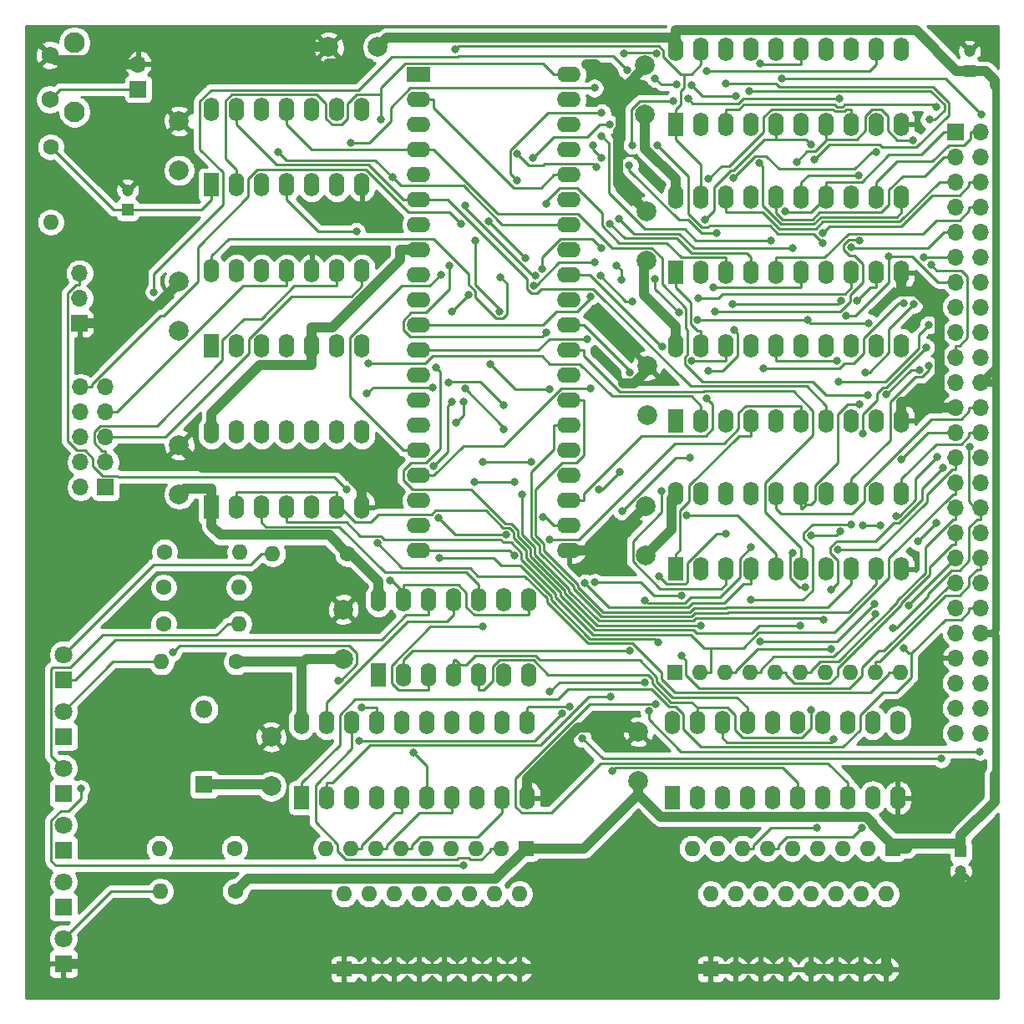
<source format=gbr>
G04 #@! TF.GenerationSoftware,KiCad,Pcbnew,(5.1.5)-3*
G04 #@! TF.CreationDate,2021-11-11T11:39:42-06:00*
G04 #@! TF.ProjectId,Z8065C02,5a383036-3543-4303-922e-6b696361645f,rev?*
G04 #@! TF.SameCoordinates,Original*
G04 #@! TF.FileFunction,Copper,L1,Top*
G04 #@! TF.FilePolarity,Positive*
%FSLAX46Y46*%
G04 Gerber Fmt 4.6, Leading zero omitted, Abs format (unit mm)*
G04 Created by KiCad (PCBNEW (5.1.5)-3) date 2021-11-11 11:39:42*
%MOMM*%
%LPD*%
G04 APERTURE LIST*
%ADD10C,2.000000*%
%ADD11O,1.600000X1.600000*%
%ADD12C,1.600000*%
%ADD13C,1.800000*%
%ADD14R,1.800000X1.800000*%
%ADD15O,1.800000X1.800000*%
%ADD16R,1.600000X1.600000*%
%ADD17O,2.400000X1.600000*%
%ADD18R,2.400000X1.600000*%
%ADD19O,1.600000X2.400000*%
%ADD20R,1.600000X2.400000*%
%ADD21C,2.100000*%
%ADD22C,1.750000*%
%ADD23O,1.700000X1.700000*%
%ADD24R,1.700000X1.700000*%
%ADD25C,1.200000*%
%ADD26R,1.200000X1.200000*%
%ADD27C,0.800000*%
%ADD28C,1.000000*%
%ADD29C,0.250000*%
%ADD30C,0.800000*%
%ADD31C,0.254000*%
G04 APERTURE END LIST*
D10*
X99400000Y-35875000D03*
X104400000Y-35875000D03*
D11*
X93730000Y-87225000D03*
D12*
X101350000Y-87225000D03*
D13*
X72525000Y-97460000D03*
D14*
X72525000Y-100000000D03*
D11*
X90395000Y-87050000D03*
D12*
X82775000Y-87050000D03*
D11*
X82430000Y-98200000D03*
D12*
X90050000Y-98200000D03*
D11*
X90295000Y-90650000D03*
D12*
X82675000Y-90650000D03*
D11*
X90295000Y-94325000D03*
D12*
X82675000Y-94325000D03*
D13*
X72525000Y-120500000D03*
D14*
X72525000Y-123040000D03*
D13*
X72525000Y-103220000D03*
D14*
X72525000Y-105760000D03*
D13*
X72525000Y-114740000D03*
D14*
X72525000Y-117280000D03*
D13*
X72525000Y-108980000D03*
D14*
X72525000Y-111520000D03*
D15*
X86775000Y-103005000D03*
D14*
X86775000Y-110625000D03*
D10*
X93575000Y-105800000D03*
X93575000Y-110800000D03*
X84250000Y-59625000D03*
X84250000Y-64625000D03*
X84250000Y-76200000D03*
X84250000Y-81200000D03*
X100900000Y-92875000D03*
X100900000Y-97875000D03*
X131700000Y-68150000D03*
X131700000Y-73150000D03*
X131600000Y-52550000D03*
X131600000Y-57550000D03*
X84250000Y-43375000D03*
X84250000Y-48375000D03*
X131500000Y-37725000D03*
X131500000Y-42725000D03*
X130800000Y-105275000D03*
X130800000Y-110275000D03*
X131575000Y-82400000D03*
X131575000Y-87400000D03*
D11*
X100975000Y-121730000D03*
X118755000Y-129350000D03*
X103515000Y-121730000D03*
X116215000Y-129350000D03*
X106055000Y-121730000D03*
X113675000Y-129350000D03*
X108595000Y-121730000D03*
X111135000Y-129350000D03*
X111135000Y-121730000D03*
X108595000Y-129350000D03*
X113675000Y-121730000D03*
X106055000Y-129350000D03*
X116215000Y-121730000D03*
X103515000Y-129350000D03*
X118755000Y-121730000D03*
D16*
X100975000Y-129350000D03*
D11*
X138125000Y-121730000D03*
X155905000Y-129350000D03*
X140665000Y-121730000D03*
X153365000Y-129350000D03*
X143205000Y-121730000D03*
X150825000Y-129350000D03*
X145745000Y-121730000D03*
X148285000Y-129350000D03*
X148285000Y-121730000D03*
X145745000Y-129350000D03*
X150825000Y-121730000D03*
X143205000Y-129350000D03*
X153365000Y-121730000D03*
X140665000Y-129350000D03*
X155905000Y-121730000D03*
D16*
X138125000Y-129350000D03*
D17*
X123790000Y-38650000D03*
X108550000Y-86910000D03*
X123790000Y-41190000D03*
X108550000Y-84370000D03*
X123790000Y-43730000D03*
X108550000Y-81830000D03*
X123790000Y-46270000D03*
X108550000Y-79290000D03*
X123790000Y-48810000D03*
X108550000Y-76750000D03*
X123790000Y-51350000D03*
X108550000Y-74210000D03*
X123790000Y-53890000D03*
X108550000Y-71670000D03*
X123790000Y-56430000D03*
X108550000Y-69130000D03*
X123790000Y-58970000D03*
X108550000Y-66590000D03*
X123790000Y-61510000D03*
X108550000Y-64050000D03*
X123790000Y-64050000D03*
X108550000Y-61510000D03*
X123790000Y-66590000D03*
X108550000Y-58970000D03*
X123790000Y-69130000D03*
X108550000Y-56430000D03*
X123790000Y-71670000D03*
X108550000Y-53890000D03*
X123790000Y-74210000D03*
X108550000Y-51350000D03*
X123790000Y-76750000D03*
X108550000Y-48810000D03*
X123790000Y-79290000D03*
X108550000Y-46270000D03*
X123790000Y-81830000D03*
X108550000Y-43730000D03*
X123790000Y-84370000D03*
X108550000Y-41190000D03*
X123790000Y-86910000D03*
D18*
X108550000Y-38650000D03*
D19*
X87525000Y-58567500D03*
X102765000Y-66187500D03*
X90065000Y-58567500D03*
X100225000Y-66187500D03*
X92605000Y-58567500D03*
X97685000Y-66187500D03*
X95145000Y-58567500D03*
X95145000Y-66187500D03*
X97685000Y-58567500D03*
X92605000Y-66187500D03*
X100225000Y-58567500D03*
X90065000Y-66187500D03*
X102765000Y-58567500D03*
D20*
X87525000Y-66187500D03*
D19*
X87525000Y-74905000D03*
X102765000Y-82525000D03*
X90065000Y-74905000D03*
X100225000Y-82525000D03*
X92605000Y-74905000D03*
X97685000Y-82525000D03*
X95145000Y-74905000D03*
X95145000Y-82525000D03*
X97685000Y-74905000D03*
X92605000Y-82525000D03*
X100225000Y-74905000D03*
X90065000Y-82525000D03*
X102765000Y-74905000D03*
D20*
X87525000Y-82525000D03*
D19*
X134625000Y-51109200D03*
X157485000Y-58729200D03*
X137165000Y-51109200D03*
X154945000Y-58729200D03*
X139705000Y-51109200D03*
X152405000Y-58729200D03*
X142245000Y-51109200D03*
X149865000Y-58729200D03*
X144785000Y-51109200D03*
X147325000Y-58729200D03*
X147325000Y-51109200D03*
X144785000Y-58729200D03*
X149865000Y-51109200D03*
X142245000Y-58729200D03*
X152405000Y-51109200D03*
X139705000Y-58729200D03*
X154945000Y-51109200D03*
X137165000Y-58729200D03*
X157485000Y-51109200D03*
D20*
X134625000Y-58729200D03*
D19*
X96675000Y-104355000D03*
X119535000Y-111975000D03*
X99215000Y-104355000D03*
X116995000Y-111975000D03*
X101755000Y-104355000D03*
X114455000Y-111975000D03*
X104295000Y-104355000D03*
X111915000Y-111975000D03*
X106835000Y-104355000D03*
X109375000Y-111975000D03*
X109375000Y-104355000D03*
X106835000Y-111975000D03*
X111915000Y-104355000D03*
X104295000Y-111975000D03*
X114455000Y-104355000D03*
X101755000Y-111975000D03*
X116995000Y-104355000D03*
X99215000Y-111975000D03*
X119535000Y-104355000D03*
D20*
X96675000Y-111975000D03*
D19*
X134625000Y-36080000D03*
X157485000Y-43700000D03*
X137165000Y-36080000D03*
X154945000Y-43700000D03*
X139705000Y-36080000D03*
X152405000Y-43700000D03*
X142245000Y-36080000D03*
X149865000Y-43700000D03*
X144785000Y-36080000D03*
X147325000Y-43700000D03*
X147325000Y-36080000D03*
X144785000Y-43700000D03*
X149865000Y-36080000D03*
X142245000Y-43700000D03*
X152405000Y-36080000D03*
X139705000Y-43700000D03*
X154945000Y-36080000D03*
X137165000Y-43700000D03*
X157485000Y-36080000D03*
D20*
X134625000Y-43700000D03*
D19*
X134625000Y-81167500D03*
X157485000Y-88787500D03*
X137165000Y-81167500D03*
X154945000Y-88787500D03*
X139705000Y-81167500D03*
X152405000Y-88787500D03*
X142245000Y-81167500D03*
X149865000Y-88787500D03*
X144785000Y-81167500D03*
X147325000Y-88787500D03*
X147325000Y-81167500D03*
X144785000Y-88787500D03*
X149865000Y-81167500D03*
X142245000Y-88787500D03*
X152405000Y-81167500D03*
X139705000Y-88787500D03*
X154945000Y-81167500D03*
X137165000Y-88787500D03*
X157485000Y-81167500D03*
D20*
X134625000Y-88787500D03*
D19*
X134225000Y-104355000D03*
X157085000Y-111975000D03*
X136765000Y-104355000D03*
X154545000Y-111975000D03*
X139305000Y-104355000D03*
X152005000Y-111975000D03*
X141845000Y-104355000D03*
X149465000Y-111975000D03*
X144385000Y-104355000D03*
X146925000Y-111975000D03*
X146925000Y-104355000D03*
X144385000Y-111975000D03*
X149465000Y-104355000D03*
X141845000Y-111975000D03*
X152005000Y-104355000D03*
X139305000Y-111975000D03*
X154545000Y-104355000D03*
X136765000Y-111975000D03*
X157085000Y-104355000D03*
D20*
X134225000Y-111975000D03*
D19*
X104455000Y-91905000D03*
X119695000Y-99525000D03*
X106995000Y-91905000D03*
X117155000Y-99525000D03*
X109535000Y-91905000D03*
X114615000Y-99525000D03*
X112075000Y-91905000D03*
X112075000Y-99525000D03*
X114615000Y-91905000D03*
X109535000Y-99525000D03*
X117155000Y-91905000D03*
X106995000Y-99525000D03*
X119695000Y-91905000D03*
D20*
X104455000Y-99525000D03*
D19*
X87525000Y-42230000D03*
X102765000Y-49850000D03*
X90065000Y-42230000D03*
X100225000Y-49850000D03*
X92605000Y-42230000D03*
X97685000Y-49850000D03*
X95145000Y-42230000D03*
X95145000Y-49850000D03*
X97685000Y-42230000D03*
X92605000Y-49850000D03*
X100225000Y-42230000D03*
X90065000Y-49850000D03*
X102765000Y-42230000D03*
D20*
X87525000Y-49850000D03*
D19*
X134625000Y-66138300D03*
X157485000Y-73758300D03*
X137165000Y-66138300D03*
X154945000Y-73758300D03*
X139705000Y-66138300D03*
X152405000Y-73758300D03*
X142245000Y-66138300D03*
X149865000Y-73758300D03*
X144785000Y-66138300D03*
X147325000Y-73758300D03*
X147325000Y-66138300D03*
X144785000Y-73758300D03*
X149865000Y-66138300D03*
X142245000Y-73758300D03*
X152405000Y-66138300D03*
X139705000Y-73758300D03*
X154945000Y-66138300D03*
X137165000Y-73758300D03*
X157485000Y-66138300D03*
D20*
X134625000Y-73758300D03*
D21*
X73640000Y-42425000D03*
D22*
X71150000Y-41175000D03*
X71150000Y-36675000D03*
D21*
X73640000Y-35415000D03*
D11*
X99105000Y-117088000D03*
X101645000Y-117088000D03*
X104185000Y-117088000D03*
X106725000Y-117088000D03*
X109265000Y-117088000D03*
X111805000Y-117088000D03*
X114345000Y-117088000D03*
X116885000Y-117088000D03*
D16*
X119425000Y-117088000D03*
D11*
X136255000Y-117088000D03*
X138795000Y-117088000D03*
X141335000Y-117088000D03*
X143875000Y-117088000D03*
X146415000Y-117088000D03*
X148955000Y-117088000D03*
X151495000Y-117088000D03*
X154035000Y-117088000D03*
D16*
X156575000Y-117088000D03*
D11*
X157335000Y-99262500D03*
X154795000Y-99262500D03*
X152255000Y-99262500D03*
X149715000Y-99262500D03*
X147175000Y-99262500D03*
X144635000Y-99262500D03*
X142095000Y-99262500D03*
X139555000Y-99262500D03*
X137015000Y-99262500D03*
D16*
X134475000Y-99262500D03*
D11*
X82330000Y-121450000D03*
D12*
X89950000Y-121450000D03*
D11*
X82230000Y-117100000D03*
D12*
X89850000Y-117100000D03*
D11*
X71225000Y-53620000D03*
D12*
X71225000Y-46000000D03*
D23*
X80100000Y-37585000D03*
D24*
X80100000Y-40125000D03*
D23*
X165515000Y-105410000D03*
X162975000Y-105410000D03*
X165515000Y-102870000D03*
X162975000Y-102870000D03*
X165515000Y-100330000D03*
X162975000Y-100330000D03*
X165515000Y-97790000D03*
X162975000Y-97790000D03*
X165515000Y-95250000D03*
X162975000Y-95250000D03*
X165515000Y-92710000D03*
X162975000Y-92710000D03*
X165515000Y-90170000D03*
X162975000Y-90170000D03*
X165515000Y-87630000D03*
X162975000Y-87630000D03*
X165515000Y-85090000D03*
X162975000Y-85090000D03*
X165515000Y-82550000D03*
X162975000Y-82550000D03*
X165515000Y-80010000D03*
X162975000Y-80010000D03*
X165515000Y-77470000D03*
X162975000Y-77470000D03*
X165515000Y-74930000D03*
X162975000Y-74930000D03*
X165515000Y-72390000D03*
X162975000Y-72390000D03*
X165515000Y-69850000D03*
X162975000Y-69850000D03*
X165515000Y-67310000D03*
X162975000Y-67310000D03*
X165515000Y-64770000D03*
X162975000Y-64770000D03*
X165515000Y-62230000D03*
X162975000Y-62230000D03*
X165515000Y-59690000D03*
X162975000Y-59690000D03*
X165515000Y-57150000D03*
X162975000Y-57150000D03*
X165515000Y-54610000D03*
X162975000Y-54610000D03*
X165515000Y-52070000D03*
X162975000Y-52070000D03*
X165515000Y-49530000D03*
X162975000Y-49530000D03*
X165515000Y-46990000D03*
X162975000Y-46990000D03*
X165515000Y-44450000D03*
D24*
X162975000Y-44450000D03*
D23*
X74260000Y-70340000D03*
X76800000Y-70340000D03*
X74260000Y-72880000D03*
X76800000Y-72880000D03*
X74260000Y-75420000D03*
X76800000Y-75420000D03*
X74260000Y-77960000D03*
X76800000Y-77960000D03*
X74260000Y-80500000D03*
D24*
X76800000Y-80500000D03*
D23*
X74150000Y-58795000D03*
X74150000Y-61335000D03*
D24*
X74150000Y-63875000D03*
D13*
X72525000Y-126260000D03*
D14*
X72525000Y-128800000D03*
D25*
X164375000Y-36300000D03*
D26*
X164375000Y-38300000D03*
D25*
X163475000Y-119400000D03*
D26*
X163475000Y-117400000D03*
D25*
X79025000Y-50375000D03*
D26*
X79025000Y-52375000D03*
D27*
X125490000Y-37652600D03*
X103547800Y-37500500D03*
X99400000Y-37500500D03*
X129291500Y-69942100D03*
X101223400Y-80699600D03*
X104356100Y-86167100D03*
X158184700Y-92502100D03*
X112219900Y-36111500D03*
X112832400Y-53772100D03*
X165563100Y-42703700D03*
X145327400Y-39100800D03*
X116851200Y-59214500D03*
X161053500Y-77448000D03*
X156933200Y-83392700D03*
X157665500Y-96768300D03*
X150919200Y-67686100D03*
X161009100Y-84100300D03*
X159102900Y-86006500D03*
X136212000Y-67663600D03*
X128910400Y-78926000D03*
X126811900Y-80701000D03*
X126400000Y-90146500D03*
X135146500Y-91488500D03*
X135146500Y-97607300D03*
X150356700Y-96876700D03*
X150356700Y-90847700D03*
X161683000Y-78540900D03*
X164428000Y-76371800D03*
X154804000Y-93342200D03*
X156616000Y-94786300D03*
X147175000Y-94503500D03*
X142245000Y-86562300D03*
X131490600Y-91951500D03*
X131490600Y-100243400D03*
X121843700Y-101238200D03*
X125125200Y-105948800D03*
X161500400Y-108015500D03*
X104728400Y-43206500D03*
X139705000Y-85166900D03*
X132900300Y-89530000D03*
X131865700Y-103187200D03*
X165423800Y-107267200D03*
X151023500Y-86835900D03*
X153582000Y-84384300D03*
X155297800Y-84384300D03*
X157447300Y-77672600D03*
X147989700Y-63572500D03*
X148619200Y-47301200D03*
X139705000Y-39536100D03*
X128003600Y-101731400D03*
X136812300Y-63572500D03*
X154126200Y-63839800D03*
X159276500Y-68577200D03*
X155942600Y-71097800D03*
X142059900Y-40352500D03*
X160289200Y-43247300D03*
X160492700Y-57962800D03*
X160276800Y-68204300D03*
X149494200Y-55711200D03*
X132744400Y-45846500D03*
X108047100Y-107390000D03*
X153217700Y-72090400D03*
X153799300Y-68871100D03*
X158710600Y-61946600D03*
X113075000Y-118823100D03*
X74269000Y-111051100D03*
X101639600Y-45562700D03*
X126338000Y-40033400D03*
X129336600Y-36494500D03*
X132632800Y-36538700D03*
X132516200Y-39050700D03*
X134716900Y-39687200D03*
X137738800Y-38292200D03*
X151135000Y-69773000D03*
X160242300Y-64042000D03*
X123797400Y-102698300D03*
X129168300Y-82916700D03*
X136033100Y-77471900D03*
X137856000Y-68710100D03*
X140530800Y-64509800D03*
X140342700Y-61927600D03*
X151331100Y-61621000D03*
X151844600Y-63114500D03*
X156140600Y-57071800D03*
X117157100Y-74613800D03*
X113253800Y-70507800D03*
X121075200Y-58373200D03*
X127091900Y-56230900D03*
X128855100Y-53262000D03*
X146442800Y-56287500D03*
X146860700Y-47491000D03*
X158654700Y-45295300D03*
X159762200Y-57150000D03*
X157697900Y-61877500D03*
X143452000Y-68438400D03*
X148323800Y-45743700D03*
X152407600Y-56141000D03*
X137523600Y-53379500D03*
X136167600Y-39729800D03*
X129651700Y-38207900D03*
X81715000Y-60695800D03*
X83580000Y-97237300D03*
X100368300Y-100085000D03*
X102745900Y-102829700D03*
X140663200Y-40835000D03*
X161048500Y-41976900D03*
X149527800Y-54710800D03*
X152997400Y-61612300D03*
X159962400Y-66336000D03*
X153530400Y-75046200D03*
X152387200Y-84236900D03*
X142225600Y-91912500D03*
X143153200Y-96133100D03*
X154732300Y-92298600D03*
X132594800Y-102494600D03*
X132823700Y-96201600D03*
X110639100Y-87636500D03*
X121463700Y-64763000D03*
X111662600Y-58005200D03*
X118529500Y-46661900D03*
X126574900Y-48017100D03*
X129887400Y-47871700D03*
X138700500Y-54697700D03*
X140457500Y-49100000D03*
X154907900Y-46504000D03*
X128197500Y-109209900D03*
X123052200Y-103428600D03*
X102502900Y-106214300D03*
X103291800Y-70957000D03*
X109986900Y-70346300D03*
X116739300Y-62663000D03*
X114276500Y-55526700D03*
X118494900Y-49414600D03*
X127088800Y-42549500D03*
X127088800Y-44928700D03*
X144237900Y-55457400D03*
X145717500Y-52563900D03*
X148919400Y-115019000D03*
X153473700Y-115019100D03*
X150608600Y-106051600D03*
X154036800Y-71191000D03*
X148300300Y-103110700D03*
X147676900Y-90619100D03*
X146431300Y-87120200D03*
X148334500Y-85412600D03*
X151279000Y-84962200D03*
X121829900Y-85764700D03*
X129894200Y-97047200D03*
X102213300Y-54569000D03*
X103403200Y-67930900D03*
X105861200Y-49056500D03*
X94303500Y-46499900D03*
X121487100Y-51800600D03*
X113576300Y-60967900D03*
X111933900Y-62669800D03*
X110520500Y-83596300D03*
X117412900Y-85326800D03*
X115020900Y-94625600D03*
X105673700Y-89945200D03*
X118244200Y-87415200D03*
X136867500Y-61315500D03*
X130222000Y-61664300D03*
X126953100Y-59067900D03*
X113067300Y-71864000D03*
X112293500Y-73915400D03*
X132472600Y-59354700D03*
X134888300Y-62808700D03*
X138394700Y-60254500D03*
X109999100Y-78339800D03*
X111875500Y-71833000D03*
X120211200Y-60058000D03*
X126366600Y-57700000D03*
X127937100Y-53763200D03*
X125948100Y-70496700D03*
X110785400Y-58916900D03*
X119358500Y-57240300D03*
X115658200Y-53563300D03*
X120146200Y-47100100D03*
X127904000Y-43704900D03*
X143176700Y-37566900D03*
X110302100Y-68392600D03*
X137165000Y-94512400D03*
X133223200Y-66271200D03*
X133152900Y-80929200D03*
X125653000Y-65445400D03*
X137913800Y-49231100D03*
X125399600Y-90219500D03*
X121808500Y-70574600D03*
X115755900Y-67982600D03*
X125965800Y-61121800D03*
X135730000Y-83301700D03*
X129923000Y-68841700D03*
X119025100Y-81198000D03*
X149544900Y-93895200D03*
X119975600Y-77884700D03*
X115001600Y-77884700D03*
X117170100Y-72163300D03*
X111596500Y-69856300D03*
X120344800Y-59057600D03*
X113294300Y-51897200D03*
X126217700Y-45871200D03*
X127056600Y-47083900D03*
X130199500Y-45820400D03*
X134354300Y-41358900D03*
X135844100Y-41097100D03*
X151207400Y-41097100D03*
X153134800Y-48853800D03*
X137747800Y-71487400D03*
X138566800Y-62658600D03*
X153203400Y-55501300D03*
X121122500Y-83516500D03*
X118279200Y-79991700D03*
X114168700Y-79991700D03*
X129046100Y-59456700D03*
X128595800Y-57995100D03*
X143061700Y-47653000D03*
D28*
X130800000Y-105275000D02*
X130373500Y-104848500D01*
X130373500Y-104848500D02*
X124669500Y-104848500D01*
X124669500Y-104848500D02*
X119535000Y-109983000D01*
X119535000Y-109983000D02*
X119535000Y-110074700D01*
X131575000Y-82400000D02*
X127065000Y-86910000D01*
X127065000Y-86910000D02*
X123790000Y-86910000D01*
X99400000Y-37500500D02*
X103547800Y-37500500D01*
X129004300Y-40220700D02*
X129004300Y-44160700D01*
X129004300Y-44160700D02*
X128787100Y-44377900D01*
X128787100Y-44377900D02*
X128787100Y-49737100D01*
X128787100Y-49737100D02*
X131600000Y-52550000D01*
X131500000Y-37725000D02*
X131500000Y-37915700D01*
X131500000Y-37915700D02*
X129195000Y-40220700D01*
X129195000Y-40220700D02*
X129004300Y-40220700D01*
X125490000Y-37652600D02*
X126436200Y-37652600D01*
X126436200Y-37652600D02*
X129004300Y-40220700D01*
X75700300Y-63875000D02*
X80147300Y-63875000D01*
X80147300Y-63875000D02*
X84250000Y-59772300D01*
X84250000Y-59772300D02*
X84250000Y-59625000D01*
X131700000Y-68150000D02*
X131700000Y-68629800D01*
X131700000Y-68629800D02*
X130387700Y-69942100D01*
X130387700Y-69942100D02*
X129291500Y-69942100D01*
X157485000Y-60629500D02*
X158949600Y-60629500D01*
X158949600Y-60629500D02*
X161377200Y-63057100D01*
X161377200Y-63057100D02*
X161377200Y-71373500D01*
X161377200Y-71373500D02*
X160892700Y-71858000D01*
X74150000Y-63875000D02*
X75700300Y-63875000D01*
X160892700Y-71858000D02*
X157485000Y-71858000D01*
X161424700Y-72390000D02*
X160892700Y-71858000D01*
X102765000Y-80624700D02*
X100696100Y-78555800D01*
X100696100Y-78555800D02*
X86605800Y-78555800D01*
X86605800Y-78555800D02*
X84250000Y-76200000D01*
X157485000Y-59162700D02*
X157485000Y-58729200D01*
X157485000Y-59162700D02*
X157485000Y-60629500D01*
X102765000Y-82525000D02*
X102765000Y-80624700D01*
X80100000Y-37585000D02*
X78549700Y-37585000D01*
X78520700Y-37186900D02*
X78520700Y-36940800D01*
X78520700Y-36940800D02*
X79586500Y-35875000D01*
X79586500Y-35875000D02*
X99400000Y-35875000D01*
X78549700Y-37585000D02*
X78549700Y-37215900D01*
X78549700Y-37215900D02*
X78520700Y-37186900D01*
X78520700Y-37186900D02*
X71661900Y-37186900D01*
X71661900Y-37186900D02*
X71150000Y-36675000D01*
X100975000Y-129350000D02*
X99474700Y-129350000D01*
X72525000Y-128800000D02*
X98924700Y-128800000D01*
X98924700Y-128800000D02*
X99474700Y-129350000D01*
X116215000Y-129350000D02*
X118755000Y-129350000D01*
X113675000Y-129350000D02*
X116215000Y-129350000D01*
X111135000Y-129350000D02*
X113675000Y-129350000D01*
X108595000Y-129350000D02*
X111135000Y-129350000D01*
X106055000Y-129350000D02*
X108595000Y-129350000D01*
X103515000Y-129350000D02*
X106055000Y-129350000D01*
X100975000Y-129350000D02*
X103515000Y-129350000D01*
X138125000Y-129350000D02*
X118755000Y-129350000D01*
X140665000Y-129350000D02*
X138125000Y-129350000D01*
X153365000Y-129350000D02*
X155905000Y-129350000D01*
X150825000Y-129350000D02*
X153365000Y-129350000D01*
X148285000Y-129350000D02*
X150825000Y-129350000D01*
X143205000Y-129350000D02*
X145745000Y-129350000D01*
X140665000Y-129350000D02*
X143205000Y-129350000D01*
X119535000Y-111975000D02*
X119535000Y-110074700D01*
X155905000Y-129350000D02*
X155905000Y-127849700D01*
X163475000Y-119400000D02*
X163475000Y-120279700D01*
X163475000Y-120279700D02*
X155905000Y-127849700D01*
X162975000Y-72390000D02*
X161424700Y-72390000D01*
X157485000Y-73758300D02*
X157485000Y-71858000D01*
D29*
X79025000Y-52375000D02*
X86525300Y-52375000D01*
X86525300Y-52375000D02*
X87525000Y-51375300D01*
X79025000Y-52375000D02*
X77600000Y-52375000D01*
X77600000Y-52375000D02*
X71225000Y-46000000D01*
X87525000Y-49850000D02*
X87525000Y-51375300D01*
D28*
X134625000Y-81167500D02*
X134176800Y-81615700D01*
X134176800Y-81615700D02*
X134176800Y-84798200D01*
X134176800Y-84798200D02*
X131575000Y-87400000D01*
X119425000Y-117088000D02*
X116326400Y-120186600D01*
X116326400Y-120186600D02*
X91213400Y-120186600D01*
X91213400Y-120186600D02*
X89950000Y-121450000D01*
X100900000Y-97875000D02*
X97154000Y-97875000D01*
X97154000Y-97875000D02*
X96675000Y-98354000D01*
X134625000Y-35129800D02*
X134439100Y-34943900D01*
X134439100Y-34943900D02*
X105331100Y-34943900D01*
X105331100Y-34943900D02*
X104400000Y-35875000D01*
X104455000Y-90004700D02*
X101675300Y-87225000D01*
X101675300Y-87225000D02*
X101350000Y-87225000D01*
X131600000Y-57550000D02*
X131372300Y-57777700D01*
X131372300Y-57777700D02*
X131372300Y-60985300D01*
X131372300Y-60985300D02*
X134625000Y-64238000D01*
X131500000Y-42725000D02*
X131500000Y-46158100D01*
X131500000Y-46158100D02*
X134550800Y-49208900D01*
X134550800Y-49208900D02*
X134625000Y-49208900D01*
X106649700Y-56430000D02*
X106649700Y-57451300D01*
X106649700Y-57451300D02*
X99813800Y-64287200D01*
X99813800Y-64287200D02*
X97685000Y-64287200D01*
X163475000Y-116600000D02*
X158075300Y-116600000D01*
X96675000Y-98354000D02*
X96675000Y-104355000D01*
X90050000Y-98200000D02*
X96521000Y-98200000D01*
X96521000Y-98200000D02*
X96675000Y-98354000D01*
X134625000Y-34179700D02*
X158954400Y-34179700D01*
X158954400Y-34179700D02*
X163074700Y-38300000D01*
X87525000Y-84425300D02*
X88425600Y-85325900D01*
X88425600Y-85325900D02*
X99450900Y-85325900D01*
X99450900Y-85325900D02*
X101350000Y-87225000D01*
X87525000Y-82525000D02*
X87525000Y-84425300D01*
X87525000Y-82091500D02*
X87525000Y-82525000D01*
X87525000Y-82091500D02*
X87525000Y-80624700D01*
X134625000Y-35129800D02*
X134625000Y-34179700D01*
X134625000Y-36080000D02*
X134625000Y-35129800D01*
X134625000Y-66138300D02*
X134625000Y-64238000D01*
X86775000Y-110625000D02*
X93400000Y-110625000D01*
X93400000Y-110625000D02*
X93575000Y-110800000D01*
X87525000Y-74905000D02*
X87525000Y-73004700D01*
X97685000Y-66187500D02*
X97685000Y-68087800D01*
X97685000Y-68087800D02*
X92441900Y-68087800D01*
X92441900Y-68087800D02*
X87525000Y-73004700D01*
X97685000Y-65754000D02*
X97685000Y-66187500D01*
X97685000Y-65754000D02*
X97685000Y-64287200D01*
X108550000Y-56430000D02*
X106649700Y-56430000D01*
X87525000Y-80624700D02*
X84825300Y-80624700D01*
X84825300Y-80624700D02*
X84250000Y-81200000D01*
X104455000Y-91905000D02*
X104455000Y-90004700D01*
X134625000Y-51109200D02*
X134625000Y-49208900D01*
X158075300Y-116600000D02*
X156457500Y-116600000D01*
X156457500Y-116600000D02*
X154574000Y-114716500D01*
X154574000Y-114716500D02*
X154574000Y-114563300D01*
X154574000Y-114563300D02*
X153886000Y-113875300D01*
X153886000Y-113875300D02*
X133094100Y-113875300D01*
X133094100Y-113875300D02*
X130800000Y-111581200D01*
X130800000Y-111581200D02*
X130800000Y-110275000D01*
X119425000Y-117088000D02*
X125293200Y-117088000D01*
X125293200Y-117088000D02*
X130800000Y-111581200D01*
X158075300Y-116600000D02*
X158075300Y-117088000D01*
X164375000Y-38300000D02*
X163074700Y-38300000D01*
X164375000Y-38300000D02*
X165975000Y-38300000D01*
X165975000Y-38300000D02*
X166900000Y-39225000D01*
X166900000Y-39225000D02*
X166900000Y-39725000D01*
X156575000Y-117088000D02*
X158075300Y-117088000D01*
X163475000Y-116600000D02*
X163475000Y-115800000D01*
X163475000Y-115800000D02*
X166900000Y-112375000D01*
X166900000Y-112375000D02*
X166900000Y-109675000D01*
X163475000Y-117400000D02*
X163475000Y-116600000D01*
D30*
X167000000Y-68365000D02*
X167000000Y-39725000D01*
X167000000Y-69567100D02*
X167000000Y-68365000D01*
X167000000Y-69567100D02*
X167000000Y-68365000D01*
X166717000Y-95250000D02*
X167000000Y-94967100D01*
X167000000Y-94967100D02*
X167000000Y-69567100D01*
X165515000Y-69850000D02*
X166717000Y-69850000D01*
X166717000Y-69850000D02*
X167000000Y-69567100D01*
X167000000Y-68365000D02*
X165515000Y-69850000D01*
X166717000Y-95250000D02*
X167000000Y-95532900D01*
X167000000Y-95532900D02*
X167000000Y-109675000D01*
X165515000Y-95250000D02*
X166717000Y-95250000D01*
D29*
X72525000Y-126260000D02*
X77335000Y-121450000D01*
X77335000Y-121450000D02*
X82330000Y-121450000D01*
X156209700Y-99262500D02*
X156209700Y-99456600D01*
X156209700Y-99456600D02*
X154344500Y-101321800D01*
X154344500Y-101321800D02*
X134473000Y-101321800D01*
X134473000Y-101321800D02*
X133116500Y-99965300D01*
X133116500Y-99965300D02*
X133116500Y-99224900D01*
X133116500Y-99224900D02*
X130206400Y-96314800D01*
X130206400Y-96314800D02*
X125718400Y-96314800D01*
X125718400Y-96314800D02*
X121522200Y-92118600D01*
X121522200Y-92118600D02*
X121522200Y-91701100D01*
X121522200Y-91701100D02*
X119304700Y-89483600D01*
X119304700Y-89483600D02*
X114566900Y-89483600D01*
X114566900Y-89483600D02*
X113729000Y-88645700D01*
X113729000Y-88645700D02*
X106834700Y-88645700D01*
X106834700Y-88645700D02*
X104356100Y-86167100D01*
X162975000Y-87630000D02*
X158184700Y-92420300D01*
X158184700Y-92420300D02*
X158184700Y-92502100D01*
X74150000Y-59970300D02*
X73782700Y-59970300D01*
X73782700Y-59970300D02*
X72971300Y-60781700D01*
X72971300Y-60781700D02*
X72971300Y-75793800D01*
X72971300Y-75793800D02*
X73900900Y-76723400D01*
X73900900Y-76723400D02*
X74707600Y-76723400D01*
X74707600Y-76723400D02*
X75530000Y-77545800D01*
X75530000Y-77545800D02*
X75530000Y-78354800D01*
X75530000Y-78354800D02*
X76499800Y-79324600D01*
X76499800Y-79324600D02*
X77975400Y-79324600D01*
X77975400Y-79324600D02*
X78081700Y-79430900D01*
X78081700Y-79430900D02*
X99954700Y-79430900D01*
X99954700Y-79430900D02*
X101223400Y-80699600D01*
X157335000Y-99262500D02*
X156209700Y-99262500D01*
X74150000Y-58795000D02*
X74150000Y-59970300D01*
X135442200Y-38600800D02*
X136169500Y-38600800D01*
X136169500Y-38600800D02*
X137165000Y-37605300D01*
X112219900Y-36111500D02*
X112562200Y-35769200D01*
X112562200Y-35769200D02*
X132889100Y-35769200D01*
X132889100Y-35769200D02*
X133358100Y-36238200D01*
X133358100Y-36238200D02*
X133358100Y-36873400D01*
X133358100Y-36873400D02*
X135085500Y-38600800D01*
X135085500Y-38600800D02*
X135442200Y-38600800D01*
X134625000Y-42174700D02*
X135085500Y-41714200D01*
X135085500Y-41714200D02*
X135085500Y-40344400D01*
X135085500Y-40344400D02*
X135442200Y-39987700D01*
X135442200Y-39987700D02*
X135442200Y-38600800D01*
X137165000Y-64613000D02*
X136771400Y-64613000D01*
X136771400Y-64613000D02*
X136087000Y-63928600D01*
X136087000Y-63928600D02*
X136087000Y-61716500D01*
X136087000Y-61716500D02*
X134625000Y-60254500D01*
X137165000Y-66138300D02*
X137165000Y-64613000D01*
X134625000Y-58729200D02*
X134625000Y-60254500D01*
X137165000Y-36080000D02*
X137165000Y-37605300D01*
X134625000Y-43700000D02*
X134625000Y-45225300D01*
X137165000Y-51109200D02*
X137165000Y-47765300D01*
X137165000Y-47765300D02*
X134625000Y-45225300D01*
X134625000Y-43700000D02*
X134625000Y-42174700D01*
X75435300Y-70340000D02*
X75435300Y-70019000D01*
X75435300Y-70019000D02*
X82335500Y-63118800D01*
X82335500Y-63118800D02*
X82679300Y-63118800D01*
X82679300Y-63118800D02*
X86156500Y-59641600D01*
X86156500Y-59641600D02*
X86156500Y-56139100D01*
X86156500Y-56139100D02*
X91261100Y-51034500D01*
X91261100Y-51034500D02*
X91261100Y-49197400D01*
X91261100Y-49197400D02*
X92175800Y-48282700D01*
X92175800Y-48282700D02*
X103189300Y-48282700D01*
X103189300Y-48282700D02*
X107526600Y-52620000D01*
X107526600Y-52620000D02*
X111680300Y-52620000D01*
X111680300Y-52620000D02*
X112832400Y-53772100D01*
X74260000Y-70340000D02*
X75435300Y-70340000D01*
X116851200Y-59214500D02*
X117464600Y-59827900D01*
X117464600Y-59827900D02*
X117464600Y-62963500D01*
X117464600Y-62963500D02*
X117039800Y-63388300D01*
X117039800Y-63388300D02*
X116421300Y-63388300D01*
X116421300Y-63388300D02*
X114301600Y-61268600D01*
X114301600Y-61268600D02*
X114301600Y-60667400D01*
X114301600Y-60667400D02*
X113557900Y-59923700D01*
X113557900Y-59923700D02*
X113557800Y-59923700D01*
X113557800Y-59923700D02*
X113557800Y-58839400D01*
X113557800Y-58839400D02*
X110023000Y-55304600D01*
X110023000Y-55304600D02*
X89262600Y-55304600D01*
X89262600Y-55304600D02*
X87525000Y-57042200D01*
X145327400Y-39100800D02*
X161960200Y-39100800D01*
X161960200Y-39100800D02*
X165563100Y-42703700D01*
X87525000Y-58567500D02*
X87525000Y-57042200D01*
X95145000Y-58567500D02*
X95145000Y-60092800D01*
X76800000Y-72880000D02*
X77975300Y-72880000D01*
X77975300Y-72880000D02*
X90762500Y-60092800D01*
X90762500Y-60092800D02*
X95145000Y-60092800D01*
X76800000Y-75420000D02*
X82831500Y-75420000D01*
X82831500Y-75420000D02*
X91335000Y-66916500D01*
X91335000Y-66916500D02*
X91335000Y-65463500D01*
X91335000Y-65463500D02*
X95679300Y-61119200D01*
X95679300Y-61119200D02*
X101738600Y-61119200D01*
X101738600Y-61119200D02*
X102765000Y-60092800D01*
X102765000Y-58567500D02*
X102765000Y-60092800D01*
X100225000Y-58567500D02*
X100225000Y-60092800D01*
X76800000Y-77960000D02*
X76800000Y-76784700D01*
X100225000Y-60092800D02*
X95925400Y-60092800D01*
X95925400Y-60092800D02*
X92570200Y-63448000D01*
X92570200Y-63448000D02*
X90795600Y-63448000D01*
X90795600Y-63448000D02*
X88650400Y-65593200D01*
X88650400Y-65593200D02*
X88650400Y-67580400D01*
X88650400Y-67580400D02*
X81986200Y-74244600D01*
X81986200Y-74244600D02*
X76274400Y-74244600D01*
X76274400Y-74244600D02*
X75624700Y-74894300D01*
X75624700Y-74894300D02*
X75624700Y-75976800D01*
X75624700Y-75976800D02*
X76432600Y-76784700D01*
X76432600Y-76784700D02*
X76800000Y-76784700D01*
X158475000Y-97330200D02*
X158227400Y-97330200D01*
X158227400Y-97330200D02*
X157665500Y-96768300D01*
X164339700Y-92710000D02*
X164339700Y-93077400D01*
X164339700Y-93077400D02*
X163531800Y-93885300D01*
X163531800Y-93885300D02*
X161919900Y-93885300D01*
X161919900Y-93885300D02*
X158475000Y-97330200D01*
X96675000Y-110449700D02*
X100533100Y-106591600D01*
X100533100Y-106591600D02*
X100533100Y-103585400D01*
X100533100Y-103585400D02*
X102109900Y-102008600D01*
X102109900Y-102008600D02*
X122613800Y-102008600D01*
X122613800Y-102008600D02*
X123638000Y-100984400D01*
X123638000Y-100984400D02*
X132128400Y-100984400D01*
X132128400Y-100984400D02*
X133888000Y-102744000D01*
X133888000Y-102744000D02*
X134605500Y-102744000D01*
X134605500Y-102744000D02*
X135350300Y-103488800D01*
X135350300Y-103488800D02*
X135350300Y-105004800D01*
X135350300Y-105004800D02*
X137161500Y-106816000D01*
X137161500Y-106816000D02*
X151557700Y-106816000D01*
X151557700Y-106816000D02*
X153305300Y-105068400D01*
X153305300Y-105068400D02*
X153305300Y-103542800D01*
X153305300Y-103542800D02*
X155584600Y-101263500D01*
X155584600Y-101263500D02*
X156961800Y-101263500D01*
X156961800Y-101263500D02*
X158475000Y-99750300D01*
X158475000Y-99750300D02*
X158475000Y-97330200D01*
X156933200Y-83392700D02*
X157262500Y-83392700D01*
X157262500Y-83392700D02*
X158926600Y-81728600D01*
X158926600Y-81728600D02*
X158926600Y-79574900D01*
X158926600Y-79574900D02*
X161053500Y-77448000D01*
X96675000Y-111975000D02*
X96675000Y-110449700D01*
X165515000Y-92710000D02*
X164339700Y-92710000D01*
X161009100Y-84100300D02*
X159102900Y-86006500D01*
X144785000Y-66138300D02*
X144785000Y-67663600D01*
X150919200Y-67686100D02*
X144807500Y-67686100D01*
X144807500Y-67686100D02*
X144785000Y-67663600D01*
X162975000Y-90170000D02*
X162601200Y-90170000D01*
X162601200Y-90170000D02*
X155696700Y-97074500D01*
X155696700Y-97074500D02*
X155187400Y-97074500D01*
X155187400Y-97074500D02*
X153496000Y-98765900D01*
X153496000Y-98765900D02*
X153496000Y-99615800D01*
X153496000Y-99615800D02*
X152240300Y-100871500D01*
X152240300Y-100871500D02*
X136984500Y-100871500D01*
X136984500Y-100871500D02*
X135600300Y-99487300D01*
X135600300Y-99487300D02*
X135600300Y-98061100D01*
X135600300Y-98061100D02*
X135146500Y-97607300D01*
X135146500Y-91488500D02*
X132353600Y-91488500D01*
X132353600Y-91488500D02*
X131011600Y-90146500D01*
X131011600Y-90146500D02*
X126400000Y-90146500D01*
X128910400Y-78926000D02*
X127135500Y-80700900D01*
X127135500Y-80700900D02*
X126811900Y-80700900D01*
X126811900Y-80700900D02*
X126811900Y-80701000D01*
X139705000Y-67663600D02*
X136212000Y-67663600D01*
X139705000Y-66138300D02*
X139705000Y-67663600D01*
X165515000Y-88805300D02*
X165147600Y-88805300D01*
X165147600Y-88805300D02*
X164339700Y-89613200D01*
X164339700Y-89613200D02*
X164339700Y-90469600D01*
X164339700Y-90469600D02*
X163370700Y-91438600D01*
X163370700Y-91438600D02*
X161969500Y-91438600D01*
X161969500Y-91438600D02*
X155270900Y-98137200D01*
X155270900Y-98137200D02*
X154795000Y-98137200D01*
X154795000Y-99262500D02*
X154795000Y-98137200D01*
X165515000Y-87630000D02*
X165515000Y-88805300D01*
X150356700Y-90847700D02*
X151019400Y-90185000D01*
X151019400Y-90185000D02*
X151019400Y-87950400D01*
X151019400Y-87950400D02*
X150240500Y-87171500D01*
X150240500Y-87171500D02*
X150240500Y-86593000D01*
X150240500Y-86593000D02*
X150900000Y-85933500D01*
X150900000Y-85933500D02*
X154831500Y-85933500D01*
X154831500Y-85933500D02*
X156647000Y-84118000D01*
X156647000Y-84118000D02*
X157233700Y-84118000D01*
X157233700Y-84118000D02*
X159602000Y-81749700D01*
X159602000Y-81749700D02*
X159602000Y-80621900D01*
X159602000Y-80621900D02*
X161683000Y-78540900D01*
X140680300Y-99262500D02*
X140680300Y-99050700D01*
X140680300Y-99050700D02*
X142854300Y-96876700D01*
X142854300Y-96876700D02*
X150356700Y-96876700D01*
X139555000Y-99262500D02*
X140680300Y-99262500D01*
X145760300Y-99262500D02*
X145760300Y-99543900D01*
X145760300Y-99543900D02*
X146604200Y-100387800D01*
X146604200Y-100387800D02*
X150203400Y-100387800D01*
X150203400Y-100387800D02*
X150990900Y-99600300D01*
X150990900Y-99600300D02*
X150990900Y-98836800D01*
X150990900Y-98836800D02*
X157459300Y-92368400D01*
X157459300Y-92368400D02*
X157459300Y-92201800D01*
X157459300Y-92201800D02*
X160317500Y-89343600D01*
X160317500Y-89343600D02*
X160317500Y-88597900D01*
X160317500Y-88597900D02*
X162650100Y-86265300D01*
X162650100Y-86265300D02*
X162975000Y-86265300D01*
X144635000Y-99262500D02*
X145760300Y-99262500D01*
X162975000Y-85090000D02*
X162975000Y-86265300D01*
X165515000Y-83725300D02*
X165147600Y-83725300D01*
X165147600Y-83725300D02*
X164339700Y-84533200D01*
X164339700Y-84533200D02*
X164339700Y-87949500D01*
X164339700Y-87949500D02*
X163389200Y-88900000D01*
X163389200Y-88900000D02*
X162526900Y-88900000D01*
X162526900Y-88900000D02*
X160131100Y-91295800D01*
X160131100Y-91295800D02*
X160131100Y-91581600D01*
X160131100Y-91581600D02*
X156926400Y-94786300D01*
X156926400Y-94786300D02*
X156616000Y-94786300D01*
X143220300Y-99262500D02*
X143220300Y-98981100D01*
X143220300Y-98981100D02*
X144525900Y-97675500D01*
X144525900Y-97675500D02*
X150600400Y-97675500D01*
X150600400Y-97675500D02*
X154804000Y-93471900D01*
X154804000Y-93471900D02*
X154804000Y-93342200D01*
X165515000Y-83137600D02*
X164289200Y-81911800D01*
X164289200Y-81911800D02*
X164289200Y-76510600D01*
X164289200Y-76510600D02*
X164428000Y-76371800D01*
X165515000Y-83137600D02*
X165515000Y-83725300D01*
X165515000Y-82550000D02*
X165515000Y-83137600D01*
X142095000Y-99262500D02*
X143220300Y-99262500D01*
X100225000Y-82525000D02*
X100564700Y-82525000D01*
X100564700Y-82525000D02*
X102090000Y-84050300D01*
X102090000Y-84050300D02*
X103675600Y-84050300D01*
X103675600Y-84050300D02*
X104482200Y-83243700D01*
X104482200Y-83243700D02*
X109847400Y-83243700D01*
X109847400Y-83243700D02*
X110220100Y-82871000D01*
X110220100Y-82871000D02*
X115362700Y-82871000D01*
X115362700Y-82871000D02*
X117093200Y-84601500D01*
X117093200Y-84601500D02*
X117713400Y-84601500D01*
X117713400Y-84601500D02*
X118138200Y-85026300D01*
X118138200Y-85026300D02*
X118138200Y-85646500D01*
X118138200Y-85646500D02*
X119419800Y-86928100D01*
X119419800Y-86928100D02*
X119419800Y-87677600D01*
X119419800Y-87677600D02*
X122873100Y-91130900D01*
X122873100Y-91130900D02*
X122873100Y-91482300D01*
X122873100Y-91482300D02*
X126354700Y-94963900D01*
X126354700Y-94963900D02*
X136355200Y-94963900D01*
X136355200Y-94963900D02*
X136673600Y-95282300D01*
X136673600Y-95282300D02*
X142272400Y-95282300D01*
X142272400Y-95282300D02*
X143051200Y-94503500D01*
X143051200Y-94503500D02*
X147175000Y-94503500D01*
X148300300Y-99262500D02*
X148300300Y-99057900D01*
X148300300Y-99057900D02*
X149232400Y-98125800D01*
X149232400Y-98125800D02*
X151065000Y-98125800D01*
X151065000Y-98125800D02*
X157009000Y-92181800D01*
X157009000Y-92181800D02*
X157009000Y-92015100D01*
X157009000Y-92015100D02*
X159867200Y-89156900D01*
X159867200Y-89156900D02*
X159867200Y-86532600D01*
X159867200Y-86532600D02*
X162674500Y-83725300D01*
X162674500Y-83725300D02*
X162975000Y-83725300D01*
X100225000Y-82525000D02*
X100225000Y-80999700D01*
X90065000Y-82525000D02*
X90065000Y-80999700D01*
X90065000Y-80999700D02*
X100225000Y-80999700D01*
X147175000Y-99262500D02*
X148300300Y-99262500D01*
X162975000Y-82550000D02*
X162975000Y-83725300D01*
X142245000Y-86562300D02*
X141093000Y-87714300D01*
X141093000Y-87714300D02*
X141093000Y-89600600D01*
X141093000Y-89600600D02*
X139038100Y-91655500D01*
X139038100Y-91655500D02*
X136107900Y-91655500D01*
X136107900Y-91655500D02*
X135534000Y-92229400D01*
X135534000Y-92229400D02*
X131768500Y-92229400D01*
X131768500Y-92229400D02*
X131490600Y-91951500D01*
X125125200Y-105948800D02*
X127191900Y-108015500D01*
X127191900Y-108015500D02*
X161500400Y-108015500D01*
X121843700Y-101238200D02*
X122838500Y-100243400D01*
X122838500Y-100243400D02*
X131490600Y-100243400D01*
X95145000Y-84050300D02*
X101227800Y-84050300D01*
X101227800Y-84050300D02*
X102619300Y-85441800D01*
X102619300Y-85441800D02*
X104708200Y-85441800D01*
X104708200Y-85441800D02*
X105043500Y-85777100D01*
X105043500Y-85777100D02*
X116837500Y-85777100D01*
X116837500Y-85777100D02*
X117112500Y-86052100D01*
X117112500Y-86052100D02*
X117906900Y-86052100D01*
X117906900Y-86052100D02*
X118969500Y-87114700D01*
X118969500Y-87114700D02*
X118969500Y-87864200D01*
X118969500Y-87864200D02*
X122422800Y-91317500D01*
X122422800Y-91317500D02*
X122422800Y-91668900D01*
X122422800Y-91668900D02*
X126168100Y-95414200D01*
X126168100Y-95414200D02*
X136129100Y-95414200D01*
X136129100Y-95414200D02*
X137490600Y-96775700D01*
X137490600Y-96775700D02*
X138140300Y-96775700D01*
X138140300Y-96775700D02*
X141416000Y-96775700D01*
X141416000Y-96775700D02*
X142962900Y-95228800D01*
X142962900Y-95228800D02*
X150669800Y-95228800D01*
X150669800Y-95228800D02*
X156215000Y-89683600D01*
X156215000Y-89683600D02*
X156215000Y-87644700D01*
X156215000Y-87644700D02*
X162674400Y-81185300D01*
X162674400Y-81185300D02*
X162975000Y-81185300D01*
X90065000Y-48324700D02*
X88915700Y-47175400D01*
X88915700Y-47175400D02*
X88915700Y-41351100D01*
X88915700Y-41351100D02*
X89562700Y-40704100D01*
X89562700Y-40704100D02*
X98223900Y-40704100D01*
X98223900Y-40704100D02*
X99099700Y-41579900D01*
X99099700Y-41579900D02*
X99099700Y-43096200D01*
X99099700Y-43096200D02*
X99758800Y-43755300D01*
X99758800Y-43755300D02*
X100691200Y-43755300D01*
X100691200Y-43755300D02*
X101350300Y-43096200D01*
X101350300Y-43096200D02*
X101350300Y-41568700D01*
X101350300Y-41568700D02*
X102237700Y-40681300D01*
X102237700Y-40681300D02*
X104728400Y-40681300D01*
X138140300Y-99262500D02*
X138140300Y-96775700D01*
X104728400Y-40681300D02*
X104728400Y-39952000D01*
X104728400Y-39952000D02*
X107162400Y-37518000D01*
X107162400Y-37518000D02*
X121132700Y-37518000D01*
X121132700Y-37518000D02*
X122264700Y-38650000D01*
X104728400Y-40681300D02*
X104728400Y-43206500D01*
X95145000Y-82525000D02*
X95145000Y-84050300D01*
X90065000Y-49850000D02*
X90065000Y-48324700D01*
X137015000Y-99262500D02*
X138140300Y-99262500D01*
X162975000Y-80010000D02*
X162975000Y-81185300D01*
X123790000Y-38650000D02*
X122264700Y-38650000D01*
X131865700Y-103187200D02*
X131865700Y-104041500D01*
X131865700Y-104041500D02*
X135091400Y-107267200D01*
X135091400Y-107267200D02*
X165423800Y-107267200D01*
X139705000Y-85166900D02*
X138763800Y-85166900D01*
X138763800Y-85166900D02*
X135750400Y-88180300D01*
X135750400Y-88180300D02*
X135750400Y-90122200D01*
X135750400Y-90122200D02*
X135559800Y-90312800D01*
X135559800Y-90312800D02*
X133683100Y-90312800D01*
X133683100Y-90312800D02*
X132900300Y-89530000D01*
X151023500Y-86835900D02*
X155202900Y-86835900D01*
X155202900Y-86835900D02*
X160052300Y-81986500D01*
X160052300Y-81986500D02*
X160052300Y-81239900D01*
X160052300Y-81239900D02*
X162646900Y-78645300D01*
X162646900Y-78645300D02*
X162975000Y-78645300D01*
X162975000Y-77470000D02*
X162975000Y-78645300D01*
X157485000Y-79642200D02*
X161021900Y-76105300D01*
X161021900Y-76105300D02*
X163530100Y-76105300D01*
X163530100Y-76105300D02*
X164339700Y-75295700D01*
X164339700Y-75295700D02*
X164339700Y-74930000D01*
X157485000Y-81167500D02*
X157485000Y-79642200D01*
X165515000Y-74930000D02*
X164339700Y-74930000D01*
X153582000Y-84384300D02*
X155297800Y-84384300D01*
X157447300Y-77672600D02*
X160189900Y-74930000D01*
X160189900Y-74930000D02*
X161799700Y-74930000D01*
X162975000Y-74930000D02*
X161799700Y-74930000D01*
X164339700Y-72390000D02*
X164339700Y-72757500D01*
X164339700Y-72757500D02*
X163531700Y-73565500D01*
X163531700Y-73565500D02*
X160512000Y-73565500D01*
X160512000Y-73565500D02*
X153729500Y-80348000D01*
X153729500Y-80348000D02*
X153729500Y-81889300D01*
X153729500Y-81889300D02*
X152475700Y-83143100D01*
X152475700Y-83143100D02*
X145235300Y-83143100D01*
X145235300Y-83143100D02*
X144785000Y-82692800D01*
X144785000Y-81167500D02*
X144785000Y-82692800D01*
X165515000Y-72390000D02*
X164339700Y-72390000D01*
X99215000Y-110449700D02*
X99783400Y-110449700D01*
X99783400Y-110449700D02*
X103568500Y-106664600D01*
X103568500Y-106664600D02*
X120856900Y-106664600D01*
X120856900Y-106664600D02*
X125790000Y-101731500D01*
X125790000Y-101731500D02*
X125790000Y-101731400D01*
X125790000Y-101731400D02*
X128003600Y-101731400D01*
X147989700Y-63572500D02*
X136812300Y-63572500D01*
X139705000Y-39536100D02*
X144737000Y-39536100D01*
X144737000Y-39536100D02*
X145069300Y-39868400D01*
X145069300Y-39868400D02*
X160657300Y-39868400D01*
X160657300Y-39868400D02*
X162275700Y-41486800D01*
X162275700Y-41486800D02*
X162275700Y-42758700D01*
X162275700Y-42758700D02*
X158990200Y-46044200D01*
X158990200Y-46044200D02*
X155473900Y-46044200D01*
X155473900Y-46044200D02*
X155208400Y-45778700D01*
X155208400Y-45778700D02*
X150141700Y-45778700D01*
X150141700Y-45778700D02*
X148619200Y-47301200D01*
X147989700Y-63572500D02*
X148257000Y-63839800D01*
X148257000Y-63839800D02*
X154126200Y-63839800D01*
X99215000Y-111975000D02*
X99215000Y-110449700D01*
X155942600Y-71097800D02*
X158463200Y-68577200D01*
X158463200Y-68577200D02*
X159276500Y-68577200D01*
X142059900Y-40352500D02*
X160450000Y-40352500D01*
X160450000Y-40352500D02*
X161822500Y-41725000D01*
X161822500Y-41725000D02*
X161822500Y-42264200D01*
X161822500Y-42264200D02*
X160839400Y-43247300D01*
X160839400Y-43247300D02*
X160289200Y-43247300D01*
X162975000Y-66134700D02*
X163342300Y-66134700D01*
X163342300Y-66134700D02*
X164150400Y-65326600D01*
X164150400Y-65326600D02*
X164150400Y-59148800D01*
X164150400Y-59148800D02*
X163516200Y-58514600D01*
X163516200Y-58514600D02*
X161044500Y-58514600D01*
X161044500Y-58514600D02*
X160492700Y-57962800D01*
X162975000Y-67310000D02*
X162975000Y-66134700D01*
X152405000Y-79642200D02*
X156357200Y-75690000D01*
X156357200Y-75690000D02*
X156357200Y-71816500D01*
X156357200Y-71816500D02*
X158871200Y-69302500D01*
X158871200Y-69302500D02*
X159577000Y-69302500D01*
X159577000Y-69302500D02*
X160276800Y-68602700D01*
X160276800Y-68602700D02*
X160276800Y-68204300D01*
X152405000Y-81167500D02*
X152405000Y-79642200D01*
X149494200Y-55711200D02*
X148574200Y-54791200D01*
X148574200Y-54791200D02*
X144935100Y-54791200D01*
X144935100Y-54791200D02*
X144116300Y-53972400D01*
X144116300Y-53972400D02*
X138011500Y-53972400D01*
X138011500Y-53972400D02*
X137853200Y-54130700D01*
X137853200Y-54130700D02*
X137248900Y-54130700D01*
X137248900Y-54130700D02*
X135895000Y-52776800D01*
X135895000Y-52776800D02*
X135895000Y-48997100D01*
X135895000Y-48997100D02*
X132744400Y-45846500D01*
X109375000Y-111975000D02*
X109375000Y-108717900D01*
X109375000Y-108717900D02*
X108047100Y-107390000D01*
X153217700Y-72090400D02*
X152006400Y-72090400D01*
X152006400Y-72090400D02*
X151022500Y-73074300D01*
X151022500Y-73074300D02*
X151022500Y-78018500D01*
X151022500Y-78018500D02*
X148739700Y-80301300D01*
X148739700Y-80301300D02*
X148739700Y-81776400D01*
X148739700Y-81776400D02*
X148315300Y-82200800D01*
X148315300Y-82200800D02*
X147857600Y-82200800D01*
X147857600Y-82200800D02*
X147815800Y-82242600D01*
X147815800Y-82242600D02*
X147811800Y-82242600D01*
X147811800Y-82242600D02*
X147361600Y-82692800D01*
X147361600Y-82692800D02*
X147325000Y-82692800D01*
X153799300Y-68871100D02*
X154209700Y-68871100D01*
X154209700Y-68871100D02*
X156215000Y-66865800D01*
X156215000Y-66865800D02*
X156215000Y-64442200D01*
X156215000Y-64442200D02*
X158710600Y-61946600D01*
X147325000Y-81167500D02*
X147325000Y-82692800D01*
X101639600Y-45562700D02*
X103481700Y-45562700D01*
X103481700Y-45562700D02*
X105685800Y-43358600D01*
X105685800Y-43358600D02*
X105685800Y-41992500D01*
X105685800Y-41992500D02*
X107644900Y-40033400D01*
X107644900Y-40033400D02*
X126338000Y-40033400D01*
X154945000Y-36080000D02*
X154945000Y-37605300D01*
X154945000Y-37605300D02*
X154258100Y-38292200D01*
X154258100Y-38292200D02*
X137738800Y-38292200D01*
X74269000Y-111051100D02*
X74269000Y-112065100D01*
X74269000Y-112065100D02*
X73044800Y-113289300D01*
X73044800Y-113289300D02*
X72242800Y-113289300D01*
X72242800Y-113289300D02*
X71299600Y-114232500D01*
X71299600Y-114232500D02*
X71299600Y-118384900D01*
X71299600Y-118384900D02*
X71737800Y-118823100D01*
X71737800Y-118823100D02*
X113075000Y-118823100D01*
X132632800Y-36538700D02*
X132493800Y-36399700D01*
X132493800Y-36399700D02*
X129431400Y-36399700D01*
X129431400Y-36399700D02*
X129336600Y-36494500D01*
X132516200Y-39050700D02*
X133152700Y-39687200D01*
X133152700Y-39687200D02*
X134716900Y-39687200D01*
X160242300Y-64042000D02*
X159194300Y-65090000D01*
X159194300Y-65090000D02*
X159194200Y-65090000D01*
X159194200Y-65090000D02*
X159194200Y-66447900D01*
X159194200Y-66447900D02*
X155869100Y-69773000D01*
X155869100Y-69773000D02*
X151135000Y-69773000D01*
X119535000Y-102829700D02*
X119666400Y-102698300D01*
X119666400Y-102698300D02*
X123797400Y-102698300D01*
X136033100Y-77471900D02*
X134613100Y-77471900D01*
X134613100Y-77471900D02*
X129168300Y-82916700D01*
X140530800Y-64509800D02*
X140863900Y-64842900D01*
X140863900Y-64842900D02*
X140863900Y-67200200D01*
X140863900Y-67200200D02*
X139354000Y-68710100D01*
X139354000Y-68710100D02*
X137856000Y-68710100D01*
X156140600Y-57071800D02*
X156140600Y-59728800D01*
X156140600Y-59728800D02*
X152754900Y-63114500D01*
X152754900Y-63114500D02*
X151844600Y-63114500D01*
X161799700Y-59690000D02*
X161173800Y-59690000D01*
X161173800Y-59690000D02*
X158555600Y-57071800D01*
X158555600Y-57071800D02*
X156140600Y-57071800D01*
X151331100Y-61621000D02*
X151024500Y-61927600D01*
X151024500Y-61927600D02*
X140342700Y-61927600D01*
X119535000Y-104355000D02*
X119535000Y-102829700D01*
X162975000Y-59690000D02*
X161799700Y-59690000D01*
X146442800Y-56287500D02*
X136435500Y-56287500D01*
X136435500Y-56287500D02*
X134948600Y-54800600D01*
X134948600Y-54800600D02*
X130393700Y-54800600D01*
X130393700Y-54800600D02*
X128855100Y-53262000D01*
X127091900Y-56230900D02*
X126152800Y-55291800D01*
X126152800Y-55291800D02*
X122935900Y-55291800D01*
X122935900Y-55291800D02*
X121075200Y-57152500D01*
X121075200Y-57152500D02*
X121075200Y-58373200D01*
X117157100Y-74613800D02*
X117157100Y-74411100D01*
X117157100Y-74411100D02*
X113253800Y-70507800D01*
X149865000Y-45225300D02*
X149865000Y-45323500D01*
X149865000Y-45323500D02*
X148719400Y-46469100D01*
X148719400Y-46469100D02*
X147882600Y-46469100D01*
X147882600Y-46469100D02*
X146860700Y-47491000D01*
X149865000Y-45225300D02*
X152941800Y-45225300D01*
X152941800Y-45225300D02*
X153819700Y-44347400D01*
X153819700Y-44347400D02*
X153819700Y-42833800D01*
X153819700Y-42833800D02*
X154478800Y-42174700D01*
X154478800Y-42174700D02*
X155411200Y-42174700D01*
X155411200Y-42174700D02*
X156070300Y-42833800D01*
X156070300Y-42833800D02*
X156070300Y-44344500D01*
X156070300Y-44344500D02*
X157021100Y-45295300D01*
X157021100Y-45295300D02*
X158654700Y-45295300D01*
X162975000Y-57150000D02*
X159762200Y-57150000D01*
X149865000Y-43700000D02*
X149865000Y-45225300D01*
X141845000Y-102829700D02*
X140803200Y-101787900D01*
X140803200Y-101787900D02*
X134259500Y-101787900D01*
X134259500Y-101787900D02*
X132666200Y-100194600D01*
X132666200Y-100194600D02*
X132666200Y-99756300D01*
X132666200Y-99756300D02*
X130909600Y-97999700D01*
X130909600Y-97999700D02*
X120798100Y-97999700D01*
X120798100Y-97999700D02*
X120347800Y-97549400D01*
X120347800Y-97549400D02*
X114292300Y-97549400D01*
X114292300Y-97549400D02*
X113348900Y-98492800D01*
X113348900Y-98492800D02*
X112748000Y-98492800D01*
X112748000Y-98492800D02*
X112323100Y-98067900D01*
X112323100Y-98067900D02*
X112323100Y-98067800D01*
X112323100Y-98067800D02*
X112255000Y-97999700D01*
X112255000Y-97999700D02*
X112075000Y-97999700D01*
X157697900Y-61877500D02*
X157191700Y-61877500D01*
X157191700Y-61877500D02*
X153675000Y-65394200D01*
X153675000Y-65394200D02*
X153675000Y-66891300D01*
X153675000Y-66891300D02*
X152604100Y-67962200D01*
X152604100Y-67962200D02*
X151668800Y-67962200D01*
X151668800Y-67962200D02*
X151668800Y-67962300D01*
X151668800Y-67962300D02*
X151192700Y-68438400D01*
X151192700Y-68438400D02*
X143452000Y-68438400D01*
X112075000Y-99525000D02*
X112075000Y-97999700D01*
X141845000Y-104355000D02*
X141845000Y-102829700D01*
X152407600Y-56141000D02*
X152493200Y-56226600D01*
X152493200Y-56226600D02*
X160183100Y-56226600D01*
X160183100Y-56226600D02*
X161799700Y-54610000D01*
X144785000Y-45225300D02*
X143551800Y-45225300D01*
X143551800Y-45225300D02*
X140402400Y-48374700D01*
X140402400Y-48374700D02*
X140157100Y-48374700D01*
X140157100Y-48374700D02*
X138494900Y-50036900D01*
X138494900Y-50036900D02*
X138494900Y-52408200D01*
X138494900Y-52408200D02*
X137523600Y-53379500D01*
X162975000Y-54610000D02*
X161799700Y-54610000D01*
X148323800Y-45743700D02*
X147805400Y-45225300D01*
X147805400Y-45225300D02*
X144785000Y-45225300D01*
X144785000Y-43700000D02*
X144785000Y-45225300D01*
X164339700Y-52070000D02*
X164339700Y-52437400D01*
X164339700Y-52437400D02*
X163345600Y-53431500D01*
X163345600Y-53431500D02*
X160978700Y-53431500D01*
X160978700Y-53431500D02*
X159634200Y-54776000D01*
X159634200Y-54776000D02*
X152108600Y-54776000D01*
X152108600Y-54776000D02*
X149680700Y-57203900D01*
X149680700Y-57203900D02*
X144785000Y-57203900D01*
X144785000Y-58729200D02*
X144785000Y-57203900D01*
X165515000Y-52070000D02*
X164339700Y-52070000D01*
X104295000Y-102829700D02*
X102745900Y-102829700D01*
X83580000Y-97237300D02*
X84272400Y-96544900D01*
X84272400Y-96544900D02*
X101444400Y-96544900D01*
X101444400Y-96544900D02*
X102236100Y-97336600D01*
X102236100Y-97336600D02*
X102236100Y-98449000D01*
X102236100Y-98449000D02*
X100600100Y-100085000D01*
X100600100Y-100085000D02*
X100368300Y-100085000D01*
X140663200Y-40835000D02*
X137272800Y-40835000D01*
X137272800Y-40835000D02*
X136167600Y-39729800D01*
X81715000Y-60695800D02*
X81715000Y-58833600D01*
X81715000Y-58833600D02*
X88690600Y-51858000D01*
X88690600Y-51858000D02*
X88690600Y-48546900D01*
X88690600Y-48546900D02*
X86363100Y-46219400D01*
X86363100Y-46219400D02*
X86363100Y-41353900D01*
X86363100Y-41353900D02*
X87486100Y-40230900D01*
X87486100Y-40230900D02*
X102394600Y-40230900D01*
X102394600Y-40230900D02*
X105788700Y-36836800D01*
X105788700Y-36836800D02*
X112520400Y-36836800D01*
X112520400Y-36836800D02*
X112569600Y-36787600D01*
X112569600Y-36787600D02*
X128231400Y-36787600D01*
X128231400Y-36787600D02*
X129651700Y-38207900D01*
X104295000Y-104355000D02*
X104295000Y-102829700D01*
X139705000Y-42174700D02*
X140986200Y-42174700D01*
X140986200Y-42174700D02*
X141448100Y-41712800D01*
X141448100Y-41712800D02*
X150719400Y-41712800D01*
X150719400Y-41712800D02*
X150907000Y-41900400D01*
X150907000Y-41900400D02*
X151507900Y-41900400D01*
X151507900Y-41900400D02*
X151695500Y-41712800D01*
X151695500Y-41712800D02*
X160784400Y-41712800D01*
X160784400Y-41712800D02*
X161048500Y-41976900D01*
X139705000Y-43700000D02*
X139705000Y-42174700D01*
X164339700Y-49530000D02*
X164339700Y-49897400D01*
X164339700Y-49897400D02*
X163362400Y-50874700D01*
X163362400Y-50874700D02*
X160614200Y-50874700D01*
X160614200Y-50874700D02*
X157456800Y-54032100D01*
X157456800Y-54032100D02*
X150206500Y-54032100D01*
X150206500Y-54032100D02*
X149527800Y-54710800D01*
X165515000Y-49530000D02*
X164339700Y-49530000D01*
X161799700Y-49530000D02*
X161322000Y-49530000D01*
X161322000Y-49530000D02*
X157316800Y-53535200D01*
X157316800Y-53535200D02*
X149520100Y-53535200D01*
X149520100Y-53535200D02*
X148788400Y-54266900D01*
X148788400Y-54266900D02*
X145047700Y-54266900D01*
X145047700Y-54266900D02*
X143415300Y-52634500D01*
X143415300Y-52634500D02*
X139705000Y-52634500D01*
X162975000Y-49530000D02*
X161799700Y-49530000D01*
X139705000Y-51109200D02*
X139705000Y-52634500D01*
X152387200Y-84236900D02*
X148457200Y-84236900D01*
X148457200Y-84236900D02*
X147584600Y-85109500D01*
X147584600Y-85109500D02*
X147584600Y-85695500D01*
X147584600Y-85695500D02*
X148450400Y-86561300D01*
X148450400Y-86561300D02*
X148450400Y-90928800D01*
X148450400Y-90928800D02*
X147466700Y-91912500D01*
X147466700Y-91912500D02*
X142225600Y-91912500D01*
X143153200Y-96133100D02*
X150897900Y-96133100D01*
X150897900Y-96133100D02*
X150897900Y-96133000D01*
X150897900Y-96133000D02*
X154732300Y-92298600D01*
X154945000Y-60254500D02*
X154355200Y-60254500D01*
X154355200Y-60254500D02*
X152997400Y-61612300D01*
X154945000Y-58729200D02*
X154945000Y-60254500D01*
X159962400Y-66336000D02*
X155926000Y-70372400D01*
X155926000Y-70372400D02*
X155588000Y-70372400D01*
X155588000Y-70372400D02*
X154976900Y-70983500D01*
X154976900Y-70983500D02*
X154976900Y-71674900D01*
X154976900Y-71674900D02*
X153530400Y-73121400D01*
X153530400Y-73121400D02*
X153530400Y-75046200D01*
X144785000Y-52634500D02*
X144785000Y-52657100D01*
X144785000Y-52657100D02*
X145465200Y-53337300D01*
X145465200Y-53337300D02*
X148444100Y-53337300D01*
X148444100Y-53337300D02*
X149146900Y-52634500D01*
X149146900Y-52634500D02*
X155425700Y-52634500D01*
X155425700Y-52634500D02*
X156215000Y-51845200D01*
X156215000Y-51845200D02*
X156215000Y-50358800D01*
X156215000Y-50358800D02*
X157609600Y-48964200D01*
X157609600Y-48964200D02*
X159825500Y-48964200D01*
X159825500Y-48964200D02*
X161799700Y-46990000D01*
X144785000Y-51109200D02*
X144785000Y-52634500D01*
X162975000Y-46990000D02*
X161799700Y-46990000D01*
X132594800Y-102494600D02*
X132562100Y-102461900D01*
X132562100Y-102461900D02*
X125888900Y-102461900D01*
X125888900Y-102461900D02*
X118377500Y-109973300D01*
X118377500Y-109973300D02*
X118377500Y-112858500D01*
X118377500Y-112858500D02*
X119026800Y-113507800D01*
X119026800Y-113507800D02*
X121941600Y-113507800D01*
X121941600Y-113507800D02*
X126972100Y-108477300D01*
X126972100Y-108477300D02*
X150032600Y-108477300D01*
X150032600Y-108477300D02*
X152005000Y-110449700D01*
X110639100Y-87636500D02*
X116116300Y-87636500D01*
X116116300Y-87636500D02*
X116900400Y-88420600D01*
X116900400Y-88420600D02*
X118878700Y-88420600D01*
X118878700Y-88420600D02*
X121972500Y-91514400D01*
X121972500Y-91514400D02*
X121972500Y-91932000D01*
X121972500Y-91932000D02*
X125905000Y-95864500D01*
X125905000Y-95864500D02*
X132486600Y-95864500D01*
X132486600Y-95864500D02*
X132823700Y-96201600D01*
X126574900Y-48017100D02*
X126242400Y-47684600D01*
X126242400Y-47684600D02*
X121295300Y-47684600D01*
X121295300Y-47684600D02*
X121154500Y-47825400D01*
X121154500Y-47825400D02*
X119693000Y-47825400D01*
X119693000Y-47825400D02*
X118529500Y-46661900D01*
X154907900Y-46504000D02*
X154458900Y-46504000D01*
X154458900Y-46504000D02*
X152732300Y-48230600D01*
X152732300Y-48230600D02*
X145077400Y-48230600D01*
X145077400Y-48230600D02*
X143774400Y-46927600D01*
X143774400Y-46927600D02*
X142629900Y-46927600D01*
X142629900Y-46927600D02*
X140457500Y-49100000D01*
X129887400Y-47871700D02*
X129887400Y-48380700D01*
X129887400Y-48380700D02*
X134894100Y-53387400D01*
X134894100Y-53387400D02*
X135868700Y-53387400D01*
X135868700Y-53387400D02*
X137179000Y-54697700D01*
X137179000Y-54697700D02*
X138700500Y-54697700D01*
X121463700Y-64763000D02*
X121032300Y-65194400D01*
X121032300Y-65194400D02*
X107655000Y-65194400D01*
X107655000Y-65194400D02*
X106979000Y-64518400D01*
X106979000Y-64518400D02*
X106979000Y-63586800D01*
X106979000Y-63586800D02*
X107785800Y-62780000D01*
X107785800Y-62780000D02*
X109274300Y-62780000D01*
X109274300Y-62780000D02*
X111662500Y-60391800D01*
X111662500Y-60391800D02*
X111662500Y-58005200D01*
X111662500Y-58005200D02*
X111662600Y-58005200D01*
X152005000Y-111975000D02*
X152005000Y-110449700D01*
X164452300Y-44450000D02*
X164452300Y-45143300D01*
X164452300Y-45143300D02*
X163798900Y-45796700D01*
X163798900Y-45796700D02*
X162281500Y-45796700D01*
X162281500Y-45796700D02*
X160617300Y-47460900D01*
X160617300Y-47460900D02*
X157068000Y-47460900D01*
X157068000Y-47460900D02*
X154945000Y-49583900D01*
X154945000Y-51109200D02*
X154945000Y-49583900D01*
X165515000Y-44450000D02*
X164452300Y-44450000D01*
X102502900Y-106214300D02*
X120266500Y-106214300D01*
X120266500Y-106214300D02*
X123052200Y-103428600D01*
X128197500Y-109209900D02*
X128470000Y-108937400D01*
X128470000Y-108937400D02*
X145412700Y-108937400D01*
X145412700Y-108937400D02*
X146925000Y-110449700D01*
X144237900Y-55457400D02*
X136644000Y-55457400D01*
X136644000Y-55457400D02*
X135491300Y-54304700D01*
X135491300Y-54304700D02*
X131460100Y-54304700D01*
X131460100Y-54304700D02*
X127781900Y-50626500D01*
X127781900Y-50626500D02*
X127781900Y-45621800D01*
X127781900Y-45621800D02*
X127088800Y-44928700D01*
X116739300Y-62663000D02*
X116739300Y-62468200D01*
X116739300Y-62468200D02*
X114276500Y-60005400D01*
X114276500Y-60005400D02*
X114276500Y-55526700D01*
X118494900Y-49414600D02*
X117804200Y-48723900D01*
X117804200Y-48723900D02*
X117804200Y-46361500D01*
X117804200Y-46361500D02*
X121616200Y-42549500D01*
X121616200Y-42549500D02*
X127088800Y-42549500D01*
X149865000Y-49583900D02*
X153430500Y-49583900D01*
X153430500Y-49583900D02*
X156213600Y-46800800D01*
X156213600Y-46800800D02*
X159448900Y-46800800D01*
X159448900Y-46800800D02*
X161799700Y-44450000D01*
X149865000Y-51109200D02*
X148339700Y-52634500D01*
X148339700Y-52634500D02*
X145788000Y-52634500D01*
X145788000Y-52634500D02*
X145788000Y-52634400D01*
X145788000Y-52634400D02*
X145717500Y-52563900D01*
X149865000Y-50459100D02*
X149865000Y-51109200D01*
X109986900Y-70346300D02*
X103902500Y-70346300D01*
X103902500Y-70346300D02*
X103291800Y-70957000D01*
X146925000Y-111975000D02*
X146925000Y-110449700D01*
X149865000Y-50459100D02*
X149865000Y-49583900D01*
X162975000Y-44450000D02*
X161799700Y-44450000D01*
X80100000Y-40125000D02*
X72200000Y-40125000D01*
X72200000Y-40125000D02*
X71150000Y-41175000D01*
X141335000Y-117088000D02*
X142460300Y-117088000D01*
X148919400Y-115019000D02*
X144248000Y-115019000D01*
X144248000Y-115019000D02*
X142460300Y-116806700D01*
X142460300Y-116806700D02*
X142460300Y-117088000D01*
X143875000Y-117088000D02*
X145000300Y-117088000D01*
X153473700Y-115019100D02*
X152530100Y-115962700D01*
X152530100Y-115962700D02*
X145844200Y-115962700D01*
X145844200Y-115962700D02*
X145000300Y-116806600D01*
X145000300Y-116806600D02*
X145000300Y-117088000D01*
X139305000Y-105880300D02*
X139755300Y-106330600D01*
X139755300Y-106330600D02*
X150329600Y-106330600D01*
X150329600Y-106330600D02*
X150608600Y-106051600D01*
X139305000Y-104355000D02*
X139305000Y-105880300D01*
X101645000Y-117088000D02*
X102770300Y-117088000D01*
X106835000Y-111975000D02*
X106835000Y-113500300D01*
X106835000Y-113500300D02*
X106076700Y-113500300D01*
X106076700Y-113500300D02*
X102770300Y-116806700D01*
X102770300Y-116806700D02*
X102770300Y-117088000D01*
X105310300Y-117088000D02*
X105310300Y-116806700D01*
X105310300Y-116806700D02*
X108616700Y-113500300D01*
X108616700Y-113500300D02*
X111915000Y-113500300D01*
X104185000Y-117088000D02*
X105310300Y-117088000D01*
X111915000Y-111975000D02*
X111915000Y-113500300D01*
X106725000Y-117088000D02*
X107850300Y-117088000D01*
X116995000Y-111975000D02*
X116995000Y-113500300D01*
X116995000Y-113500300D02*
X114532600Y-115962700D01*
X114532600Y-115962700D02*
X108694200Y-115962700D01*
X108694200Y-115962700D02*
X107850300Y-116806600D01*
X107850300Y-116806600D02*
X107850300Y-117088000D01*
X115759700Y-117088000D02*
X115759700Y-117369300D01*
X115759700Y-117369300D02*
X114890200Y-118238800D01*
X114890200Y-118238800D02*
X113779700Y-118238800D01*
X113779700Y-118238800D02*
X113633800Y-118092900D01*
X113633800Y-118092900D02*
X112546700Y-118092900D01*
X112546700Y-118092900D02*
X112400800Y-118238800D01*
X112400800Y-118238800D02*
X101189200Y-118238800D01*
X101189200Y-118238800D02*
X100318500Y-117368100D01*
X100318500Y-117368100D02*
X100318500Y-116660600D01*
X100318500Y-116660600D02*
X98083900Y-114426000D01*
X98083900Y-114426000D02*
X98083900Y-110652200D01*
X98083900Y-110652200D02*
X101755000Y-106981100D01*
X101755000Y-106981100D02*
X101755000Y-105880300D01*
X101755000Y-104355000D02*
X101755000Y-105880300D01*
X116885000Y-117088000D02*
X115759700Y-117088000D01*
X95145000Y-43755300D02*
X97677700Y-46288000D01*
X97677700Y-46288000D02*
X107006700Y-46288000D01*
X107006700Y-46288000D02*
X107024700Y-46270000D01*
X154036800Y-71191000D02*
X149831400Y-71191000D01*
X149831400Y-71191000D02*
X148447100Y-69806700D01*
X148447100Y-69806700D02*
X137268400Y-69806700D01*
X137268400Y-69806700D02*
X135484900Y-68023200D01*
X135484900Y-68023200D02*
X135484900Y-67317600D01*
X135484900Y-67317600D02*
X135776800Y-67025700D01*
X135776800Y-67025700D02*
X135776800Y-64538300D01*
X135776800Y-64538300D02*
X135636700Y-64398200D01*
X135636700Y-64398200D02*
X135636700Y-62341900D01*
X135636700Y-62341900D02*
X133197900Y-59903100D01*
X133197900Y-59903100D02*
X133197900Y-57273500D01*
X133197900Y-57273500D02*
X132149100Y-56224700D01*
X132149100Y-56224700D02*
X128130800Y-56224700D01*
X128130800Y-56224700D02*
X124665300Y-52759200D01*
X124665300Y-52759200D02*
X116564500Y-52759200D01*
X116564500Y-52759200D02*
X110075300Y-46270000D01*
X108550000Y-46270000D02*
X110075300Y-46270000D01*
X108116500Y-46270000D02*
X108550000Y-46270000D01*
X108116500Y-46270000D02*
X107024700Y-46270000D01*
X95145000Y-42230000D02*
X95145000Y-43755300D01*
X136765000Y-102829700D02*
X136217300Y-102282000D01*
X136217300Y-102282000D02*
X134116700Y-102282000D01*
X134116700Y-102282000D02*
X132215900Y-100381200D01*
X132215900Y-100381200D02*
X132215900Y-99942900D01*
X132215900Y-99942900D02*
X131791100Y-99518100D01*
X131791100Y-99518100D02*
X121679600Y-99518100D01*
X121679600Y-99518100D02*
X120161200Y-97999700D01*
X120161200Y-97999700D02*
X116688800Y-97999700D01*
X116688800Y-97999700D02*
X116029700Y-98658800D01*
X116029700Y-98658800D02*
X116029700Y-100108000D01*
X116029700Y-100108000D02*
X115087400Y-101050300D01*
X115087400Y-101050300D02*
X114615000Y-101050300D01*
X151279000Y-84962200D02*
X150828600Y-85412600D01*
X150828600Y-85412600D02*
X148334500Y-85412600D01*
X146431300Y-87120200D02*
X146199600Y-87351900D01*
X146199600Y-87351900D02*
X146199600Y-89662500D01*
X146199600Y-89662500D02*
X147156200Y-90619100D01*
X147156200Y-90619100D02*
X147676900Y-90619100D01*
X136765000Y-102829700D02*
X139811100Y-102829700D01*
X139811100Y-102829700D02*
X140575000Y-103593600D01*
X140575000Y-103593600D02*
X140575000Y-105084000D01*
X140575000Y-105084000D02*
X141371300Y-105880300D01*
X141371300Y-105880300D02*
X147392600Y-105880300D01*
X147392600Y-105880300D02*
X148300300Y-104972600D01*
X148300300Y-104972600D02*
X148300300Y-103110700D01*
X114615000Y-99525000D02*
X114615000Y-101050300D01*
X136765000Y-104355000D02*
X136765000Y-102829700D01*
X110075300Y-51350000D02*
X111468200Y-51350000D01*
X111468200Y-51350000D02*
X119485900Y-59367700D01*
X119485900Y-59367700D02*
X119485900Y-60358400D01*
X119485900Y-60358400D02*
X119910800Y-60783300D01*
X119910800Y-60783300D02*
X120511700Y-60783300D01*
X120511700Y-60783300D02*
X120933200Y-60361800D01*
X120933200Y-60361800D02*
X126231800Y-60361800D01*
X126231800Y-60361800D02*
X136127000Y-70257000D01*
X136127000Y-70257000D02*
X147889000Y-70257000D01*
X147889000Y-70257000D02*
X149865000Y-72233000D01*
X90065000Y-43755300D02*
X94095500Y-47785800D01*
X94095500Y-47785800D02*
X103460500Y-47785800D01*
X103460500Y-47785800D02*
X107024700Y-51350000D01*
X108550000Y-51350000D02*
X110075300Y-51350000D01*
X149865000Y-73758300D02*
X149865000Y-72233000D01*
X107787400Y-51350000D02*
X108550000Y-51350000D01*
X107787400Y-51350000D02*
X107024700Y-51350000D01*
X90065000Y-42230000D02*
X90065000Y-43755300D01*
X121829900Y-85764700D02*
X124775300Y-85764700D01*
X124775300Y-85764700D02*
X134514100Y-76025900D01*
X134514100Y-76025900D02*
X139507700Y-76025900D01*
X139507700Y-76025900D02*
X140975000Y-74558600D01*
X140975000Y-74558600D02*
X140975000Y-72947400D01*
X140975000Y-72947400D02*
X141689400Y-72233000D01*
X141689400Y-72233000D02*
X147325000Y-72233000D01*
X147325000Y-73758300D02*
X147325000Y-72233000D01*
X106995000Y-97999700D02*
X107947500Y-97047200D01*
X107947500Y-97047200D02*
X129894200Y-97047200D01*
X142245000Y-75283600D02*
X141003200Y-75283600D01*
X141003200Y-75283600D02*
X135950600Y-80336200D01*
X135950600Y-80336200D02*
X135950600Y-81866200D01*
X135950600Y-81866200D02*
X135002100Y-82814700D01*
X135002100Y-82814700D02*
X135002100Y-86885100D01*
X135002100Y-86885100D02*
X134625000Y-87262200D01*
X106995000Y-99525000D02*
X106995000Y-97999700D01*
X134625000Y-88787500D02*
X134625000Y-87262200D01*
X142245000Y-73758300D02*
X142245000Y-75283600D01*
X95145000Y-51375300D02*
X98338700Y-54569000D01*
X98338700Y-54569000D02*
X102213300Y-54569000D01*
X137165000Y-72233000D02*
X136206100Y-71274100D01*
X136206100Y-71274100D02*
X128134400Y-71274100D01*
X128134400Y-71274100D02*
X124840800Y-67980500D01*
X124840800Y-67980500D02*
X121843600Y-67980500D01*
X121843600Y-67980500D02*
X121057800Y-67194700D01*
X121057800Y-67194700D02*
X109944500Y-67194700D01*
X109944500Y-67194700D02*
X109208300Y-67930900D01*
X109208300Y-67930900D02*
X103403200Y-67930900D01*
X137165000Y-73758300D02*
X137165000Y-72233000D01*
X95145000Y-49850000D02*
X95145000Y-51375300D01*
X122264700Y-53890000D02*
X117010700Y-53890000D01*
X117010700Y-53890000D02*
X113056100Y-49935400D01*
X113056100Y-49935400D02*
X106740100Y-49935400D01*
X106740100Y-49935400D02*
X105861200Y-49056500D01*
X94303500Y-46499900D02*
X95139000Y-47335400D01*
X95139000Y-47335400D02*
X104140100Y-47335400D01*
X104140100Y-47335400D02*
X105861200Y-49056500D01*
X123790000Y-53890000D02*
X122264700Y-53890000D01*
X112075000Y-93430300D02*
X111386600Y-94118700D01*
X111386600Y-94118700D02*
X107378700Y-94118700D01*
X107378700Y-94118700D02*
X99215000Y-102282400D01*
X99215000Y-102282400D02*
X99215000Y-102829700D01*
X99215000Y-104355000D02*
X99215000Y-102829700D01*
X112075000Y-91905000D02*
X112075000Y-93430300D01*
X92605000Y-84050300D02*
X93055300Y-84500600D01*
X93055300Y-84500600D02*
X100499600Y-84500600D01*
X100499600Y-84500600D02*
X105095000Y-89096000D01*
X105095000Y-89096000D02*
X113331300Y-89096000D01*
X113331300Y-89096000D02*
X114615000Y-90379700D01*
X92605000Y-82525000D02*
X92605000Y-84050300D01*
X114615000Y-91905000D02*
X114615000Y-90379700D01*
X109535000Y-101050300D02*
X106486800Y-101050300D01*
X106486800Y-101050300D02*
X105811300Y-100374800D01*
X105811300Y-100374800D02*
X105811300Y-98546500D01*
X105811300Y-98546500D02*
X109732200Y-94625600D01*
X109732200Y-94625600D02*
X115020900Y-94625600D01*
X139705000Y-58729200D02*
X139705000Y-57203900D01*
X109535000Y-99525000D02*
X109535000Y-101050300D01*
X121487100Y-51800600D02*
X121487100Y-51529900D01*
X121487100Y-51529900D02*
X122828500Y-50188500D01*
X122828500Y-50188500D02*
X124637300Y-50188500D01*
X124637300Y-50188500D02*
X127108900Y-52660100D01*
X127108900Y-52660100D02*
X127108900Y-53988700D01*
X127108900Y-53988700D02*
X128821600Y-55701400D01*
X128821600Y-55701400D02*
X133648300Y-55701400D01*
X133648300Y-55701400D02*
X135150800Y-57203900D01*
X135150800Y-57203900D02*
X139705000Y-57203900D01*
X111933900Y-62669800D02*
X113576300Y-61027400D01*
X113576300Y-61027400D02*
X113576300Y-60967900D01*
X117412900Y-85326800D02*
X112251000Y-85326800D01*
X112251000Y-85326800D02*
X110520500Y-83596300D01*
X106995000Y-91142300D02*
X105797900Y-89945200D01*
X105797900Y-89945200D02*
X105673700Y-89945200D01*
X119695000Y-93430300D02*
X114146300Y-93430300D01*
X114146300Y-93430300D02*
X113345000Y-92629000D01*
X113345000Y-92629000D02*
X113345000Y-91176000D01*
X113345000Y-91176000D02*
X112548700Y-90379700D01*
X112548700Y-90379700D02*
X106995000Y-90379700D01*
X110075300Y-41190000D02*
X110075300Y-42038500D01*
X110075300Y-42038500D02*
X118176700Y-50139900D01*
X118176700Y-50139900D02*
X120934800Y-50139900D01*
X120934800Y-50139900D02*
X122264700Y-48810000D01*
X123790000Y-48810000D02*
X122264700Y-48810000D01*
X106995000Y-91142300D02*
X106995000Y-90379700D01*
X106995000Y-91905000D02*
X106995000Y-91142300D01*
X119695000Y-91905000D02*
X119695000Y-93430300D01*
X108550000Y-41190000D02*
X110075300Y-41190000D01*
X110075300Y-86910000D02*
X117739000Y-86910000D01*
X117739000Y-86910000D02*
X118244200Y-87415200D01*
X152405000Y-60254500D02*
X151794300Y-60865200D01*
X151794300Y-60865200D02*
X139336600Y-60865200D01*
X139336600Y-60865200D02*
X138886300Y-61315500D01*
X138886300Y-61315500D02*
X136867500Y-61315500D01*
X152405000Y-58729200D02*
X152405000Y-60254500D01*
X108550000Y-86910000D02*
X110075300Y-86910000D01*
X147325000Y-60254500D02*
X138394700Y-60254500D01*
X113067300Y-71864000D02*
X113067300Y-73141600D01*
X113067300Y-73141600D02*
X112293500Y-73915400D01*
X147325000Y-58729200D02*
X147325000Y-60254500D01*
X132472600Y-59354700D02*
X132472600Y-60393000D01*
X132472600Y-60393000D02*
X134888300Y-62808700D01*
X126953100Y-59067900D02*
X129549500Y-61664300D01*
X129549500Y-61664300D02*
X130222000Y-61664300D01*
X142245000Y-57203900D02*
X141794700Y-56753600D01*
X141794700Y-56753600D02*
X136167700Y-56753600D01*
X136167700Y-56753600D02*
X134665100Y-55251000D01*
X134665100Y-55251000D02*
X129424900Y-55251000D01*
X129424900Y-55251000D02*
X127937100Y-53763200D01*
X120211200Y-60058000D02*
X120416200Y-60058000D01*
X120416200Y-60058000D02*
X122774100Y-57700100D01*
X122774100Y-57700100D02*
X122774100Y-57700000D01*
X122774100Y-57700000D02*
X126366600Y-57700000D01*
X111875500Y-71833000D02*
X111455600Y-72252900D01*
X111455600Y-72252900D02*
X111455600Y-76883300D01*
X111455600Y-76883300D02*
X109999100Y-78339800D01*
X142245000Y-58729200D02*
X142245000Y-57203900D01*
X125948100Y-70496700D02*
X122960600Y-70496700D01*
X122960600Y-70496700D02*
X117145000Y-76312300D01*
X117145000Y-76312300D02*
X113053000Y-76312300D01*
X113053000Y-76312300D02*
X110075300Y-79290000D01*
X108550000Y-79290000D02*
X110075300Y-79290000D01*
X110785400Y-58916900D02*
X109606900Y-60095400D01*
X109606900Y-60095400D02*
X106804700Y-60095400D01*
X106804700Y-60095400D02*
X101603400Y-65296700D01*
X101603400Y-65296700D02*
X101603400Y-71328700D01*
X101603400Y-71328700D02*
X107024700Y-76750000D01*
X108550000Y-76750000D02*
X107024700Y-76750000D01*
X147325000Y-37605300D02*
X143215100Y-37605300D01*
X143215100Y-37605300D02*
X143176700Y-37566900D01*
X115658200Y-53563300D02*
X119335100Y-57240200D01*
X119335100Y-57240200D02*
X119358500Y-57240200D01*
X119358500Y-57240200D02*
X119358500Y-57240300D01*
X127904000Y-43704900D02*
X126891300Y-43704900D01*
X126891300Y-43704900D02*
X125596200Y-45000000D01*
X125596200Y-45000000D02*
X122246300Y-45000000D01*
X122246300Y-45000000D02*
X120146200Y-47100100D01*
X147325000Y-36080000D02*
X147325000Y-37605300D01*
X110302100Y-68392600D02*
X110712200Y-68802700D01*
X110712200Y-68802700D02*
X110712200Y-76595200D01*
X110712200Y-76595200D02*
X109287400Y-78020000D01*
X109287400Y-78020000D02*
X107782900Y-78020000D01*
X107782900Y-78020000D02*
X107005200Y-78797700D01*
X107005200Y-78797700D02*
X107005200Y-79765900D01*
X107005200Y-79765900D02*
X107932800Y-80693500D01*
X107932800Y-80693500D02*
X113822100Y-80693500D01*
X113822100Y-80693500D02*
X117279800Y-84151200D01*
X117279800Y-84151200D02*
X117900000Y-84151200D01*
X117900000Y-84151200D02*
X118588500Y-84839700D01*
X118588500Y-84839700D02*
X118588500Y-85459900D01*
X118588500Y-85459900D02*
X119870100Y-86741500D01*
X119870100Y-86741500D02*
X119870100Y-87491000D01*
X119870100Y-87491000D02*
X123323400Y-90944300D01*
X123323400Y-90944300D02*
X123323400Y-91207900D01*
X123323400Y-91207900D02*
X126627900Y-94512400D01*
X126627900Y-94512400D02*
X137165000Y-94512400D01*
X133152900Y-80929200D02*
X133152900Y-83023100D01*
X133152900Y-83023100D02*
X130240700Y-85935300D01*
X130240700Y-85935300D02*
X130240700Y-88007300D01*
X130240700Y-88007300D02*
X132996500Y-90763100D01*
X132996500Y-90763100D02*
X139254700Y-90763100D01*
X139254700Y-90763100D02*
X139705000Y-90312800D01*
X125315300Y-58970000D02*
X125829500Y-58970000D01*
X125829500Y-58970000D02*
X133130700Y-66271200D01*
X133130700Y-66271200D02*
X133223200Y-66271200D01*
X123790000Y-58970000D02*
X125315300Y-58970000D01*
X139705000Y-88787500D02*
X139705000Y-90312800D01*
X137913800Y-49231100D02*
X139220500Y-47924400D01*
X139220500Y-47924400D02*
X140038300Y-47924400D01*
X140038300Y-47924400D02*
X143515000Y-44447700D01*
X143515000Y-44447700D02*
X143515000Y-42963500D01*
X143515000Y-42963500D02*
X144303800Y-42174700D01*
X144303800Y-42174700D02*
X150544400Y-42174700D01*
X150544400Y-42174700D02*
X150720400Y-42350700D01*
X150720400Y-42350700D02*
X151694500Y-42350700D01*
X151694500Y-42350700D02*
X151870500Y-42174700D01*
X151870500Y-42174700D02*
X152405000Y-42174700D01*
X125653000Y-65445400D02*
X121807100Y-65445400D01*
X121807100Y-65445400D02*
X120662500Y-66590000D01*
X120662500Y-66590000D02*
X110075300Y-66590000D01*
X152405000Y-43700000D02*
X152405000Y-42174700D01*
X108550000Y-66590000D02*
X110075300Y-66590000D01*
X125399600Y-90219500D02*
X127859800Y-92679700D01*
X127859800Y-92679700D02*
X135833400Y-92679700D01*
X135833400Y-92679700D02*
X136283700Y-92229400D01*
X136283700Y-92229400D02*
X139538800Y-92229400D01*
X139538800Y-92229400D02*
X141455400Y-90312800D01*
X141455400Y-90312800D02*
X142245000Y-90312800D01*
X121808500Y-70574600D02*
X118347900Y-70574600D01*
X118347900Y-70574600D02*
X115755900Y-67982600D01*
X142245000Y-88787500D02*
X142245000Y-90312800D01*
X110075300Y-64050000D02*
X121113700Y-64050000D01*
X121113700Y-64050000D02*
X122496400Y-62667300D01*
X122496400Y-62667300D02*
X124628500Y-62667300D01*
X124628500Y-62667300D02*
X125965800Y-61330000D01*
X125965800Y-61330000D02*
X125965800Y-61121800D01*
X108550000Y-64050000D02*
X110075300Y-64050000D01*
X144785000Y-87262200D02*
X140824500Y-83301700D01*
X140824500Y-83301700D02*
X135730000Y-83301700D01*
X125315300Y-64050000D02*
X129923000Y-68657700D01*
X129923000Y-68657700D02*
X129923000Y-68841700D01*
X144785000Y-88787500D02*
X144785000Y-87262200D01*
X123790000Y-64050000D02*
X125315300Y-64050000D01*
X125315300Y-66590000D02*
X125315300Y-67206300D01*
X125315300Y-67206300D02*
X128929300Y-70820300D01*
X128929300Y-70820300D02*
X137389200Y-70820300D01*
X137389200Y-70820300D02*
X137447400Y-70762100D01*
X137447400Y-70762100D02*
X146529000Y-70762100D01*
X146529000Y-70762100D02*
X148499000Y-72732100D01*
X148499000Y-72732100D02*
X148499000Y-75175700D01*
X148499000Y-75175700D02*
X143648700Y-80026000D01*
X143648700Y-80026000D02*
X143648700Y-83000500D01*
X143648700Y-83000500D02*
X147325000Y-86676800D01*
X147325000Y-86676800D02*
X147325000Y-87262200D01*
X147325000Y-88787500D02*
X147325000Y-87262200D01*
X123790000Y-66590000D02*
X125315300Y-66590000D01*
X119025100Y-81198000D02*
X119038800Y-81211700D01*
X119038800Y-81211700D02*
X119038800Y-85273300D01*
X119038800Y-85273300D02*
X120320400Y-86554900D01*
X120320400Y-86554900D02*
X120320400Y-87304400D01*
X120320400Y-87304400D02*
X123773700Y-90757700D01*
X123773700Y-90757700D02*
X123773700Y-91005000D01*
X123773700Y-91005000D02*
X126799300Y-94030600D01*
X126799300Y-94030600D02*
X136393200Y-94030600D01*
X136393200Y-94030600D02*
X136645600Y-93778200D01*
X136645600Y-93778200D02*
X149427900Y-93778200D01*
X149427900Y-93778200D02*
X149544900Y-93895200D01*
X125315300Y-71670000D02*
X125315300Y-77243300D01*
X125315300Y-77243300D02*
X124538600Y-78020000D01*
X124538600Y-78020000D02*
X123067500Y-78020000D01*
X123067500Y-78020000D02*
X120371700Y-80715800D01*
X120371700Y-80715800D02*
X120371700Y-85332400D01*
X120371700Y-85332400D02*
X121221000Y-86181700D01*
X121221000Y-86181700D02*
X121221000Y-86931200D01*
X121221000Y-86931200D02*
X124674300Y-90384500D01*
X124674300Y-90384500D02*
X124674300Y-90592600D01*
X124674300Y-90592600D02*
X127211700Y-93130000D01*
X127211700Y-93130000D02*
X136020000Y-93130000D01*
X136020000Y-93130000D02*
X136418300Y-92731700D01*
X136418300Y-92731700D02*
X139673400Y-92731700D01*
X139673400Y-92731700D02*
X139729100Y-92676000D01*
X139729100Y-92676000D02*
X150041800Y-92676000D01*
X150041800Y-92676000D02*
X152405000Y-90312800D01*
X152405000Y-88787500D02*
X152405000Y-90312800D01*
X123790000Y-71670000D02*
X125315300Y-71670000D01*
X122264700Y-74210000D02*
X122264700Y-76621400D01*
X122264700Y-76621400D02*
X119907600Y-78978500D01*
X119907600Y-78978500D02*
X119907600Y-85505200D01*
X119907600Y-85505200D02*
X120770700Y-86368300D01*
X120770700Y-86368300D02*
X120770700Y-87117800D01*
X120770700Y-87117800D02*
X124224000Y-90571100D01*
X124224000Y-90571100D02*
X124224000Y-90781600D01*
X124224000Y-90781600D02*
X127022700Y-93580300D01*
X127022700Y-93580300D02*
X136206600Y-93580300D01*
X136206600Y-93580300D02*
X136580800Y-93206100D01*
X136580800Y-93206100D02*
X139835900Y-93206100D01*
X139835900Y-93206100D02*
X139888200Y-93153800D01*
X139888200Y-93153800D02*
X152104000Y-93153800D01*
X152104000Y-93153800D02*
X154945000Y-90312800D01*
X154945000Y-88787500D02*
X154945000Y-90312800D01*
X123790000Y-74210000D02*
X122264700Y-74210000D01*
X135844100Y-41097100D02*
X136307300Y-41560300D01*
X136307300Y-41560300D02*
X140963700Y-41560300D01*
X140963700Y-41560300D02*
X141426800Y-41097200D01*
X141426800Y-41097200D02*
X141426800Y-41097100D01*
X141426800Y-41097100D02*
X151207400Y-41097100D01*
X113294300Y-51897200D02*
X113294300Y-52225100D01*
X113294300Y-52225100D02*
X120126800Y-59057600D01*
X120126800Y-59057600D02*
X120344800Y-59057600D01*
X119975600Y-77884700D02*
X115001600Y-77884700D01*
X130199500Y-45820400D02*
X130114500Y-45735400D01*
X130114500Y-45735400D02*
X130114500Y-42185900D01*
X130114500Y-42185900D02*
X130941500Y-41358900D01*
X130941500Y-41358900D02*
X134354300Y-41358900D01*
X126217700Y-45871200D02*
X126217700Y-46245000D01*
X126217700Y-46245000D02*
X127056600Y-47083900D01*
X147325000Y-51109200D02*
X147325000Y-49583900D01*
X117170100Y-72163300D02*
X114785600Y-69778800D01*
X114785600Y-69778800D02*
X111674000Y-69778800D01*
X111674000Y-69778800D02*
X111596500Y-69856300D01*
X147325000Y-49583900D02*
X148055100Y-48853800D01*
X148055100Y-48853800D02*
X153134800Y-48853800D01*
X153203400Y-55501300D02*
X153101400Y-55399300D01*
X153101400Y-55399300D02*
X152123500Y-55399300D01*
X152123500Y-55399300D02*
X151638200Y-55884600D01*
X151638200Y-55884600D02*
X151638200Y-56425600D01*
X151638200Y-56425600D02*
X152205500Y-56992900D01*
X152205500Y-56992900D02*
X152702400Y-56992900D01*
X152702400Y-56992900D02*
X153540300Y-57830800D01*
X153540300Y-57830800D02*
X153540300Y-59756100D01*
X153540300Y-59756100D02*
X152271900Y-61024500D01*
X152271900Y-61024500D02*
X152271900Y-61706000D01*
X152271900Y-61706000D02*
X151631600Y-62346300D01*
X151631600Y-62346300D02*
X151587000Y-62346300D01*
X151587000Y-62346300D02*
X151274700Y-62658600D01*
X151274700Y-62658600D02*
X138566800Y-62658600D01*
X137747800Y-71487400D02*
X138349100Y-72088700D01*
X138349100Y-72088700D02*
X138349100Y-74577200D01*
X138349100Y-74577200D02*
X137611800Y-75314500D01*
X137611800Y-75314500D02*
X131147900Y-75314500D01*
X131147900Y-75314500D02*
X125315300Y-81147100D01*
X125315300Y-81147100D02*
X125315300Y-81830000D01*
X123790000Y-81830000D02*
X125315300Y-81830000D01*
X114168700Y-79991700D02*
X118279200Y-79991700D01*
X143061700Y-47653000D02*
X143378400Y-47969700D01*
X143378400Y-47969700D02*
X143378400Y-51902800D01*
X143378400Y-51902800D02*
X145292100Y-53816500D01*
X145292100Y-53816500D02*
X148601900Y-53816500D01*
X148601900Y-53816500D02*
X149333600Y-53084800D01*
X149333600Y-53084800D02*
X157034700Y-53084800D01*
X157034700Y-53084800D02*
X157485000Y-52634500D01*
X122264700Y-84370000D02*
X121411200Y-83516500D01*
X121411200Y-83516500D02*
X121122500Y-83516500D01*
X157485000Y-51109200D02*
X157485000Y-52634500D01*
X129046100Y-59456700D02*
X129046100Y-58445400D01*
X129046100Y-58445400D02*
X128595800Y-57995100D01*
X123790000Y-84370000D02*
X122264700Y-84370000D01*
X89169700Y-94325000D02*
X88044400Y-95450300D01*
X88044400Y-95450300D02*
X76534900Y-95450300D01*
X76534900Y-95450300D02*
X73210600Y-98774600D01*
X73210600Y-98774600D02*
X71419000Y-98774600D01*
X71419000Y-98774600D02*
X71271800Y-98921800D01*
X71271800Y-98921800D02*
X71271800Y-107726800D01*
X71271800Y-107726800D02*
X72525000Y-108980000D01*
X90295000Y-94325000D02*
X89169700Y-94325000D01*
X81304700Y-98200000D02*
X77545000Y-98200000D01*
X77545000Y-98200000D02*
X72525000Y-103220000D01*
X82430000Y-98200000D02*
X81304700Y-98200000D01*
X92604700Y-87225000D02*
X91505600Y-88324100D01*
X91505600Y-88324100D02*
X81660900Y-88324100D01*
X81660900Y-88324100D02*
X72525000Y-97460000D01*
X93730000Y-87225000D02*
X92604700Y-87225000D01*
X73750300Y-100000000D02*
X77815600Y-95934700D01*
X77815600Y-95934700D02*
X104750800Y-95934700D01*
X104750800Y-95934700D02*
X107255200Y-93430300D01*
X107255200Y-93430300D02*
X109535000Y-93430300D01*
X109535000Y-91905000D02*
X109535000Y-93430300D01*
X72525000Y-100000000D02*
X73750300Y-100000000D01*
D31*
G36*
X133571324Y-33743253D02*
G01*
X133551410Y-33808900D01*
X105386841Y-33808900D01*
X105331099Y-33803410D01*
X105275357Y-33808900D01*
X105275348Y-33808900D01*
X105108601Y-33825323D01*
X104894653Y-33890224D01*
X104697477Y-33995616D01*
X104524651Y-34137451D01*
X104489108Y-34180760D01*
X104429868Y-34240000D01*
X104238967Y-34240000D01*
X103923088Y-34302832D01*
X103625537Y-34426082D01*
X103357748Y-34605013D01*
X103130013Y-34832748D01*
X102951082Y-35100537D01*
X102827832Y-35398088D01*
X102765000Y-35713967D01*
X102765000Y-36036033D01*
X102827832Y-36351912D01*
X102951082Y-36649463D01*
X103130013Y-36917252D01*
X103357748Y-37144987D01*
X103625537Y-37323918D01*
X103923088Y-37447168D01*
X104073593Y-37477105D01*
X102079799Y-39470900D01*
X87523423Y-39470900D01*
X87486100Y-39467224D01*
X87448777Y-39470900D01*
X87448767Y-39470900D01*
X87337114Y-39481897D01*
X87193853Y-39525354D01*
X87061824Y-39595926D01*
X86946099Y-39690899D01*
X86922301Y-39719897D01*
X85852098Y-40790101D01*
X85823100Y-40813899D01*
X85799302Y-40842897D01*
X85799301Y-40842898D01*
X85728126Y-40929624D01*
X85657554Y-41061654D01*
X85637315Y-41128376D01*
X85614098Y-41204914D01*
X85607052Y-41276453D01*
X85599424Y-41353900D01*
X85603101Y-41391232D01*
X85603101Y-42498037D01*
X85385413Y-42419192D01*
X84429605Y-43375000D01*
X85385413Y-44330808D01*
X85603100Y-44251963D01*
X85603100Y-46182077D01*
X85599424Y-46219400D01*
X85603100Y-46256722D01*
X85603100Y-46256732D01*
X85614097Y-46368385D01*
X85652739Y-46495774D01*
X85657554Y-46511646D01*
X85728126Y-46643676D01*
X85757259Y-46679174D01*
X85823099Y-46759401D01*
X85852103Y-46783204D01*
X87080826Y-48011928D01*
X86725000Y-48011928D01*
X86600518Y-48024188D01*
X86480820Y-48060498D01*
X86370506Y-48119463D01*
X86273815Y-48198815D01*
X86194463Y-48295506D01*
X86135498Y-48405820D01*
X86099188Y-48525518D01*
X86086928Y-48650000D01*
X86086928Y-51050000D01*
X86099188Y-51174482D01*
X86135498Y-51294180D01*
X86194463Y-51404494D01*
X86273815Y-51501185D01*
X86301551Y-51523947D01*
X86210499Y-51615000D01*
X80240038Y-51615000D01*
X80214502Y-51530820D01*
X80155537Y-51420506D01*
X80076185Y-51323815D01*
X79979494Y-51244463D01*
X79933994Y-51220142D01*
X79991872Y-51162264D01*
X79874766Y-51045158D01*
X80098348Y-50997852D01*
X80199237Y-50776484D01*
X80255000Y-50539687D01*
X80263495Y-50296562D01*
X80224395Y-50056451D01*
X80139202Y-49828582D01*
X80098348Y-49752148D01*
X79874764Y-49704841D01*
X79204605Y-50375000D01*
X79218748Y-50389143D01*
X79039143Y-50568748D01*
X79025000Y-50554605D01*
X79010858Y-50568748D01*
X78831253Y-50389143D01*
X78845395Y-50375000D01*
X78175236Y-49704841D01*
X77951652Y-49752148D01*
X77850763Y-49973516D01*
X77795000Y-50210313D01*
X77786505Y-50453438D01*
X77825605Y-50693549D01*
X77910798Y-50921418D01*
X77951652Y-50997852D01*
X78175234Y-51045158D01*
X78058128Y-51162264D01*
X78116006Y-51220142D01*
X78070506Y-51244463D01*
X77973815Y-51323815D01*
X77894463Y-51420506D01*
X77835498Y-51530820D01*
X77834363Y-51534560D01*
X75825039Y-49525236D01*
X78354841Y-49525236D01*
X79025000Y-50195395D01*
X79695159Y-49525236D01*
X79647852Y-49301652D01*
X79426484Y-49200763D01*
X79189687Y-49145000D01*
X78946562Y-49136505D01*
X78706451Y-49175605D01*
X78478582Y-49260798D01*
X78402148Y-49301652D01*
X78354841Y-49525236D01*
X75825039Y-49525236D01*
X74513770Y-48213967D01*
X82615000Y-48213967D01*
X82615000Y-48536033D01*
X82677832Y-48851912D01*
X82801082Y-49149463D01*
X82980013Y-49417252D01*
X83207748Y-49644987D01*
X83475537Y-49823918D01*
X83773088Y-49947168D01*
X84088967Y-50010000D01*
X84411033Y-50010000D01*
X84726912Y-49947168D01*
X85024463Y-49823918D01*
X85292252Y-49644987D01*
X85519987Y-49417252D01*
X85698918Y-49149463D01*
X85822168Y-48851912D01*
X85885000Y-48536033D01*
X85885000Y-48213967D01*
X85822168Y-47898088D01*
X85698918Y-47600537D01*
X85519987Y-47332748D01*
X85292252Y-47105013D01*
X85024463Y-46926082D01*
X84726912Y-46802832D01*
X84411033Y-46740000D01*
X84088967Y-46740000D01*
X83773088Y-46802832D01*
X83475537Y-46926082D01*
X83207748Y-47105013D01*
X82980013Y-47332748D01*
X82801082Y-47600537D01*
X82677832Y-47898088D01*
X82615000Y-48213967D01*
X74513770Y-48213967D01*
X72623688Y-46323886D01*
X72660000Y-46141335D01*
X72660000Y-45858665D01*
X72604853Y-45581426D01*
X72496680Y-45320273D01*
X72339637Y-45085241D01*
X72139759Y-44885363D01*
X71904727Y-44728320D01*
X71643574Y-44620147D01*
X71366335Y-44565000D01*
X71083665Y-44565000D01*
X70806426Y-44620147D01*
X70545273Y-44728320D01*
X70310241Y-44885363D01*
X70110363Y-45085241D01*
X69953320Y-45320273D01*
X69845147Y-45581426D01*
X69790000Y-45858665D01*
X69790000Y-46141335D01*
X69845147Y-46418574D01*
X69953320Y-46679727D01*
X70110363Y-46914759D01*
X70310241Y-47114637D01*
X70545273Y-47271680D01*
X70806426Y-47379853D01*
X71083665Y-47435000D01*
X71366335Y-47435000D01*
X71548886Y-47398688D01*
X77036205Y-52886008D01*
X77059999Y-52915001D01*
X77088992Y-52938795D01*
X77088996Y-52938799D01*
X77149163Y-52988176D01*
X77175724Y-53009974D01*
X77307753Y-53080546D01*
X77451014Y-53124003D01*
X77562667Y-53135000D01*
X77562676Y-53135000D01*
X77599999Y-53138676D01*
X77637322Y-53135000D01*
X77809962Y-53135000D01*
X77835498Y-53219180D01*
X77894463Y-53329494D01*
X77973815Y-53426185D01*
X78070506Y-53505537D01*
X78180820Y-53564502D01*
X78300518Y-53600812D01*
X78425000Y-53613072D01*
X79625000Y-53613072D01*
X79749482Y-53600812D01*
X79869180Y-53564502D01*
X79979494Y-53505537D01*
X80076185Y-53426185D01*
X80155537Y-53329494D01*
X80214502Y-53219180D01*
X80240038Y-53135000D01*
X86338798Y-53135000D01*
X81203998Y-58269801D01*
X81175000Y-58293599D01*
X81151202Y-58322597D01*
X81151201Y-58322598D01*
X81080026Y-58409324D01*
X81009454Y-58541354D01*
X80990199Y-58604832D01*
X80965998Y-58684614D01*
X80957794Y-58767914D01*
X80951324Y-58833600D01*
X80955001Y-58870932D01*
X80955000Y-59992089D01*
X80911063Y-60036026D01*
X80797795Y-60205544D01*
X80719774Y-60393902D01*
X80680000Y-60593861D01*
X80680000Y-60797739D01*
X80719774Y-60997698D01*
X80797795Y-61186056D01*
X80911063Y-61355574D01*
X81055226Y-61499737D01*
X81224744Y-61613005D01*
X81413102Y-61691026D01*
X81613061Y-61730800D01*
X81816939Y-61730800D01*
X82016898Y-61691026D01*
X82205256Y-61613005D01*
X82374774Y-61499737D01*
X82518937Y-61355574D01*
X82632205Y-61186056D01*
X82710226Y-60997698D01*
X82750000Y-60797739D01*
X82750000Y-60593861D01*
X82710226Y-60393902D01*
X82632205Y-60205544D01*
X82518937Y-60036026D01*
X82475000Y-59992089D01*
X82475000Y-59148401D01*
X82842362Y-58781039D01*
X82709296Y-59054571D01*
X82627616Y-59366108D01*
X82608282Y-59687595D01*
X82652039Y-60006675D01*
X82757205Y-60311088D01*
X82850186Y-60485044D01*
X83114587Y-60580808D01*
X84070395Y-59625000D01*
X84056253Y-59610858D01*
X84235858Y-59431253D01*
X84250000Y-59445395D01*
X84264143Y-59431253D01*
X84443748Y-59610858D01*
X84429605Y-59625000D01*
X84443748Y-59639143D01*
X84264143Y-59818748D01*
X84250000Y-59804605D01*
X83294192Y-60760413D01*
X83389956Y-61024814D01*
X83597513Y-61125785D01*
X82365245Y-62358054D01*
X82335499Y-62355124D01*
X82298176Y-62358800D01*
X82298167Y-62358800D01*
X82186514Y-62369797D01*
X82043253Y-62413254D01*
X81911224Y-62483826D01*
X81911222Y-62483827D01*
X81911223Y-62483827D01*
X81824496Y-62555001D01*
X81824492Y-62555005D01*
X81795499Y-62578799D01*
X81771705Y-62607792D01*
X75198445Y-69181054D01*
X74963411Y-69024010D01*
X74693158Y-68912068D01*
X74406260Y-68855000D01*
X74113740Y-68855000D01*
X73826842Y-68912068D01*
X73731300Y-68951643D01*
X73731300Y-65360724D01*
X73864250Y-65360000D01*
X74023000Y-65201250D01*
X74023000Y-64002000D01*
X74277000Y-64002000D01*
X74277000Y-65201250D01*
X74435750Y-65360000D01*
X75000000Y-65363072D01*
X75124482Y-65350812D01*
X75244180Y-65314502D01*
X75354494Y-65255537D01*
X75451185Y-65176185D01*
X75530537Y-65079494D01*
X75589502Y-64969180D01*
X75625812Y-64849482D01*
X75638072Y-64725000D01*
X75635000Y-64160750D01*
X75476250Y-64002000D01*
X74277000Y-64002000D01*
X74023000Y-64002000D01*
X74003000Y-64002000D01*
X74003000Y-63748000D01*
X74023000Y-63748000D01*
X74023000Y-63728000D01*
X74277000Y-63728000D01*
X74277000Y-63748000D01*
X75476250Y-63748000D01*
X75635000Y-63589250D01*
X75638072Y-63025000D01*
X75625812Y-62900518D01*
X75589502Y-62780820D01*
X75530537Y-62670506D01*
X75451185Y-62573815D01*
X75354494Y-62494463D01*
X75244180Y-62435498D01*
X75171620Y-62413487D01*
X75303475Y-62281632D01*
X75465990Y-62038411D01*
X75577932Y-61768158D01*
X75635000Y-61481260D01*
X75635000Y-61188740D01*
X75577932Y-60901842D01*
X75465990Y-60631589D01*
X75303475Y-60388368D01*
X75096632Y-60181525D01*
X74922240Y-60065000D01*
X75096632Y-59948475D01*
X75303475Y-59741632D01*
X75465990Y-59498411D01*
X75577932Y-59228158D01*
X75635000Y-58941260D01*
X75635000Y-58648740D01*
X75577932Y-58361842D01*
X75465990Y-58091589D01*
X75303475Y-57848368D01*
X75096632Y-57641525D01*
X74853411Y-57479010D01*
X74583158Y-57367068D01*
X74296260Y-57310000D01*
X74003740Y-57310000D01*
X73716842Y-57367068D01*
X73446589Y-57479010D01*
X73203368Y-57641525D01*
X72996525Y-57848368D01*
X72834010Y-58091589D01*
X72722068Y-58361842D01*
X72665000Y-58648740D01*
X72665000Y-58941260D01*
X72722068Y-59228158D01*
X72834010Y-59498411D01*
X72972509Y-59705689D01*
X72460302Y-60217897D01*
X72431299Y-60241699D01*
X72386653Y-60296101D01*
X72336326Y-60357424D01*
X72279573Y-60463601D01*
X72265754Y-60489454D01*
X72222297Y-60632715D01*
X72211300Y-60744368D01*
X72211300Y-60744378D01*
X72207624Y-60781700D01*
X72211300Y-60819022D01*
X72211301Y-75756467D01*
X72207624Y-75793800D01*
X72211301Y-75831133D01*
X72222298Y-75942786D01*
X72224327Y-75949474D01*
X72265754Y-76086046D01*
X72336326Y-76218076D01*
X72407501Y-76304802D01*
X72431300Y-76333801D01*
X72460298Y-76357599D01*
X73111296Y-77008597D01*
X73106525Y-77013368D01*
X72944010Y-77256589D01*
X72832068Y-77526842D01*
X72775000Y-77813740D01*
X72775000Y-78106260D01*
X72832068Y-78393158D01*
X72944010Y-78663411D01*
X73106525Y-78906632D01*
X73313368Y-79113475D01*
X73487760Y-79230000D01*
X73313368Y-79346525D01*
X73106525Y-79553368D01*
X72944010Y-79796589D01*
X72832068Y-80066842D01*
X72775000Y-80353740D01*
X72775000Y-80646260D01*
X72832068Y-80933158D01*
X72944010Y-81203411D01*
X73106525Y-81446632D01*
X73313368Y-81653475D01*
X73556589Y-81815990D01*
X73826842Y-81927932D01*
X74113740Y-81985000D01*
X74406260Y-81985000D01*
X74693158Y-81927932D01*
X74963411Y-81815990D01*
X75206632Y-81653475D01*
X75338487Y-81521620D01*
X75360498Y-81594180D01*
X75419463Y-81704494D01*
X75498815Y-81801185D01*
X75595506Y-81880537D01*
X75705820Y-81939502D01*
X75825518Y-81975812D01*
X75950000Y-81988072D01*
X77650000Y-81988072D01*
X77774482Y-81975812D01*
X77894180Y-81939502D01*
X78004494Y-81880537D01*
X78101185Y-81801185D01*
X78180537Y-81704494D01*
X78239502Y-81594180D01*
X78275812Y-81474482D01*
X78288072Y-81350000D01*
X78288072Y-80190900D01*
X82957862Y-80190900D01*
X82801082Y-80425537D01*
X82677832Y-80723088D01*
X82615000Y-81038967D01*
X82615000Y-81361033D01*
X82677832Y-81676912D01*
X82801082Y-81974463D01*
X82980013Y-82242252D01*
X83207748Y-82469987D01*
X83475537Y-82648918D01*
X83773088Y-82772168D01*
X84088967Y-82835000D01*
X84411033Y-82835000D01*
X84726912Y-82772168D01*
X85024463Y-82648918D01*
X85292252Y-82469987D01*
X85519987Y-82242252D01*
X85698918Y-81974463D01*
X85787876Y-81759700D01*
X86086928Y-81759700D01*
X86086928Y-83725000D01*
X86099188Y-83849482D01*
X86135498Y-83969180D01*
X86194463Y-84079494D01*
X86273815Y-84176185D01*
X86370506Y-84255537D01*
X86390001Y-84265957D01*
X86390001Y-84369539D01*
X86384509Y-84425300D01*
X86406423Y-84647798D01*
X86471324Y-84861746D01*
X86505067Y-84924875D01*
X86576717Y-85058923D01*
X86718552Y-85231749D01*
X86761859Y-85267291D01*
X87583613Y-86089045D01*
X87619151Y-86132349D01*
X87662454Y-86167887D01*
X87662456Y-86167889D01*
X87767630Y-86254203D01*
X87791977Y-86274184D01*
X87989153Y-86379576D01*
X88203101Y-86444477D01*
X88369077Y-86460824D01*
X88425600Y-86466391D01*
X88481352Y-86460900D01*
X89085781Y-86460900D01*
X89015147Y-86631426D01*
X88960000Y-86908665D01*
X88960000Y-87191335D01*
X89015147Y-87468574D01*
X89054715Y-87564100D01*
X84115285Y-87564100D01*
X84154853Y-87468574D01*
X84210000Y-87191335D01*
X84210000Y-86908665D01*
X84154853Y-86631426D01*
X84046680Y-86370273D01*
X83889637Y-86135241D01*
X83689759Y-85935363D01*
X83454727Y-85778320D01*
X83193574Y-85670147D01*
X82916335Y-85615000D01*
X82633665Y-85615000D01*
X82356426Y-85670147D01*
X82095273Y-85778320D01*
X81860241Y-85935363D01*
X81660363Y-86135241D01*
X81503320Y-86370273D01*
X81395147Y-86631426D01*
X81340000Y-86908665D01*
X81340000Y-87191335D01*
X81395147Y-87468574D01*
X81447379Y-87594673D01*
X81368653Y-87618554D01*
X81236624Y-87689126D01*
X81120899Y-87784099D01*
X81097101Y-87813097D01*
X72933930Y-95976269D01*
X72676184Y-95925000D01*
X72373816Y-95925000D01*
X72077257Y-95983989D01*
X71797905Y-96099701D01*
X71546495Y-96267688D01*
X71332688Y-96481495D01*
X71164701Y-96732905D01*
X71048989Y-97012257D01*
X70990000Y-97308816D01*
X70990000Y-97611184D01*
X71048989Y-97907743D01*
X71117791Y-98073844D01*
X70994724Y-98139626D01*
X70878999Y-98234599D01*
X70855196Y-98263603D01*
X70760803Y-98357996D01*
X70731799Y-98381799D01*
X70683133Y-98441099D01*
X70636826Y-98497524D01*
X70596380Y-98573193D01*
X70566254Y-98629554D01*
X70522797Y-98772815D01*
X70511800Y-98884468D01*
X70511800Y-98884478D01*
X70508124Y-98921800D01*
X70511800Y-98959122D01*
X70511801Y-107689468D01*
X70508124Y-107726800D01*
X70511801Y-107764133D01*
X70519503Y-107842326D01*
X70522798Y-107875785D01*
X70566254Y-108019046D01*
X70636826Y-108151076D01*
X70703120Y-108231854D01*
X70731800Y-108266801D01*
X70760798Y-108290599D01*
X71041269Y-108571070D01*
X70990000Y-108828816D01*
X70990000Y-109131184D01*
X71048989Y-109427743D01*
X71164701Y-109707095D01*
X71332688Y-109958505D01*
X71399127Y-110024944D01*
X71380820Y-110030498D01*
X71270506Y-110089463D01*
X71173815Y-110168815D01*
X71094463Y-110265506D01*
X71035498Y-110375820D01*
X70999188Y-110495518D01*
X70986928Y-110620000D01*
X70986928Y-112420000D01*
X70999188Y-112544482D01*
X71035498Y-112664180D01*
X71094463Y-112774494D01*
X71173815Y-112871185D01*
X71270506Y-112950537D01*
X71380820Y-113009502D01*
X71432208Y-113025090D01*
X70788602Y-113668696D01*
X70759599Y-113692499D01*
X70712929Y-113749367D01*
X70664626Y-113808224D01*
X70602596Y-113924274D01*
X70594054Y-113940254D01*
X70550597Y-114083515D01*
X70539600Y-114195168D01*
X70539600Y-114195178D01*
X70535924Y-114232500D01*
X70539600Y-114269823D01*
X70539601Y-118347568D01*
X70535924Y-118384900D01*
X70539601Y-118422233D01*
X70550598Y-118533886D01*
X70550936Y-118535000D01*
X70594054Y-118677146D01*
X70664626Y-118809176D01*
X70717641Y-118873774D01*
X70759600Y-118924901D01*
X70788598Y-118948699D01*
X71174000Y-119334102D01*
X71197799Y-119363101D01*
X71313524Y-119458074D01*
X71367342Y-119486841D01*
X71332688Y-119521495D01*
X71164701Y-119772905D01*
X71048989Y-120052257D01*
X70990000Y-120348816D01*
X70990000Y-120651184D01*
X71048989Y-120947743D01*
X71164701Y-121227095D01*
X71332688Y-121478505D01*
X71399127Y-121544944D01*
X71380820Y-121550498D01*
X71270506Y-121609463D01*
X71173815Y-121688815D01*
X71094463Y-121785506D01*
X71035498Y-121895820D01*
X70999188Y-122015518D01*
X70986928Y-122140000D01*
X70986928Y-123940000D01*
X70999188Y-124064482D01*
X71035498Y-124184180D01*
X71094463Y-124294494D01*
X71173815Y-124391185D01*
X71270506Y-124470537D01*
X71380820Y-124529502D01*
X71500518Y-124565812D01*
X71625000Y-124578072D01*
X73132127Y-124578072D01*
X72933930Y-124776269D01*
X72676184Y-124725000D01*
X72373816Y-124725000D01*
X72077257Y-124783989D01*
X71797905Y-124899701D01*
X71546495Y-125067688D01*
X71332688Y-125281495D01*
X71164701Y-125532905D01*
X71048989Y-125812257D01*
X70990000Y-126108816D01*
X70990000Y-126411184D01*
X71048989Y-126707743D01*
X71164701Y-126987095D01*
X71332688Y-127238505D01*
X71399127Y-127304944D01*
X71380820Y-127310498D01*
X71270506Y-127369463D01*
X71173815Y-127448815D01*
X71094463Y-127545506D01*
X71035498Y-127655820D01*
X70999188Y-127775518D01*
X70986928Y-127900000D01*
X70990000Y-128514250D01*
X71148750Y-128673000D01*
X72398000Y-128673000D01*
X72398000Y-128653000D01*
X72652000Y-128653000D01*
X72652000Y-128673000D01*
X73901250Y-128673000D01*
X74024250Y-128550000D01*
X99536928Y-128550000D01*
X99540000Y-129064250D01*
X99698750Y-129223000D01*
X100848000Y-129223000D01*
X100848000Y-128073750D01*
X101102000Y-128073750D01*
X101102000Y-129223000D01*
X103388000Y-129223000D01*
X103388000Y-128080085D01*
X103642000Y-128080085D01*
X103642000Y-129223000D01*
X105928000Y-129223000D01*
X105928000Y-128080085D01*
X106182000Y-128080085D01*
X106182000Y-129223000D01*
X108468000Y-129223000D01*
X108468000Y-128080085D01*
X108722000Y-128080085D01*
X108722000Y-129223000D01*
X111008000Y-129223000D01*
X111008000Y-128080085D01*
X111262000Y-128080085D01*
X111262000Y-129223000D01*
X113548000Y-129223000D01*
X113548000Y-128080085D01*
X113802000Y-128080085D01*
X113802000Y-129223000D01*
X116088000Y-129223000D01*
X116088000Y-128080085D01*
X116342000Y-128080085D01*
X116342000Y-129223000D01*
X118628000Y-129223000D01*
X118628000Y-128080085D01*
X118882000Y-128080085D01*
X118882000Y-129223000D01*
X120025624Y-129223000D01*
X120146909Y-129000960D01*
X120052070Y-128736119D01*
X119940449Y-128550000D01*
X136686928Y-128550000D01*
X136690000Y-129064250D01*
X136848750Y-129223000D01*
X137998000Y-129223000D01*
X137998000Y-128073750D01*
X138252000Y-128073750D01*
X138252000Y-129223000D01*
X140538000Y-129223000D01*
X140538000Y-128080085D01*
X140792000Y-128080085D01*
X140792000Y-129223000D01*
X143078000Y-129223000D01*
X143078000Y-128080085D01*
X143332000Y-128080085D01*
X143332000Y-129223000D01*
X145618000Y-129223000D01*
X145618000Y-128080085D01*
X145872000Y-128080085D01*
X145872000Y-129223000D01*
X148158000Y-129223000D01*
X148158000Y-128080085D01*
X148412000Y-128080085D01*
X148412000Y-129223000D01*
X150698000Y-129223000D01*
X150698000Y-128080085D01*
X150952000Y-128080085D01*
X150952000Y-129223000D01*
X153238000Y-129223000D01*
X153238000Y-128080085D01*
X153492000Y-128080085D01*
X153492000Y-129223000D01*
X155778000Y-129223000D01*
X155778000Y-128080085D01*
X156032000Y-128080085D01*
X156032000Y-129223000D01*
X157175624Y-129223000D01*
X157296909Y-129000960D01*
X157202070Y-128736119D01*
X157057385Y-128494869D01*
X156868414Y-128286481D01*
X156642420Y-128118963D01*
X156388087Y-127998754D01*
X156254039Y-127958096D01*
X156032000Y-128080085D01*
X155778000Y-128080085D01*
X155555961Y-127958096D01*
X155421913Y-127998754D01*
X155167580Y-128118963D01*
X154941586Y-128286481D01*
X154752615Y-128494869D01*
X154635000Y-128690982D01*
X154517385Y-128494869D01*
X154328414Y-128286481D01*
X154102420Y-128118963D01*
X153848087Y-127998754D01*
X153714039Y-127958096D01*
X153492000Y-128080085D01*
X153238000Y-128080085D01*
X153015961Y-127958096D01*
X152881913Y-127998754D01*
X152627580Y-128118963D01*
X152401586Y-128286481D01*
X152212615Y-128494869D01*
X152095000Y-128690982D01*
X151977385Y-128494869D01*
X151788414Y-128286481D01*
X151562420Y-128118963D01*
X151308087Y-127998754D01*
X151174039Y-127958096D01*
X150952000Y-128080085D01*
X150698000Y-128080085D01*
X150475961Y-127958096D01*
X150341913Y-127998754D01*
X150087580Y-128118963D01*
X149861586Y-128286481D01*
X149672615Y-128494869D01*
X149555000Y-128690982D01*
X149437385Y-128494869D01*
X149248414Y-128286481D01*
X149022420Y-128118963D01*
X148768087Y-127998754D01*
X148634039Y-127958096D01*
X148412000Y-128080085D01*
X148158000Y-128080085D01*
X147935961Y-127958096D01*
X147801913Y-127998754D01*
X147547580Y-128118963D01*
X147321586Y-128286481D01*
X147132615Y-128494869D01*
X147015000Y-128690982D01*
X146897385Y-128494869D01*
X146708414Y-128286481D01*
X146482420Y-128118963D01*
X146228087Y-127998754D01*
X146094039Y-127958096D01*
X145872000Y-128080085D01*
X145618000Y-128080085D01*
X145395961Y-127958096D01*
X145261913Y-127998754D01*
X145007580Y-128118963D01*
X144781586Y-128286481D01*
X144592615Y-128494869D01*
X144475000Y-128690982D01*
X144357385Y-128494869D01*
X144168414Y-128286481D01*
X143942420Y-128118963D01*
X143688087Y-127998754D01*
X143554039Y-127958096D01*
X143332000Y-128080085D01*
X143078000Y-128080085D01*
X142855961Y-127958096D01*
X142721913Y-127998754D01*
X142467580Y-128118963D01*
X142241586Y-128286481D01*
X142052615Y-128494869D01*
X141935000Y-128690982D01*
X141817385Y-128494869D01*
X141628414Y-128286481D01*
X141402420Y-128118963D01*
X141148087Y-127998754D01*
X141014039Y-127958096D01*
X140792000Y-128080085D01*
X140538000Y-128080085D01*
X140315961Y-127958096D01*
X140181913Y-127998754D01*
X139927580Y-128118963D01*
X139701586Y-128286481D01*
X139553231Y-128450080D01*
X139550812Y-128425518D01*
X139514502Y-128305820D01*
X139455537Y-128195506D01*
X139376185Y-128098815D01*
X139279494Y-128019463D01*
X139169180Y-127960498D01*
X139049482Y-127924188D01*
X138925000Y-127911928D01*
X138410750Y-127915000D01*
X138252000Y-128073750D01*
X137998000Y-128073750D01*
X137839250Y-127915000D01*
X137325000Y-127911928D01*
X137200518Y-127924188D01*
X137080820Y-127960498D01*
X136970506Y-128019463D01*
X136873815Y-128098815D01*
X136794463Y-128195506D01*
X136735498Y-128305820D01*
X136699188Y-128425518D01*
X136686928Y-128550000D01*
X119940449Y-128550000D01*
X119907385Y-128494869D01*
X119718414Y-128286481D01*
X119492420Y-128118963D01*
X119238087Y-127998754D01*
X119104039Y-127958096D01*
X118882000Y-128080085D01*
X118628000Y-128080085D01*
X118405961Y-127958096D01*
X118271913Y-127998754D01*
X118017580Y-128118963D01*
X117791586Y-128286481D01*
X117602615Y-128494869D01*
X117485000Y-128690982D01*
X117367385Y-128494869D01*
X117178414Y-128286481D01*
X116952420Y-128118963D01*
X116698087Y-127998754D01*
X116564039Y-127958096D01*
X116342000Y-128080085D01*
X116088000Y-128080085D01*
X115865961Y-127958096D01*
X115731913Y-127998754D01*
X115477580Y-128118963D01*
X115251586Y-128286481D01*
X115062615Y-128494869D01*
X114945000Y-128690982D01*
X114827385Y-128494869D01*
X114638414Y-128286481D01*
X114412420Y-128118963D01*
X114158087Y-127998754D01*
X114024039Y-127958096D01*
X113802000Y-128080085D01*
X113548000Y-128080085D01*
X113325961Y-127958096D01*
X113191913Y-127998754D01*
X112937580Y-128118963D01*
X112711586Y-128286481D01*
X112522615Y-128494869D01*
X112405000Y-128690982D01*
X112287385Y-128494869D01*
X112098414Y-128286481D01*
X111872420Y-128118963D01*
X111618087Y-127998754D01*
X111484039Y-127958096D01*
X111262000Y-128080085D01*
X111008000Y-128080085D01*
X110785961Y-127958096D01*
X110651913Y-127998754D01*
X110397580Y-128118963D01*
X110171586Y-128286481D01*
X109982615Y-128494869D01*
X109865000Y-128690982D01*
X109747385Y-128494869D01*
X109558414Y-128286481D01*
X109332420Y-128118963D01*
X109078087Y-127998754D01*
X108944039Y-127958096D01*
X108722000Y-128080085D01*
X108468000Y-128080085D01*
X108245961Y-127958096D01*
X108111913Y-127998754D01*
X107857580Y-128118963D01*
X107631586Y-128286481D01*
X107442615Y-128494869D01*
X107325000Y-128690982D01*
X107207385Y-128494869D01*
X107018414Y-128286481D01*
X106792420Y-128118963D01*
X106538087Y-127998754D01*
X106404039Y-127958096D01*
X106182000Y-128080085D01*
X105928000Y-128080085D01*
X105705961Y-127958096D01*
X105571913Y-127998754D01*
X105317580Y-128118963D01*
X105091586Y-128286481D01*
X104902615Y-128494869D01*
X104785000Y-128690982D01*
X104667385Y-128494869D01*
X104478414Y-128286481D01*
X104252420Y-128118963D01*
X103998087Y-127998754D01*
X103864039Y-127958096D01*
X103642000Y-128080085D01*
X103388000Y-128080085D01*
X103165961Y-127958096D01*
X103031913Y-127998754D01*
X102777580Y-128118963D01*
X102551586Y-128286481D01*
X102403231Y-128450080D01*
X102400812Y-128425518D01*
X102364502Y-128305820D01*
X102305537Y-128195506D01*
X102226185Y-128098815D01*
X102129494Y-128019463D01*
X102019180Y-127960498D01*
X101899482Y-127924188D01*
X101775000Y-127911928D01*
X101260750Y-127915000D01*
X101102000Y-128073750D01*
X100848000Y-128073750D01*
X100689250Y-127915000D01*
X100175000Y-127911928D01*
X100050518Y-127924188D01*
X99930820Y-127960498D01*
X99820506Y-128019463D01*
X99723815Y-128098815D01*
X99644463Y-128195506D01*
X99585498Y-128305820D01*
X99549188Y-128425518D01*
X99536928Y-128550000D01*
X74024250Y-128550000D01*
X74060000Y-128514250D01*
X74063072Y-127900000D01*
X74050812Y-127775518D01*
X74014502Y-127655820D01*
X73955537Y-127545506D01*
X73876185Y-127448815D01*
X73779494Y-127369463D01*
X73669180Y-127310498D01*
X73650873Y-127304944D01*
X73717312Y-127238505D01*
X73885299Y-126987095D01*
X74001011Y-126707743D01*
X74060000Y-126411184D01*
X74060000Y-126108816D01*
X74008731Y-125851070D01*
X77649802Y-122210000D01*
X81111957Y-122210000D01*
X81215363Y-122364759D01*
X81415241Y-122564637D01*
X81650273Y-122721680D01*
X81911426Y-122829853D01*
X82188665Y-122885000D01*
X82471335Y-122885000D01*
X82748574Y-122829853D01*
X83009727Y-122721680D01*
X83244759Y-122564637D01*
X83444637Y-122364759D01*
X83601680Y-122129727D01*
X83709853Y-121868574D01*
X83765000Y-121591335D01*
X83765000Y-121308665D01*
X83709853Y-121031426D01*
X83601680Y-120770273D01*
X83444637Y-120535241D01*
X83244759Y-120335363D01*
X83009727Y-120178320D01*
X82748574Y-120070147D01*
X82471335Y-120015000D01*
X82188665Y-120015000D01*
X81911426Y-120070147D01*
X81650273Y-120178320D01*
X81415241Y-120335363D01*
X81215363Y-120535241D01*
X81111957Y-120690000D01*
X77372322Y-120690000D01*
X77334999Y-120686324D01*
X77297676Y-120690000D01*
X77297667Y-120690000D01*
X77186014Y-120700997D01*
X77042753Y-120744454D01*
X76910724Y-120815026D01*
X76794999Y-120909999D01*
X76771201Y-120938997D01*
X74063072Y-123647127D01*
X74063072Y-122140000D01*
X74050812Y-122015518D01*
X74014502Y-121895820D01*
X73955537Y-121785506D01*
X73876185Y-121688815D01*
X73779494Y-121609463D01*
X73669180Y-121550498D01*
X73650873Y-121544944D01*
X73717312Y-121478505D01*
X73885299Y-121227095D01*
X74001011Y-120947743D01*
X74060000Y-120651184D01*
X74060000Y-120348816D01*
X74001011Y-120052257D01*
X73885299Y-119772905D01*
X73758475Y-119583100D01*
X90211768Y-119583100D01*
X89772718Y-120022150D01*
X89531426Y-120070147D01*
X89270273Y-120178320D01*
X89035241Y-120335363D01*
X88835363Y-120535241D01*
X88678320Y-120770273D01*
X88570147Y-121031426D01*
X88515000Y-121308665D01*
X88515000Y-121591335D01*
X88570147Y-121868574D01*
X88678320Y-122129727D01*
X88835363Y-122364759D01*
X89035241Y-122564637D01*
X89270273Y-122721680D01*
X89531426Y-122829853D01*
X89808665Y-122885000D01*
X90091335Y-122885000D01*
X90368574Y-122829853D01*
X90629727Y-122721680D01*
X90864759Y-122564637D01*
X91064637Y-122364759D01*
X91221680Y-122129727D01*
X91329853Y-121868574D01*
X91377850Y-121627282D01*
X91683532Y-121321600D01*
X99593123Y-121321600D01*
X99540000Y-121588665D01*
X99540000Y-121871335D01*
X99595147Y-122148574D01*
X99703320Y-122409727D01*
X99860363Y-122644759D01*
X100060241Y-122844637D01*
X100295273Y-123001680D01*
X100556426Y-123109853D01*
X100833665Y-123165000D01*
X101116335Y-123165000D01*
X101393574Y-123109853D01*
X101654727Y-123001680D01*
X101889759Y-122844637D01*
X102089637Y-122644759D01*
X102245000Y-122412241D01*
X102400363Y-122644759D01*
X102600241Y-122844637D01*
X102835273Y-123001680D01*
X103096426Y-123109853D01*
X103373665Y-123165000D01*
X103656335Y-123165000D01*
X103933574Y-123109853D01*
X104194727Y-123001680D01*
X104429759Y-122844637D01*
X104629637Y-122644759D01*
X104785000Y-122412241D01*
X104940363Y-122644759D01*
X105140241Y-122844637D01*
X105375273Y-123001680D01*
X105636426Y-123109853D01*
X105913665Y-123165000D01*
X106196335Y-123165000D01*
X106473574Y-123109853D01*
X106734727Y-123001680D01*
X106969759Y-122844637D01*
X107169637Y-122644759D01*
X107325000Y-122412241D01*
X107480363Y-122644759D01*
X107680241Y-122844637D01*
X107915273Y-123001680D01*
X108176426Y-123109853D01*
X108453665Y-123165000D01*
X108736335Y-123165000D01*
X109013574Y-123109853D01*
X109274727Y-123001680D01*
X109509759Y-122844637D01*
X109709637Y-122644759D01*
X109865000Y-122412241D01*
X110020363Y-122644759D01*
X110220241Y-122844637D01*
X110455273Y-123001680D01*
X110716426Y-123109853D01*
X110993665Y-123165000D01*
X111276335Y-123165000D01*
X111553574Y-123109853D01*
X111814727Y-123001680D01*
X112049759Y-122844637D01*
X112249637Y-122644759D01*
X112405000Y-122412241D01*
X112560363Y-122644759D01*
X112760241Y-122844637D01*
X112995273Y-123001680D01*
X113256426Y-123109853D01*
X113533665Y-123165000D01*
X113816335Y-123165000D01*
X114093574Y-123109853D01*
X114354727Y-123001680D01*
X114589759Y-122844637D01*
X114789637Y-122644759D01*
X114945000Y-122412241D01*
X115100363Y-122644759D01*
X115300241Y-122844637D01*
X115535273Y-123001680D01*
X115796426Y-123109853D01*
X116073665Y-123165000D01*
X116356335Y-123165000D01*
X116633574Y-123109853D01*
X116894727Y-123001680D01*
X117129759Y-122844637D01*
X117329637Y-122644759D01*
X117485000Y-122412241D01*
X117640363Y-122644759D01*
X117840241Y-122844637D01*
X118075273Y-123001680D01*
X118336426Y-123109853D01*
X118613665Y-123165000D01*
X118896335Y-123165000D01*
X119173574Y-123109853D01*
X119434727Y-123001680D01*
X119669759Y-122844637D01*
X119869637Y-122644759D01*
X120026680Y-122409727D01*
X120134853Y-122148574D01*
X120190000Y-121871335D01*
X120190000Y-121588665D01*
X136690000Y-121588665D01*
X136690000Y-121871335D01*
X136745147Y-122148574D01*
X136853320Y-122409727D01*
X137010363Y-122644759D01*
X137210241Y-122844637D01*
X137445273Y-123001680D01*
X137706426Y-123109853D01*
X137983665Y-123165000D01*
X138266335Y-123165000D01*
X138543574Y-123109853D01*
X138804727Y-123001680D01*
X139039759Y-122844637D01*
X139239637Y-122644759D01*
X139395000Y-122412241D01*
X139550363Y-122644759D01*
X139750241Y-122844637D01*
X139985273Y-123001680D01*
X140246426Y-123109853D01*
X140523665Y-123165000D01*
X140806335Y-123165000D01*
X141083574Y-123109853D01*
X141344727Y-123001680D01*
X141579759Y-122844637D01*
X141779637Y-122644759D01*
X141935000Y-122412241D01*
X142090363Y-122644759D01*
X142290241Y-122844637D01*
X142525273Y-123001680D01*
X142786426Y-123109853D01*
X143063665Y-123165000D01*
X143346335Y-123165000D01*
X143623574Y-123109853D01*
X143884727Y-123001680D01*
X144119759Y-122844637D01*
X144319637Y-122644759D01*
X144475000Y-122412241D01*
X144630363Y-122644759D01*
X144830241Y-122844637D01*
X145065273Y-123001680D01*
X145326426Y-123109853D01*
X145603665Y-123165000D01*
X145886335Y-123165000D01*
X146163574Y-123109853D01*
X146424727Y-123001680D01*
X146659759Y-122844637D01*
X146859637Y-122644759D01*
X147015000Y-122412241D01*
X147170363Y-122644759D01*
X147370241Y-122844637D01*
X147605273Y-123001680D01*
X147866426Y-123109853D01*
X148143665Y-123165000D01*
X148426335Y-123165000D01*
X148703574Y-123109853D01*
X148964727Y-123001680D01*
X149199759Y-122844637D01*
X149399637Y-122644759D01*
X149555000Y-122412241D01*
X149710363Y-122644759D01*
X149910241Y-122844637D01*
X150145273Y-123001680D01*
X150406426Y-123109853D01*
X150683665Y-123165000D01*
X150966335Y-123165000D01*
X151243574Y-123109853D01*
X151504727Y-123001680D01*
X151739759Y-122844637D01*
X151939637Y-122644759D01*
X152095000Y-122412241D01*
X152250363Y-122644759D01*
X152450241Y-122844637D01*
X152685273Y-123001680D01*
X152946426Y-123109853D01*
X153223665Y-123165000D01*
X153506335Y-123165000D01*
X153783574Y-123109853D01*
X154044727Y-123001680D01*
X154279759Y-122844637D01*
X154479637Y-122644759D01*
X154635000Y-122412241D01*
X154790363Y-122644759D01*
X154990241Y-122844637D01*
X155225273Y-123001680D01*
X155486426Y-123109853D01*
X155763665Y-123165000D01*
X156046335Y-123165000D01*
X156323574Y-123109853D01*
X156584727Y-123001680D01*
X156819759Y-122844637D01*
X157019637Y-122644759D01*
X157176680Y-122409727D01*
X157284853Y-122148574D01*
X157340000Y-121871335D01*
X157340000Y-121588665D01*
X157284853Y-121311426D01*
X157176680Y-121050273D01*
X157019637Y-120815241D01*
X156819759Y-120615363D01*
X156584727Y-120458320D01*
X156323574Y-120350147D01*
X156046335Y-120295000D01*
X155763665Y-120295000D01*
X155486426Y-120350147D01*
X155225273Y-120458320D01*
X154990241Y-120615363D01*
X154790363Y-120815241D01*
X154635000Y-121047759D01*
X154479637Y-120815241D01*
X154279759Y-120615363D01*
X154044727Y-120458320D01*
X153783574Y-120350147D01*
X153506335Y-120295000D01*
X153223665Y-120295000D01*
X152946426Y-120350147D01*
X152685273Y-120458320D01*
X152450241Y-120615363D01*
X152250363Y-120815241D01*
X152095000Y-121047759D01*
X151939637Y-120815241D01*
X151739759Y-120615363D01*
X151504727Y-120458320D01*
X151243574Y-120350147D01*
X150966335Y-120295000D01*
X150683665Y-120295000D01*
X150406426Y-120350147D01*
X150145273Y-120458320D01*
X149910241Y-120615363D01*
X149710363Y-120815241D01*
X149555000Y-121047759D01*
X149399637Y-120815241D01*
X149199759Y-120615363D01*
X148964727Y-120458320D01*
X148703574Y-120350147D01*
X148426335Y-120295000D01*
X148143665Y-120295000D01*
X147866426Y-120350147D01*
X147605273Y-120458320D01*
X147370241Y-120615363D01*
X147170363Y-120815241D01*
X147015000Y-121047759D01*
X146859637Y-120815241D01*
X146659759Y-120615363D01*
X146424727Y-120458320D01*
X146163574Y-120350147D01*
X145886335Y-120295000D01*
X145603665Y-120295000D01*
X145326426Y-120350147D01*
X145065273Y-120458320D01*
X144830241Y-120615363D01*
X144630363Y-120815241D01*
X144475000Y-121047759D01*
X144319637Y-120815241D01*
X144119759Y-120615363D01*
X143884727Y-120458320D01*
X143623574Y-120350147D01*
X143346335Y-120295000D01*
X143063665Y-120295000D01*
X142786426Y-120350147D01*
X142525273Y-120458320D01*
X142290241Y-120615363D01*
X142090363Y-120815241D01*
X141935000Y-121047759D01*
X141779637Y-120815241D01*
X141579759Y-120615363D01*
X141344727Y-120458320D01*
X141083574Y-120350147D01*
X140806335Y-120295000D01*
X140523665Y-120295000D01*
X140246426Y-120350147D01*
X139985273Y-120458320D01*
X139750241Y-120615363D01*
X139550363Y-120815241D01*
X139395000Y-121047759D01*
X139239637Y-120815241D01*
X139039759Y-120615363D01*
X138804727Y-120458320D01*
X138543574Y-120350147D01*
X138266335Y-120295000D01*
X137983665Y-120295000D01*
X137706426Y-120350147D01*
X137445273Y-120458320D01*
X137210241Y-120615363D01*
X137010363Y-120815241D01*
X136853320Y-121050273D01*
X136745147Y-121311426D01*
X136690000Y-121588665D01*
X120190000Y-121588665D01*
X120134853Y-121311426D01*
X120026680Y-121050273D01*
X119869637Y-120815241D01*
X119669759Y-120615363D01*
X119434727Y-120458320D01*
X119173574Y-120350147D01*
X118896335Y-120295000D01*
X118613665Y-120295000D01*
X118336426Y-120350147D01*
X118075273Y-120458320D01*
X117840241Y-120615363D01*
X117640363Y-120815241D01*
X117485000Y-121047759D01*
X117329637Y-120815241D01*
X117316264Y-120801868D01*
X117868368Y-120249764D01*
X162804841Y-120249764D01*
X162852148Y-120473348D01*
X163073516Y-120574237D01*
X163310313Y-120630000D01*
X163553438Y-120638495D01*
X163793549Y-120599395D01*
X164021418Y-120514202D01*
X164097852Y-120473348D01*
X164145159Y-120249764D01*
X163475000Y-119579605D01*
X162804841Y-120249764D01*
X117868368Y-120249764D01*
X119592060Y-118526072D01*
X120225000Y-118526072D01*
X120349482Y-118513812D01*
X120469180Y-118477502D01*
X120579494Y-118418537D01*
X120676185Y-118339185D01*
X120755537Y-118242494D01*
X120765957Y-118223000D01*
X125237449Y-118223000D01*
X125293200Y-118228491D01*
X125348951Y-118223000D01*
X125348952Y-118223000D01*
X125515699Y-118206577D01*
X125729647Y-118141676D01*
X125926823Y-118036284D01*
X126099649Y-117894449D01*
X126135196Y-117851135D01*
X130800000Y-113186332D01*
X132252109Y-114638441D01*
X132287651Y-114681749D01*
X132460477Y-114823584D01*
X132657653Y-114928976D01*
X132871601Y-114993877D01*
X133038348Y-115010300D01*
X133038357Y-115010300D01*
X133094099Y-115015790D01*
X133149841Y-115010300D01*
X143181898Y-115010300D01*
X142231222Y-115960977D01*
X142014727Y-115816320D01*
X141753574Y-115708147D01*
X141476335Y-115653000D01*
X141193665Y-115653000D01*
X140916426Y-115708147D01*
X140655273Y-115816320D01*
X140420241Y-115973363D01*
X140220363Y-116173241D01*
X140065000Y-116405759D01*
X139909637Y-116173241D01*
X139709759Y-115973363D01*
X139474727Y-115816320D01*
X139213574Y-115708147D01*
X138936335Y-115653000D01*
X138653665Y-115653000D01*
X138376426Y-115708147D01*
X138115273Y-115816320D01*
X137880241Y-115973363D01*
X137680363Y-116173241D01*
X137525000Y-116405759D01*
X137369637Y-116173241D01*
X137169759Y-115973363D01*
X136934727Y-115816320D01*
X136673574Y-115708147D01*
X136396335Y-115653000D01*
X136113665Y-115653000D01*
X135836426Y-115708147D01*
X135575273Y-115816320D01*
X135340241Y-115973363D01*
X135140363Y-116173241D01*
X134983320Y-116408273D01*
X134875147Y-116669426D01*
X134820000Y-116946665D01*
X134820000Y-117229335D01*
X134875147Y-117506574D01*
X134983320Y-117767727D01*
X135140363Y-118002759D01*
X135340241Y-118202637D01*
X135575273Y-118359680D01*
X135836426Y-118467853D01*
X136113665Y-118523000D01*
X136396335Y-118523000D01*
X136673574Y-118467853D01*
X136934727Y-118359680D01*
X137169759Y-118202637D01*
X137369637Y-118002759D01*
X137525000Y-117770241D01*
X137680363Y-118002759D01*
X137880241Y-118202637D01*
X138115273Y-118359680D01*
X138376426Y-118467853D01*
X138653665Y-118523000D01*
X138936335Y-118523000D01*
X139213574Y-118467853D01*
X139474727Y-118359680D01*
X139709759Y-118202637D01*
X139909637Y-118002759D01*
X140065000Y-117770241D01*
X140220363Y-118002759D01*
X140420241Y-118202637D01*
X140655273Y-118359680D01*
X140916426Y-118467853D01*
X141193665Y-118523000D01*
X141476335Y-118523000D01*
X141753574Y-118467853D01*
X142014727Y-118359680D01*
X142249759Y-118202637D01*
X142449637Y-118002759D01*
X142556947Y-117842158D01*
X142609286Y-117837003D01*
X142642813Y-117826833D01*
X142760363Y-118002759D01*
X142960241Y-118202637D01*
X143195273Y-118359680D01*
X143456426Y-118467853D01*
X143733665Y-118523000D01*
X144016335Y-118523000D01*
X144293574Y-118467853D01*
X144554727Y-118359680D01*
X144789759Y-118202637D01*
X144989637Y-118002759D01*
X145096947Y-117842158D01*
X145149286Y-117837003D01*
X145182813Y-117826833D01*
X145300363Y-118002759D01*
X145500241Y-118202637D01*
X145735273Y-118359680D01*
X145996426Y-118467853D01*
X146273665Y-118523000D01*
X146556335Y-118523000D01*
X146833574Y-118467853D01*
X147094727Y-118359680D01*
X147329759Y-118202637D01*
X147529637Y-118002759D01*
X147685000Y-117770241D01*
X147840363Y-118002759D01*
X148040241Y-118202637D01*
X148275273Y-118359680D01*
X148536426Y-118467853D01*
X148813665Y-118523000D01*
X149096335Y-118523000D01*
X149373574Y-118467853D01*
X149634727Y-118359680D01*
X149869759Y-118202637D01*
X150069637Y-118002759D01*
X150225000Y-117770241D01*
X150380363Y-118002759D01*
X150580241Y-118202637D01*
X150815273Y-118359680D01*
X151076426Y-118467853D01*
X151353665Y-118523000D01*
X151636335Y-118523000D01*
X151913574Y-118467853D01*
X152174727Y-118359680D01*
X152409759Y-118202637D01*
X152609637Y-118002759D01*
X152765000Y-117770241D01*
X152920363Y-118002759D01*
X153120241Y-118202637D01*
X153355273Y-118359680D01*
X153616426Y-118467853D01*
X153893665Y-118523000D01*
X154176335Y-118523000D01*
X154453574Y-118467853D01*
X154714727Y-118359680D01*
X154949759Y-118202637D01*
X155148357Y-118004039D01*
X155149188Y-118012482D01*
X155185498Y-118132180D01*
X155244463Y-118242494D01*
X155323815Y-118339185D01*
X155420506Y-118418537D01*
X155530820Y-118477502D01*
X155650518Y-118513812D01*
X155775000Y-118526072D01*
X157375000Y-118526072D01*
X157499482Y-118513812D01*
X157619180Y-118477502D01*
X157729494Y-118418537D01*
X157826185Y-118339185D01*
X157905537Y-118242494D01*
X157915957Y-118223000D01*
X158019549Y-118223000D01*
X158075300Y-118228491D01*
X158297799Y-118206577D01*
X158511747Y-118141676D01*
X158708923Y-118036284D01*
X158881749Y-117894449D01*
X159012606Y-117735000D01*
X162236928Y-117735000D01*
X162236928Y-118000000D01*
X162249188Y-118124482D01*
X162285498Y-118244180D01*
X162344463Y-118354494D01*
X162423815Y-118451185D01*
X162520506Y-118530537D01*
X162566006Y-118554858D01*
X162508128Y-118612736D01*
X162625234Y-118729842D01*
X162401652Y-118777148D01*
X162300763Y-118998516D01*
X162245000Y-119235313D01*
X162236505Y-119478438D01*
X162275605Y-119718549D01*
X162360798Y-119946418D01*
X162401652Y-120022852D01*
X162625236Y-120070159D01*
X163295395Y-119400000D01*
X163281253Y-119385858D01*
X163460858Y-119206253D01*
X163475000Y-119220395D01*
X163489143Y-119206253D01*
X163668748Y-119385858D01*
X163654605Y-119400000D01*
X164324764Y-120070159D01*
X164548348Y-120022852D01*
X164649237Y-119801484D01*
X164705000Y-119564687D01*
X164713495Y-119321562D01*
X164674395Y-119081451D01*
X164589202Y-118853582D01*
X164548348Y-118777148D01*
X164324766Y-118729842D01*
X164441872Y-118612736D01*
X164383994Y-118554858D01*
X164429494Y-118530537D01*
X164526185Y-118451185D01*
X164605537Y-118354494D01*
X164664502Y-118244180D01*
X164700812Y-118124482D01*
X164713072Y-118000000D01*
X164713072Y-116800000D01*
X164700812Y-116675518D01*
X164664502Y-116555820D01*
X164610000Y-116453856D01*
X164610000Y-116270131D01*
X167298000Y-113582132D01*
X167298000Y-132305000D01*
X75541232Y-132305000D01*
X68751680Y-132298128D01*
X68745108Y-129700000D01*
X70986928Y-129700000D01*
X70999188Y-129824482D01*
X71035498Y-129944180D01*
X71094463Y-130054494D01*
X71173815Y-130151185D01*
X71270506Y-130230537D01*
X71380820Y-130289502D01*
X71500518Y-130325812D01*
X71625000Y-130338072D01*
X72239250Y-130335000D01*
X72398000Y-130176250D01*
X72398000Y-128927000D01*
X72652000Y-128927000D01*
X72652000Y-130176250D01*
X72810750Y-130335000D01*
X73425000Y-130338072D01*
X73549482Y-130325812D01*
X73669180Y-130289502D01*
X73779494Y-130230537D01*
X73876185Y-130151185D01*
X73877157Y-130150000D01*
X99536928Y-130150000D01*
X99549188Y-130274482D01*
X99585498Y-130394180D01*
X99644463Y-130504494D01*
X99723815Y-130601185D01*
X99820506Y-130680537D01*
X99930820Y-130739502D01*
X100050518Y-130775812D01*
X100175000Y-130788072D01*
X100689250Y-130785000D01*
X100848000Y-130626250D01*
X100848000Y-129477000D01*
X101102000Y-129477000D01*
X101102000Y-130626250D01*
X101260750Y-130785000D01*
X101775000Y-130788072D01*
X101899482Y-130775812D01*
X102019180Y-130739502D01*
X102129494Y-130680537D01*
X102226185Y-130601185D01*
X102305537Y-130504494D01*
X102364502Y-130394180D01*
X102400812Y-130274482D01*
X102403231Y-130249920D01*
X102551586Y-130413519D01*
X102777580Y-130581037D01*
X103031913Y-130701246D01*
X103165961Y-130741904D01*
X103388000Y-130619915D01*
X103388000Y-129477000D01*
X103642000Y-129477000D01*
X103642000Y-130619915D01*
X103864039Y-130741904D01*
X103998087Y-130701246D01*
X104252420Y-130581037D01*
X104478414Y-130413519D01*
X104667385Y-130205131D01*
X104785000Y-130009018D01*
X104902615Y-130205131D01*
X105091586Y-130413519D01*
X105317580Y-130581037D01*
X105571913Y-130701246D01*
X105705961Y-130741904D01*
X105928000Y-130619915D01*
X105928000Y-129477000D01*
X106182000Y-129477000D01*
X106182000Y-130619915D01*
X106404039Y-130741904D01*
X106538087Y-130701246D01*
X106792420Y-130581037D01*
X107018414Y-130413519D01*
X107207385Y-130205131D01*
X107325000Y-130009018D01*
X107442615Y-130205131D01*
X107631586Y-130413519D01*
X107857580Y-130581037D01*
X108111913Y-130701246D01*
X108245961Y-130741904D01*
X108468000Y-130619915D01*
X108468000Y-129477000D01*
X108722000Y-129477000D01*
X108722000Y-130619915D01*
X108944039Y-130741904D01*
X109078087Y-130701246D01*
X109332420Y-130581037D01*
X109558414Y-130413519D01*
X109747385Y-130205131D01*
X109865000Y-130009018D01*
X109982615Y-130205131D01*
X110171586Y-130413519D01*
X110397580Y-130581037D01*
X110651913Y-130701246D01*
X110785961Y-130741904D01*
X111008000Y-130619915D01*
X111008000Y-129477000D01*
X111262000Y-129477000D01*
X111262000Y-130619915D01*
X111484039Y-130741904D01*
X111618087Y-130701246D01*
X111872420Y-130581037D01*
X112098414Y-130413519D01*
X112287385Y-130205131D01*
X112405000Y-130009018D01*
X112522615Y-130205131D01*
X112711586Y-130413519D01*
X112937580Y-130581037D01*
X113191913Y-130701246D01*
X113325961Y-130741904D01*
X113548000Y-130619915D01*
X113548000Y-129477000D01*
X113802000Y-129477000D01*
X113802000Y-130619915D01*
X114024039Y-130741904D01*
X114158087Y-130701246D01*
X114412420Y-130581037D01*
X114638414Y-130413519D01*
X114827385Y-130205131D01*
X114945000Y-130009018D01*
X115062615Y-130205131D01*
X115251586Y-130413519D01*
X115477580Y-130581037D01*
X115731913Y-130701246D01*
X115865961Y-130741904D01*
X116088000Y-130619915D01*
X116088000Y-129477000D01*
X116342000Y-129477000D01*
X116342000Y-130619915D01*
X116564039Y-130741904D01*
X116698087Y-130701246D01*
X116952420Y-130581037D01*
X117178414Y-130413519D01*
X117367385Y-130205131D01*
X117485000Y-130009018D01*
X117602615Y-130205131D01*
X117791586Y-130413519D01*
X118017580Y-130581037D01*
X118271913Y-130701246D01*
X118405961Y-130741904D01*
X118628000Y-130619915D01*
X118628000Y-129477000D01*
X118882000Y-129477000D01*
X118882000Y-130619915D01*
X119104039Y-130741904D01*
X119238087Y-130701246D01*
X119492420Y-130581037D01*
X119718414Y-130413519D01*
X119907385Y-130205131D01*
X119940448Y-130150000D01*
X136686928Y-130150000D01*
X136699188Y-130274482D01*
X136735498Y-130394180D01*
X136794463Y-130504494D01*
X136873815Y-130601185D01*
X136970506Y-130680537D01*
X137080820Y-130739502D01*
X137200518Y-130775812D01*
X137325000Y-130788072D01*
X137839250Y-130785000D01*
X137998000Y-130626250D01*
X137998000Y-129477000D01*
X138252000Y-129477000D01*
X138252000Y-130626250D01*
X138410750Y-130785000D01*
X138925000Y-130788072D01*
X139049482Y-130775812D01*
X139169180Y-130739502D01*
X139279494Y-130680537D01*
X139376185Y-130601185D01*
X139455537Y-130504494D01*
X139514502Y-130394180D01*
X139550812Y-130274482D01*
X139553231Y-130249920D01*
X139701586Y-130413519D01*
X139927580Y-130581037D01*
X140181913Y-130701246D01*
X140315961Y-130741904D01*
X140538000Y-130619915D01*
X140538000Y-129477000D01*
X140792000Y-129477000D01*
X140792000Y-130619915D01*
X141014039Y-130741904D01*
X141148087Y-130701246D01*
X141402420Y-130581037D01*
X141628414Y-130413519D01*
X141817385Y-130205131D01*
X141935000Y-130009018D01*
X142052615Y-130205131D01*
X142241586Y-130413519D01*
X142467580Y-130581037D01*
X142721913Y-130701246D01*
X142855961Y-130741904D01*
X143078000Y-130619915D01*
X143078000Y-129477000D01*
X143332000Y-129477000D01*
X143332000Y-130619915D01*
X143554039Y-130741904D01*
X143688087Y-130701246D01*
X143942420Y-130581037D01*
X144168414Y-130413519D01*
X144357385Y-130205131D01*
X144475000Y-130009018D01*
X144592615Y-130205131D01*
X144781586Y-130413519D01*
X145007580Y-130581037D01*
X145261913Y-130701246D01*
X145395961Y-130741904D01*
X145618000Y-130619915D01*
X145618000Y-129477000D01*
X145872000Y-129477000D01*
X145872000Y-130619915D01*
X146094039Y-130741904D01*
X146228087Y-130701246D01*
X146482420Y-130581037D01*
X146708414Y-130413519D01*
X146897385Y-130205131D01*
X147015000Y-130009018D01*
X147132615Y-130205131D01*
X147321586Y-130413519D01*
X147547580Y-130581037D01*
X147801913Y-130701246D01*
X147935961Y-130741904D01*
X148158000Y-130619915D01*
X148158000Y-129477000D01*
X148412000Y-129477000D01*
X148412000Y-130619915D01*
X148634039Y-130741904D01*
X148768087Y-130701246D01*
X149022420Y-130581037D01*
X149248414Y-130413519D01*
X149437385Y-130205131D01*
X149555000Y-130009018D01*
X149672615Y-130205131D01*
X149861586Y-130413519D01*
X150087580Y-130581037D01*
X150341913Y-130701246D01*
X150475961Y-130741904D01*
X150698000Y-130619915D01*
X150698000Y-129477000D01*
X150952000Y-129477000D01*
X150952000Y-130619915D01*
X151174039Y-130741904D01*
X151308087Y-130701246D01*
X151562420Y-130581037D01*
X151788414Y-130413519D01*
X151977385Y-130205131D01*
X152095000Y-130009018D01*
X152212615Y-130205131D01*
X152401586Y-130413519D01*
X152627580Y-130581037D01*
X152881913Y-130701246D01*
X153015961Y-130741904D01*
X153238000Y-130619915D01*
X153238000Y-129477000D01*
X153492000Y-129477000D01*
X153492000Y-130619915D01*
X153714039Y-130741904D01*
X153848087Y-130701246D01*
X154102420Y-130581037D01*
X154328414Y-130413519D01*
X154517385Y-130205131D01*
X154635000Y-130009018D01*
X154752615Y-130205131D01*
X154941586Y-130413519D01*
X155167580Y-130581037D01*
X155421913Y-130701246D01*
X155555961Y-130741904D01*
X155778000Y-130619915D01*
X155778000Y-129477000D01*
X156032000Y-129477000D01*
X156032000Y-130619915D01*
X156254039Y-130741904D01*
X156388087Y-130701246D01*
X156642420Y-130581037D01*
X156868414Y-130413519D01*
X157057385Y-130205131D01*
X157202070Y-129963881D01*
X157296909Y-129699040D01*
X157175624Y-129477000D01*
X156032000Y-129477000D01*
X155778000Y-129477000D01*
X153492000Y-129477000D01*
X153238000Y-129477000D01*
X150952000Y-129477000D01*
X150698000Y-129477000D01*
X148412000Y-129477000D01*
X148158000Y-129477000D01*
X145872000Y-129477000D01*
X145618000Y-129477000D01*
X143332000Y-129477000D01*
X143078000Y-129477000D01*
X140792000Y-129477000D01*
X140538000Y-129477000D01*
X138252000Y-129477000D01*
X137998000Y-129477000D01*
X136848750Y-129477000D01*
X136690000Y-129635750D01*
X136686928Y-130150000D01*
X119940448Y-130150000D01*
X120052070Y-129963881D01*
X120146909Y-129699040D01*
X120025624Y-129477000D01*
X118882000Y-129477000D01*
X118628000Y-129477000D01*
X116342000Y-129477000D01*
X116088000Y-129477000D01*
X113802000Y-129477000D01*
X113548000Y-129477000D01*
X111262000Y-129477000D01*
X111008000Y-129477000D01*
X108722000Y-129477000D01*
X108468000Y-129477000D01*
X106182000Y-129477000D01*
X105928000Y-129477000D01*
X103642000Y-129477000D01*
X103388000Y-129477000D01*
X101102000Y-129477000D01*
X100848000Y-129477000D01*
X99698750Y-129477000D01*
X99540000Y-129635750D01*
X99536928Y-130150000D01*
X73877157Y-130150000D01*
X73955537Y-130054494D01*
X74014502Y-129944180D01*
X74050812Y-129824482D01*
X74063072Y-129700000D01*
X74060000Y-129085750D01*
X73901250Y-128927000D01*
X72652000Y-128927000D01*
X72398000Y-128927000D01*
X71148750Y-128927000D01*
X70990000Y-129085750D01*
X70986928Y-129700000D01*
X68745108Y-129700000D01*
X68695000Y-109892530D01*
X68695000Y-53478665D01*
X69790000Y-53478665D01*
X69790000Y-53761335D01*
X69845147Y-54038574D01*
X69953320Y-54299727D01*
X70110363Y-54534759D01*
X70310241Y-54734637D01*
X70545273Y-54891680D01*
X70806426Y-54999853D01*
X71083665Y-55055000D01*
X71366335Y-55055000D01*
X71643574Y-54999853D01*
X71904727Y-54891680D01*
X72139759Y-54734637D01*
X72339637Y-54534759D01*
X72496680Y-54299727D01*
X72604853Y-54038574D01*
X72660000Y-53761335D01*
X72660000Y-53478665D01*
X72604853Y-53201426D01*
X72496680Y-52940273D01*
X72339637Y-52705241D01*
X72139759Y-52505363D01*
X71904727Y-52348320D01*
X71643574Y-52240147D01*
X71366335Y-52185000D01*
X71083665Y-52185000D01*
X70806426Y-52240147D01*
X70545273Y-52348320D01*
X70310241Y-52505363D01*
X70110363Y-52705241D01*
X69953320Y-52940273D01*
X69845147Y-53201426D01*
X69790000Y-53478665D01*
X68695000Y-53478665D01*
X68695000Y-44510413D01*
X83294192Y-44510413D01*
X83389956Y-44774814D01*
X83679571Y-44915704D01*
X83991108Y-44997384D01*
X84312595Y-45016718D01*
X84631675Y-44972961D01*
X84936088Y-44867795D01*
X85110044Y-44774814D01*
X85205808Y-44510413D01*
X84250000Y-43554605D01*
X83294192Y-44510413D01*
X68695000Y-44510413D01*
X68695000Y-41026278D01*
X69640000Y-41026278D01*
X69640000Y-41323722D01*
X69698029Y-41615451D01*
X69811856Y-41890253D01*
X69977107Y-42137569D01*
X70187431Y-42347893D01*
X70434747Y-42513144D01*
X70709549Y-42626971D01*
X71001278Y-42685000D01*
X71298722Y-42685000D01*
X71590451Y-42626971D01*
X71865253Y-42513144D01*
X71955000Y-42453177D01*
X71955000Y-42590958D01*
X72019754Y-42916496D01*
X72146772Y-43223147D01*
X72331175Y-43499125D01*
X72565875Y-43733825D01*
X72841853Y-43918228D01*
X73148504Y-44045246D01*
X73474042Y-44110000D01*
X73805958Y-44110000D01*
X74131496Y-44045246D01*
X74438147Y-43918228D01*
X74714125Y-43733825D01*
X74948825Y-43499125D01*
X74989938Y-43437595D01*
X82608282Y-43437595D01*
X82652039Y-43756675D01*
X82757205Y-44061088D01*
X82850186Y-44235044D01*
X83114587Y-44330808D01*
X84070395Y-43375000D01*
X83114587Y-42419192D01*
X82850186Y-42514956D01*
X82709296Y-42804571D01*
X82627616Y-43116108D01*
X82608282Y-43437595D01*
X74989938Y-43437595D01*
X75133228Y-43223147D01*
X75260246Y-42916496D01*
X75325000Y-42590958D01*
X75325000Y-42259042D01*
X75321131Y-42239587D01*
X83294192Y-42239587D01*
X84250000Y-43195395D01*
X85205808Y-42239587D01*
X85110044Y-41975186D01*
X84820429Y-41834296D01*
X84508892Y-41752616D01*
X84187405Y-41733282D01*
X83868325Y-41777039D01*
X83563912Y-41882205D01*
X83389956Y-41975186D01*
X83294192Y-42239587D01*
X75321131Y-42239587D01*
X75260246Y-41933504D01*
X75133228Y-41626853D01*
X74948825Y-41350875D01*
X74714125Y-41116175D01*
X74438147Y-40931772D01*
X74325229Y-40885000D01*
X78611928Y-40885000D01*
X78611928Y-40975000D01*
X78624188Y-41099482D01*
X78660498Y-41219180D01*
X78719463Y-41329494D01*
X78798815Y-41426185D01*
X78895506Y-41505537D01*
X79005820Y-41564502D01*
X79125518Y-41600812D01*
X79250000Y-41613072D01*
X80950000Y-41613072D01*
X81074482Y-41600812D01*
X81194180Y-41564502D01*
X81304494Y-41505537D01*
X81401185Y-41426185D01*
X81480537Y-41329494D01*
X81539502Y-41219180D01*
X81575812Y-41099482D01*
X81588072Y-40975000D01*
X81588072Y-39275000D01*
X81575812Y-39150518D01*
X81539502Y-39030820D01*
X81480537Y-38920506D01*
X81401185Y-38823815D01*
X81304494Y-38744463D01*
X81194180Y-38685498D01*
X81113534Y-38661034D01*
X81197588Y-38585269D01*
X81371641Y-38351920D01*
X81496825Y-38089099D01*
X81541476Y-37941890D01*
X81420155Y-37712000D01*
X80227000Y-37712000D01*
X80227000Y-37732000D01*
X79973000Y-37732000D01*
X79973000Y-37712000D01*
X78779845Y-37712000D01*
X78658524Y-37941890D01*
X78703175Y-38089099D01*
X78828359Y-38351920D01*
X79002412Y-38585269D01*
X79086466Y-38661034D01*
X79005820Y-38685498D01*
X78895506Y-38744463D01*
X78798815Y-38823815D01*
X78719463Y-38920506D01*
X78660498Y-39030820D01*
X78624188Y-39150518D01*
X78611928Y-39275000D01*
X78611928Y-39365000D01*
X72237322Y-39365000D01*
X72199999Y-39361324D01*
X72162676Y-39365000D01*
X72162667Y-39365000D01*
X72051014Y-39375997D01*
X71907753Y-39419454D01*
X71775724Y-39490026D01*
X71659999Y-39584999D01*
X71636201Y-39613997D01*
X71537668Y-39712530D01*
X71298722Y-39665000D01*
X71001278Y-39665000D01*
X70709549Y-39723029D01*
X70434747Y-39836856D01*
X70187431Y-40002107D01*
X69977107Y-40212431D01*
X69811856Y-40459747D01*
X69698029Y-40734549D01*
X69640000Y-41026278D01*
X68695000Y-41026278D01*
X68695000Y-37721240D01*
X70283365Y-37721240D01*
X70364025Y-37972868D01*
X70632329Y-38101267D01*
X70920526Y-38174855D01*
X71217543Y-38190804D01*
X71511963Y-38148501D01*
X71792474Y-38049572D01*
X71935975Y-37972868D01*
X72016635Y-37721240D01*
X71150000Y-36854605D01*
X70283365Y-37721240D01*
X68695000Y-37721240D01*
X68695000Y-36742543D01*
X69634196Y-36742543D01*
X69676499Y-37036963D01*
X69775428Y-37317474D01*
X69852132Y-37460975D01*
X70103760Y-37541635D01*
X70970395Y-36675000D01*
X70103760Y-35808365D01*
X69852132Y-35889025D01*
X69723733Y-36157329D01*
X69650145Y-36445526D01*
X69634196Y-36742543D01*
X68695000Y-36742543D01*
X68695000Y-35628760D01*
X70283365Y-35628760D01*
X71150000Y-36495395D01*
X71164143Y-36481253D01*
X71343748Y-36660858D01*
X71329605Y-36675000D01*
X72196240Y-37541635D01*
X72447868Y-37460975D01*
X72559307Y-37228110D01*
X78658524Y-37228110D01*
X78779845Y-37458000D01*
X79973000Y-37458000D01*
X79973000Y-36264186D01*
X80227000Y-36264186D01*
X80227000Y-37458000D01*
X81420155Y-37458000D01*
X81541476Y-37228110D01*
X81496825Y-37080901D01*
X81463251Y-37010413D01*
X98444192Y-37010413D01*
X98539956Y-37274814D01*
X98829571Y-37415704D01*
X99141108Y-37497384D01*
X99462595Y-37516718D01*
X99781675Y-37472961D01*
X100086088Y-37367795D01*
X100260044Y-37274814D01*
X100355808Y-37010413D01*
X99400000Y-36054605D01*
X98444192Y-37010413D01*
X81463251Y-37010413D01*
X81371641Y-36818080D01*
X81197588Y-36584731D01*
X80981355Y-36389822D01*
X80731252Y-36240843D01*
X80456891Y-36143519D01*
X80227000Y-36264186D01*
X79973000Y-36264186D01*
X79743109Y-36143519D01*
X79468748Y-36240843D01*
X79218645Y-36389822D01*
X79002412Y-36584731D01*
X78828359Y-36818080D01*
X78703175Y-37080901D01*
X78658524Y-37228110D01*
X72559307Y-37228110D01*
X72576267Y-37192671D01*
X72649855Y-36904474D01*
X72656311Y-36784252D01*
X72841853Y-36908228D01*
X73148504Y-37035246D01*
X73474042Y-37100000D01*
X73805958Y-37100000D01*
X74131496Y-37035246D01*
X74438147Y-36908228D01*
X74714125Y-36723825D01*
X74948825Y-36489125D01*
X75133228Y-36213147D01*
X75247364Y-35937595D01*
X97758282Y-35937595D01*
X97802039Y-36256675D01*
X97907205Y-36561088D01*
X98000186Y-36735044D01*
X98264587Y-36830808D01*
X99220395Y-35875000D01*
X99579605Y-35875000D01*
X100535413Y-36830808D01*
X100799814Y-36735044D01*
X100940704Y-36445429D01*
X101022384Y-36133892D01*
X101041718Y-35812405D01*
X100997961Y-35493325D01*
X100892795Y-35188912D01*
X100799814Y-35014956D01*
X100535413Y-34919192D01*
X99579605Y-35875000D01*
X99220395Y-35875000D01*
X98264587Y-34919192D01*
X98000186Y-35014956D01*
X97859296Y-35304571D01*
X97777616Y-35616108D01*
X97758282Y-35937595D01*
X75247364Y-35937595D01*
X75260246Y-35906496D01*
X75325000Y-35580958D01*
X75325000Y-35249042D01*
X75260246Y-34923504D01*
X75184066Y-34739587D01*
X98444192Y-34739587D01*
X99400000Y-35695395D01*
X100355808Y-34739587D01*
X100260044Y-34475186D01*
X99970429Y-34334296D01*
X99658892Y-34252616D01*
X99337405Y-34233282D01*
X99018325Y-34277039D01*
X98713912Y-34382205D01*
X98539956Y-34475186D01*
X98444192Y-34739587D01*
X75184066Y-34739587D01*
X75133228Y-34616853D01*
X74948825Y-34340875D01*
X74714125Y-34106175D01*
X74438147Y-33921772D01*
X74131496Y-33794754D01*
X73805958Y-33730000D01*
X73474042Y-33730000D01*
X73148504Y-33794754D01*
X72841853Y-33921772D01*
X72565875Y-34106175D01*
X72331175Y-34340875D01*
X72146772Y-34616853D01*
X72019754Y-34923504D01*
X71955000Y-35249042D01*
X71955000Y-35436483D01*
X71935975Y-35377132D01*
X71667671Y-35248733D01*
X71379474Y-35175145D01*
X71082457Y-35159196D01*
X70788037Y-35201499D01*
X70507526Y-35300428D01*
X70364025Y-35377132D01*
X70283365Y-35628760D01*
X68695000Y-35628760D01*
X68695000Y-33726839D01*
X131751836Y-33695000D01*
X133597116Y-33695000D01*
X133571324Y-33743253D01*
G37*
X133571324Y-33743253D02*
X133551410Y-33808900D01*
X105386841Y-33808900D01*
X105331099Y-33803410D01*
X105275357Y-33808900D01*
X105275348Y-33808900D01*
X105108601Y-33825323D01*
X104894653Y-33890224D01*
X104697477Y-33995616D01*
X104524651Y-34137451D01*
X104489108Y-34180760D01*
X104429868Y-34240000D01*
X104238967Y-34240000D01*
X103923088Y-34302832D01*
X103625537Y-34426082D01*
X103357748Y-34605013D01*
X103130013Y-34832748D01*
X102951082Y-35100537D01*
X102827832Y-35398088D01*
X102765000Y-35713967D01*
X102765000Y-36036033D01*
X102827832Y-36351912D01*
X102951082Y-36649463D01*
X103130013Y-36917252D01*
X103357748Y-37144987D01*
X103625537Y-37323918D01*
X103923088Y-37447168D01*
X104073593Y-37477105D01*
X102079799Y-39470900D01*
X87523423Y-39470900D01*
X87486100Y-39467224D01*
X87448777Y-39470900D01*
X87448767Y-39470900D01*
X87337114Y-39481897D01*
X87193853Y-39525354D01*
X87061824Y-39595926D01*
X86946099Y-39690899D01*
X86922301Y-39719897D01*
X85852098Y-40790101D01*
X85823100Y-40813899D01*
X85799302Y-40842897D01*
X85799301Y-40842898D01*
X85728126Y-40929624D01*
X85657554Y-41061654D01*
X85637315Y-41128376D01*
X85614098Y-41204914D01*
X85607052Y-41276453D01*
X85599424Y-41353900D01*
X85603101Y-41391232D01*
X85603101Y-42498037D01*
X85385413Y-42419192D01*
X84429605Y-43375000D01*
X85385413Y-44330808D01*
X85603100Y-44251963D01*
X85603100Y-46182077D01*
X85599424Y-46219400D01*
X85603100Y-46256722D01*
X85603100Y-46256732D01*
X85614097Y-46368385D01*
X85652739Y-46495774D01*
X85657554Y-46511646D01*
X85728126Y-46643676D01*
X85757259Y-46679174D01*
X85823099Y-46759401D01*
X85852103Y-46783204D01*
X87080826Y-48011928D01*
X86725000Y-48011928D01*
X86600518Y-48024188D01*
X86480820Y-48060498D01*
X86370506Y-48119463D01*
X86273815Y-48198815D01*
X86194463Y-48295506D01*
X86135498Y-48405820D01*
X86099188Y-48525518D01*
X86086928Y-48650000D01*
X86086928Y-51050000D01*
X86099188Y-51174482D01*
X86135498Y-51294180D01*
X86194463Y-51404494D01*
X86273815Y-51501185D01*
X86301551Y-51523947D01*
X86210499Y-51615000D01*
X80240038Y-51615000D01*
X80214502Y-51530820D01*
X80155537Y-51420506D01*
X80076185Y-51323815D01*
X79979494Y-51244463D01*
X79933994Y-51220142D01*
X79991872Y-51162264D01*
X79874766Y-51045158D01*
X80098348Y-50997852D01*
X80199237Y-50776484D01*
X80255000Y-50539687D01*
X80263495Y-50296562D01*
X80224395Y-50056451D01*
X80139202Y-49828582D01*
X80098348Y-49752148D01*
X79874764Y-49704841D01*
X79204605Y-50375000D01*
X79218748Y-50389143D01*
X79039143Y-50568748D01*
X79025000Y-50554605D01*
X79010858Y-50568748D01*
X78831253Y-50389143D01*
X78845395Y-50375000D01*
X78175236Y-49704841D01*
X77951652Y-49752148D01*
X77850763Y-49973516D01*
X77795000Y-50210313D01*
X77786505Y-50453438D01*
X77825605Y-50693549D01*
X77910798Y-50921418D01*
X77951652Y-50997852D01*
X78175234Y-51045158D01*
X78058128Y-51162264D01*
X78116006Y-51220142D01*
X78070506Y-51244463D01*
X77973815Y-51323815D01*
X77894463Y-51420506D01*
X77835498Y-51530820D01*
X77834363Y-51534560D01*
X75825039Y-49525236D01*
X78354841Y-49525236D01*
X79025000Y-50195395D01*
X79695159Y-49525236D01*
X79647852Y-49301652D01*
X79426484Y-49200763D01*
X79189687Y-49145000D01*
X78946562Y-49136505D01*
X78706451Y-49175605D01*
X78478582Y-49260798D01*
X78402148Y-49301652D01*
X78354841Y-49525236D01*
X75825039Y-49525236D01*
X74513770Y-48213967D01*
X82615000Y-48213967D01*
X82615000Y-48536033D01*
X82677832Y-48851912D01*
X82801082Y-49149463D01*
X82980013Y-49417252D01*
X83207748Y-49644987D01*
X83475537Y-49823918D01*
X83773088Y-49947168D01*
X84088967Y-50010000D01*
X84411033Y-50010000D01*
X84726912Y-49947168D01*
X85024463Y-49823918D01*
X85292252Y-49644987D01*
X85519987Y-49417252D01*
X85698918Y-49149463D01*
X85822168Y-48851912D01*
X85885000Y-48536033D01*
X85885000Y-48213967D01*
X85822168Y-47898088D01*
X85698918Y-47600537D01*
X85519987Y-47332748D01*
X85292252Y-47105013D01*
X85024463Y-46926082D01*
X84726912Y-46802832D01*
X84411033Y-46740000D01*
X84088967Y-46740000D01*
X83773088Y-46802832D01*
X83475537Y-46926082D01*
X83207748Y-47105013D01*
X82980013Y-47332748D01*
X82801082Y-47600537D01*
X82677832Y-47898088D01*
X82615000Y-48213967D01*
X74513770Y-48213967D01*
X72623688Y-46323886D01*
X72660000Y-46141335D01*
X72660000Y-45858665D01*
X72604853Y-45581426D01*
X72496680Y-45320273D01*
X72339637Y-45085241D01*
X72139759Y-44885363D01*
X71904727Y-44728320D01*
X71643574Y-44620147D01*
X71366335Y-44565000D01*
X71083665Y-44565000D01*
X70806426Y-44620147D01*
X70545273Y-44728320D01*
X70310241Y-44885363D01*
X70110363Y-45085241D01*
X69953320Y-45320273D01*
X69845147Y-45581426D01*
X69790000Y-45858665D01*
X69790000Y-46141335D01*
X69845147Y-46418574D01*
X69953320Y-46679727D01*
X70110363Y-46914759D01*
X70310241Y-47114637D01*
X70545273Y-47271680D01*
X70806426Y-47379853D01*
X71083665Y-47435000D01*
X71366335Y-47435000D01*
X71548886Y-47398688D01*
X77036205Y-52886008D01*
X77059999Y-52915001D01*
X77088992Y-52938795D01*
X77088996Y-52938799D01*
X77149163Y-52988176D01*
X77175724Y-53009974D01*
X77307753Y-53080546D01*
X77451014Y-53124003D01*
X77562667Y-53135000D01*
X77562676Y-53135000D01*
X77599999Y-53138676D01*
X77637322Y-53135000D01*
X77809962Y-53135000D01*
X77835498Y-53219180D01*
X77894463Y-53329494D01*
X77973815Y-53426185D01*
X78070506Y-53505537D01*
X78180820Y-53564502D01*
X78300518Y-53600812D01*
X78425000Y-53613072D01*
X79625000Y-53613072D01*
X79749482Y-53600812D01*
X79869180Y-53564502D01*
X79979494Y-53505537D01*
X80076185Y-53426185D01*
X80155537Y-53329494D01*
X80214502Y-53219180D01*
X80240038Y-53135000D01*
X86338798Y-53135000D01*
X81203998Y-58269801D01*
X81175000Y-58293599D01*
X81151202Y-58322597D01*
X81151201Y-58322598D01*
X81080026Y-58409324D01*
X81009454Y-58541354D01*
X80990199Y-58604832D01*
X80965998Y-58684614D01*
X80957794Y-58767914D01*
X80951324Y-58833600D01*
X80955001Y-58870932D01*
X80955000Y-59992089D01*
X80911063Y-60036026D01*
X80797795Y-60205544D01*
X80719774Y-60393902D01*
X80680000Y-60593861D01*
X80680000Y-60797739D01*
X80719774Y-60997698D01*
X80797795Y-61186056D01*
X80911063Y-61355574D01*
X81055226Y-61499737D01*
X81224744Y-61613005D01*
X81413102Y-61691026D01*
X81613061Y-61730800D01*
X81816939Y-61730800D01*
X82016898Y-61691026D01*
X82205256Y-61613005D01*
X82374774Y-61499737D01*
X82518937Y-61355574D01*
X82632205Y-61186056D01*
X82710226Y-60997698D01*
X82750000Y-60797739D01*
X82750000Y-60593861D01*
X82710226Y-60393902D01*
X82632205Y-60205544D01*
X82518937Y-60036026D01*
X82475000Y-59992089D01*
X82475000Y-59148401D01*
X82842362Y-58781039D01*
X82709296Y-59054571D01*
X82627616Y-59366108D01*
X82608282Y-59687595D01*
X82652039Y-60006675D01*
X82757205Y-60311088D01*
X82850186Y-60485044D01*
X83114587Y-60580808D01*
X84070395Y-59625000D01*
X84056253Y-59610858D01*
X84235858Y-59431253D01*
X84250000Y-59445395D01*
X84264143Y-59431253D01*
X84443748Y-59610858D01*
X84429605Y-59625000D01*
X84443748Y-59639143D01*
X84264143Y-59818748D01*
X84250000Y-59804605D01*
X83294192Y-60760413D01*
X83389956Y-61024814D01*
X83597513Y-61125785D01*
X82365245Y-62358054D01*
X82335499Y-62355124D01*
X82298176Y-62358800D01*
X82298167Y-62358800D01*
X82186514Y-62369797D01*
X82043253Y-62413254D01*
X81911224Y-62483826D01*
X81911222Y-62483827D01*
X81911223Y-62483827D01*
X81824496Y-62555001D01*
X81824492Y-62555005D01*
X81795499Y-62578799D01*
X81771705Y-62607792D01*
X75198445Y-69181054D01*
X74963411Y-69024010D01*
X74693158Y-68912068D01*
X74406260Y-68855000D01*
X74113740Y-68855000D01*
X73826842Y-68912068D01*
X73731300Y-68951643D01*
X73731300Y-65360724D01*
X73864250Y-65360000D01*
X74023000Y-65201250D01*
X74023000Y-64002000D01*
X74277000Y-64002000D01*
X74277000Y-65201250D01*
X74435750Y-65360000D01*
X75000000Y-65363072D01*
X75124482Y-65350812D01*
X75244180Y-65314502D01*
X75354494Y-65255537D01*
X75451185Y-65176185D01*
X75530537Y-65079494D01*
X75589502Y-64969180D01*
X75625812Y-64849482D01*
X75638072Y-64725000D01*
X75635000Y-64160750D01*
X75476250Y-64002000D01*
X74277000Y-64002000D01*
X74023000Y-64002000D01*
X74003000Y-64002000D01*
X74003000Y-63748000D01*
X74023000Y-63748000D01*
X74023000Y-63728000D01*
X74277000Y-63728000D01*
X74277000Y-63748000D01*
X75476250Y-63748000D01*
X75635000Y-63589250D01*
X75638072Y-63025000D01*
X75625812Y-62900518D01*
X75589502Y-62780820D01*
X75530537Y-62670506D01*
X75451185Y-62573815D01*
X75354494Y-62494463D01*
X75244180Y-62435498D01*
X75171620Y-62413487D01*
X75303475Y-62281632D01*
X75465990Y-62038411D01*
X75577932Y-61768158D01*
X75635000Y-61481260D01*
X75635000Y-61188740D01*
X75577932Y-60901842D01*
X75465990Y-60631589D01*
X75303475Y-60388368D01*
X75096632Y-60181525D01*
X74922240Y-60065000D01*
X75096632Y-59948475D01*
X75303475Y-59741632D01*
X75465990Y-59498411D01*
X75577932Y-59228158D01*
X75635000Y-58941260D01*
X75635000Y-58648740D01*
X75577932Y-58361842D01*
X75465990Y-58091589D01*
X75303475Y-57848368D01*
X75096632Y-57641525D01*
X74853411Y-57479010D01*
X74583158Y-57367068D01*
X74296260Y-57310000D01*
X74003740Y-57310000D01*
X73716842Y-57367068D01*
X73446589Y-57479010D01*
X73203368Y-57641525D01*
X72996525Y-57848368D01*
X72834010Y-58091589D01*
X72722068Y-58361842D01*
X72665000Y-58648740D01*
X72665000Y-58941260D01*
X72722068Y-59228158D01*
X72834010Y-59498411D01*
X72972509Y-59705689D01*
X72460302Y-60217897D01*
X72431299Y-60241699D01*
X72386653Y-60296101D01*
X72336326Y-60357424D01*
X72279573Y-60463601D01*
X72265754Y-60489454D01*
X72222297Y-60632715D01*
X72211300Y-60744368D01*
X72211300Y-60744378D01*
X72207624Y-60781700D01*
X72211300Y-60819022D01*
X72211301Y-75756467D01*
X72207624Y-75793800D01*
X72211301Y-75831133D01*
X72222298Y-75942786D01*
X72224327Y-75949474D01*
X72265754Y-76086046D01*
X72336326Y-76218076D01*
X72407501Y-76304802D01*
X72431300Y-76333801D01*
X72460298Y-76357599D01*
X73111296Y-77008597D01*
X73106525Y-77013368D01*
X72944010Y-77256589D01*
X72832068Y-77526842D01*
X72775000Y-77813740D01*
X72775000Y-78106260D01*
X72832068Y-78393158D01*
X72944010Y-78663411D01*
X73106525Y-78906632D01*
X73313368Y-79113475D01*
X73487760Y-79230000D01*
X73313368Y-79346525D01*
X73106525Y-79553368D01*
X72944010Y-79796589D01*
X72832068Y-80066842D01*
X72775000Y-80353740D01*
X72775000Y-80646260D01*
X72832068Y-80933158D01*
X72944010Y-81203411D01*
X73106525Y-81446632D01*
X73313368Y-81653475D01*
X73556589Y-81815990D01*
X73826842Y-81927932D01*
X74113740Y-81985000D01*
X74406260Y-81985000D01*
X74693158Y-81927932D01*
X74963411Y-81815990D01*
X75206632Y-81653475D01*
X75338487Y-81521620D01*
X75360498Y-81594180D01*
X75419463Y-81704494D01*
X75498815Y-81801185D01*
X75595506Y-81880537D01*
X75705820Y-81939502D01*
X75825518Y-81975812D01*
X75950000Y-81988072D01*
X77650000Y-81988072D01*
X77774482Y-81975812D01*
X77894180Y-81939502D01*
X78004494Y-81880537D01*
X78101185Y-81801185D01*
X78180537Y-81704494D01*
X78239502Y-81594180D01*
X78275812Y-81474482D01*
X78288072Y-81350000D01*
X78288072Y-80190900D01*
X82957862Y-80190900D01*
X82801082Y-80425537D01*
X82677832Y-80723088D01*
X82615000Y-81038967D01*
X82615000Y-81361033D01*
X82677832Y-81676912D01*
X82801082Y-81974463D01*
X82980013Y-82242252D01*
X83207748Y-82469987D01*
X83475537Y-82648918D01*
X83773088Y-82772168D01*
X84088967Y-82835000D01*
X84411033Y-82835000D01*
X84726912Y-82772168D01*
X85024463Y-82648918D01*
X85292252Y-82469987D01*
X85519987Y-82242252D01*
X85698918Y-81974463D01*
X85787876Y-81759700D01*
X86086928Y-81759700D01*
X86086928Y-83725000D01*
X86099188Y-83849482D01*
X86135498Y-83969180D01*
X86194463Y-84079494D01*
X86273815Y-84176185D01*
X86370506Y-84255537D01*
X86390001Y-84265957D01*
X86390001Y-84369539D01*
X86384509Y-84425300D01*
X86406423Y-84647798D01*
X86471324Y-84861746D01*
X86505067Y-84924875D01*
X86576717Y-85058923D01*
X86718552Y-85231749D01*
X86761859Y-85267291D01*
X87583613Y-86089045D01*
X87619151Y-86132349D01*
X87662454Y-86167887D01*
X87662456Y-86167889D01*
X87767630Y-86254203D01*
X87791977Y-86274184D01*
X87989153Y-86379576D01*
X88203101Y-86444477D01*
X88369077Y-86460824D01*
X88425600Y-86466391D01*
X88481352Y-86460900D01*
X89085781Y-86460900D01*
X89015147Y-86631426D01*
X88960000Y-86908665D01*
X88960000Y-87191335D01*
X89015147Y-87468574D01*
X89054715Y-87564100D01*
X84115285Y-87564100D01*
X84154853Y-87468574D01*
X84210000Y-87191335D01*
X84210000Y-86908665D01*
X84154853Y-86631426D01*
X84046680Y-86370273D01*
X83889637Y-86135241D01*
X83689759Y-85935363D01*
X83454727Y-85778320D01*
X83193574Y-85670147D01*
X82916335Y-85615000D01*
X82633665Y-85615000D01*
X82356426Y-85670147D01*
X82095273Y-85778320D01*
X81860241Y-85935363D01*
X81660363Y-86135241D01*
X81503320Y-86370273D01*
X81395147Y-86631426D01*
X81340000Y-86908665D01*
X81340000Y-87191335D01*
X81395147Y-87468574D01*
X81447379Y-87594673D01*
X81368653Y-87618554D01*
X81236624Y-87689126D01*
X81120899Y-87784099D01*
X81097101Y-87813097D01*
X72933930Y-95976269D01*
X72676184Y-95925000D01*
X72373816Y-95925000D01*
X72077257Y-95983989D01*
X71797905Y-96099701D01*
X71546495Y-96267688D01*
X71332688Y-96481495D01*
X71164701Y-96732905D01*
X71048989Y-97012257D01*
X70990000Y-97308816D01*
X70990000Y-97611184D01*
X71048989Y-97907743D01*
X71117791Y-98073844D01*
X70994724Y-98139626D01*
X70878999Y-98234599D01*
X70855196Y-98263603D01*
X70760803Y-98357996D01*
X70731799Y-98381799D01*
X70683133Y-98441099D01*
X70636826Y-98497524D01*
X70596380Y-98573193D01*
X70566254Y-98629554D01*
X70522797Y-98772815D01*
X70511800Y-98884468D01*
X70511800Y-98884478D01*
X70508124Y-98921800D01*
X70511800Y-98959122D01*
X70511801Y-107689468D01*
X70508124Y-107726800D01*
X70511801Y-107764133D01*
X70519503Y-107842326D01*
X70522798Y-107875785D01*
X70566254Y-108019046D01*
X70636826Y-108151076D01*
X70703120Y-108231854D01*
X70731800Y-108266801D01*
X70760798Y-108290599D01*
X71041269Y-108571070D01*
X70990000Y-108828816D01*
X70990000Y-109131184D01*
X71048989Y-109427743D01*
X71164701Y-109707095D01*
X71332688Y-109958505D01*
X71399127Y-110024944D01*
X71380820Y-110030498D01*
X71270506Y-110089463D01*
X71173815Y-110168815D01*
X71094463Y-110265506D01*
X71035498Y-110375820D01*
X70999188Y-110495518D01*
X70986928Y-110620000D01*
X70986928Y-112420000D01*
X70999188Y-112544482D01*
X71035498Y-112664180D01*
X71094463Y-112774494D01*
X71173815Y-112871185D01*
X71270506Y-112950537D01*
X71380820Y-113009502D01*
X71432208Y-113025090D01*
X70788602Y-113668696D01*
X70759599Y-113692499D01*
X70712929Y-113749367D01*
X70664626Y-113808224D01*
X70602596Y-113924274D01*
X70594054Y-113940254D01*
X70550597Y-114083515D01*
X70539600Y-114195168D01*
X70539600Y-114195178D01*
X70535924Y-114232500D01*
X70539600Y-114269823D01*
X70539601Y-118347568D01*
X70535924Y-118384900D01*
X70539601Y-118422233D01*
X70550598Y-118533886D01*
X70550936Y-118535000D01*
X70594054Y-118677146D01*
X70664626Y-118809176D01*
X70717641Y-118873774D01*
X70759600Y-118924901D01*
X70788598Y-118948699D01*
X71174000Y-119334102D01*
X71197799Y-119363101D01*
X71313524Y-119458074D01*
X71367342Y-119486841D01*
X71332688Y-119521495D01*
X71164701Y-119772905D01*
X71048989Y-120052257D01*
X70990000Y-120348816D01*
X70990000Y-120651184D01*
X71048989Y-120947743D01*
X71164701Y-121227095D01*
X71332688Y-121478505D01*
X71399127Y-121544944D01*
X71380820Y-121550498D01*
X71270506Y-121609463D01*
X71173815Y-121688815D01*
X71094463Y-121785506D01*
X71035498Y-121895820D01*
X70999188Y-122015518D01*
X70986928Y-122140000D01*
X70986928Y-123940000D01*
X70999188Y-124064482D01*
X71035498Y-124184180D01*
X71094463Y-124294494D01*
X71173815Y-124391185D01*
X71270506Y-124470537D01*
X71380820Y-124529502D01*
X71500518Y-124565812D01*
X71625000Y-124578072D01*
X73132127Y-124578072D01*
X72933930Y-124776269D01*
X72676184Y-124725000D01*
X72373816Y-124725000D01*
X72077257Y-124783989D01*
X71797905Y-124899701D01*
X71546495Y-125067688D01*
X71332688Y-125281495D01*
X71164701Y-125532905D01*
X71048989Y-125812257D01*
X70990000Y-126108816D01*
X70990000Y-126411184D01*
X71048989Y-126707743D01*
X71164701Y-126987095D01*
X71332688Y-127238505D01*
X71399127Y-127304944D01*
X71380820Y-127310498D01*
X71270506Y-127369463D01*
X71173815Y-127448815D01*
X71094463Y-127545506D01*
X71035498Y-127655820D01*
X70999188Y-127775518D01*
X70986928Y-127900000D01*
X70990000Y-128514250D01*
X71148750Y-128673000D01*
X72398000Y-128673000D01*
X72398000Y-128653000D01*
X72652000Y-128653000D01*
X72652000Y-128673000D01*
X73901250Y-128673000D01*
X74024250Y-128550000D01*
X99536928Y-128550000D01*
X99540000Y-129064250D01*
X99698750Y-129223000D01*
X100848000Y-129223000D01*
X100848000Y-128073750D01*
X101102000Y-128073750D01*
X101102000Y-129223000D01*
X103388000Y-129223000D01*
X103388000Y-128080085D01*
X103642000Y-128080085D01*
X103642000Y-129223000D01*
X105928000Y-129223000D01*
X105928000Y-128080085D01*
X106182000Y-128080085D01*
X106182000Y-129223000D01*
X108468000Y-129223000D01*
X108468000Y-128080085D01*
X108722000Y-128080085D01*
X108722000Y-129223000D01*
X111008000Y-129223000D01*
X111008000Y-128080085D01*
X111262000Y-128080085D01*
X111262000Y-129223000D01*
X113548000Y-129223000D01*
X113548000Y-128080085D01*
X113802000Y-128080085D01*
X113802000Y-129223000D01*
X116088000Y-129223000D01*
X116088000Y-128080085D01*
X116342000Y-128080085D01*
X116342000Y-129223000D01*
X118628000Y-129223000D01*
X118628000Y-128080085D01*
X118882000Y-128080085D01*
X118882000Y-129223000D01*
X120025624Y-129223000D01*
X120146909Y-129000960D01*
X120052070Y-128736119D01*
X119940449Y-128550000D01*
X136686928Y-128550000D01*
X136690000Y-129064250D01*
X136848750Y-129223000D01*
X137998000Y-129223000D01*
X137998000Y-128073750D01*
X138252000Y-128073750D01*
X138252000Y-129223000D01*
X140538000Y-129223000D01*
X140538000Y-128080085D01*
X140792000Y-128080085D01*
X140792000Y-129223000D01*
X143078000Y-129223000D01*
X143078000Y-128080085D01*
X143332000Y-128080085D01*
X143332000Y-129223000D01*
X145618000Y-129223000D01*
X145618000Y-128080085D01*
X145872000Y-128080085D01*
X145872000Y-129223000D01*
X148158000Y-129223000D01*
X148158000Y-128080085D01*
X148412000Y-128080085D01*
X148412000Y-129223000D01*
X150698000Y-129223000D01*
X150698000Y-128080085D01*
X150952000Y-128080085D01*
X150952000Y-129223000D01*
X153238000Y-129223000D01*
X153238000Y-128080085D01*
X153492000Y-128080085D01*
X153492000Y-129223000D01*
X155778000Y-129223000D01*
X155778000Y-128080085D01*
X156032000Y-128080085D01*
X156032000Y-129223000D01*
X157175624Y-129223000D01*
X157296909Y-129000960D01*
X157202070Y-128736119D01*
X157057385Y-128494869D01*
X156868414Y-128286481D01*
X156642420Y-128118963D01*
X156388087Y-127998754D01*
X156254039Y-127958096D01*
X156032000Y-128080085D01*
X155778000Y-128080085D01*
X155555961Y-127958096D01*
X155421913Y-127998754D01*
X155167580Y-128118963D01*
X154941586Y-128286481D01*
X154752615Y-128494869D01*
X154635000Y-128690982D01*
X154517385Y-128494869D01*
X154328414Y-128286481D01*
X154102420Y-128118963D01*
X153848087Y-127998754D01*
X153714039Y-127958096D01*
X153492000Y-128080085D01*
X153238000Y-128080085D01*
X153015961Y-127958096D01*
X152881913Y-127998754D01*
X152627580Y-128118963D01*
X152401586Y-128286481D01*
X152212615Y-128494869D01*
X152095000Y-128690982D01*
X151977385Y-128494869D01*
X151788414Y-128286481D01*
X151562420Y-128118963D01*
X151308087Y-127998754D01*
X151174039Y-127958096D01*
X150952000Y-128080085D01*
X150698000Y-128080085D01*
X150475961Y-127958096D01*
X150341913Y-127998754D01*
X150087580Y-128118963D01*
X149861586Y-128286481D01*
X149672615Y-128494869D01*
X149555000Y-128690982D01*
X149437385Y-128494869D01*
X149248414Y-128286481D01*
X149022420Y-128118963D01*
X148768087Y-127998754D01*
X148634039Y-127958096D01*
X148412000Y-128080085D01*
X148158000Y-128080085D01*
X147935961Y-127958096D01*
X147801913Y-127998754D01*
X147547580Y-128118963D01*
X147321586Y-128286481D01*
X147132615Y-128494869D01*
X147015000Y-128690982D01*
X146897385Y-128494869D01*
X146708414Y-128286481D01*
X146482420Y-128118963D01*
X146228087Y-127998754D01*
X146094039Y-127958096D01*
X145872000Y-128080085D01*
X145618000Y-128080085D01*
X145395961Y-127958096D01*
X145261913Y-127998754D01*
X145007580Y-128118963D01*
X144781586Y-128286481D01*
X144592615Y-128494869D01*
X144475000Y-128690982D01*
X144357385Y-128494869D01*
X144168414Y-128286481D01*
X143942420Y-128118963D01*
X143688087Y-127998754D01*
X143554039Y-127958096D01*
X143332000Y-128080085D01*
X143078000Y-128080085D01*
X142855961Y-127958096D01*
X142721913Y-127998754D01*
X142467580Y-128118963D01*
X142241586Y-128286481D01*
X142052615Y-128494869D01*
X141935000Y-128690982D01*
X141817385Y-128494869D01*
X141628414Y-128286481D01*
X141402420Y-128118963D01*
X141148087Y-127998754D01*
X141014039Y-127958096D01*
X140792000Y-128080085D01*
X140538000Y-128080085D01*
X140315961Y-127958096D01*
X140181913Y-127998754D01*
X139927580Y-128118963D01*
X139701586Y-128286481D01*
X139553231Y-128450080D01*
X139550812Y-128425518D01*
X139514502Y-128305820D01*
X139455537Y-128195506D01*
X139376185Y-128098815D01*
X139279494Y-128019463D01*
X139169180Y-127960498D01*
X139049482Y-127924188D01*
X138925000Y-127911928D01*
X138410750Y-127915000D01*
X138252000Y-128073750D01*
X137998000Y-128073750D01*
X137839250Y-127915000D01*
X137325000Y-127911928D01*
X137200518Y-127924188D01*
X137080820Y-127960498D01*
X136970506Y-128019463D01*
X136873815Y-128098815D01*
X136794463Y-128195506D01*
X136735498Y-128305820D01*
X136699188Y-128425518D01*
X136686928Y-128550000D01*
X119940449Y-128550000D01*
X119907385Y-128494869D01*
X119718414Y-128286481D01*
X119492420Y-128118963D01*
X119238087Y-127998754D01*
X119104039Y-127958096D01*
X118882000Y-128080085D01*
X118628000Y-128080085D01*
X118405961Y-127958096D01*
X118271913Y-127998754D01*
X118017580Y-128118963D01*
X117791586Y-128286481D01*
X117602615Y-128494869D01*
X117485000Y-128690982D01*
X117367385Y-128494869D01*
X117178414Y-128286481D01*
X116952420Y-128118963D01*
X116698087Y-127998754D01*
X116564039Y-127958096D01*
X116342000Y-128080085D01*
X116088000Y-128080085D01*
X115865961Y-127958096D01*
X115731913Y-127998754D01*
X115477580Y-128118963D01*
X115251586Y-128286481D01*
X115062615Y-128494869D01*
X114945000Y-128690982D01*
X114827385Y-128494869D01*
X114638414Y-128286481D01*
X114412420Y-128118963D01*
X114158087Y-127998754D01*
X114024039Y-127958096D01*
X113802000Y-128080085D01*
X113548000Y-128080085D01*
X113325961Y-127958096D01*
X113191913Y-127998754D01*
X112937580Y-128118963D01*
X112711586Y-128286481D01*
X112522615Y-128494869D01*
X112405000Y-128690982D01*
X112287385Y-128494869D01*
X112098414Y-128286481D01*
X111872420Y-128118963D01*
X111618087Y-127998754D01*
X111484039Y-127958096D01*
X111262000Y-128080085D01*
X111008000Y-128080085D01*
X110785961Y-127958096D01*
X110651913Y-127998754D01*
X110397580Y-128118963D01*
X110171586Y-128286481D01*
X109982615Y-128494869D01*
X109865000Y-128690982D01*
X109747385Y-128494869D01*
X109558414Y-128286481D01*
X109332420Y-128118963D01*
X109078087Y-127998754D01*
X108944039Y-127958096D01*
X108722000Y-128080085D01*
X108468000Y-128080085D01*
X108245961Y-127958096D01*
X108111913Y-127998754D01*
X107857580Y-128118963D01*
X107631586Y-128286481D01*
X107442615Y-128494869D01*
X107325000Y-128690982D01*
X107207385Y-128494869D01*
X107018414Y-128286481D01*
X106792420Y-128118963D01*
X106538087Y-127998754D01*
X106404039Y-127958096D01*
X106182000Y-128080085D01*
X105928000Y-128080085D01*
X105705961Y-127958096D01*
X105571913Y-127998754D01*
X105317580Y-128118963D01*
X105091586Y-128286481D01*
X104902615Y-128494869D01*
X104785000Y-128690982D01*
X104667385Y-128494869D01*
X104478414Y-128286481D01*
X104252420Y-128118963D01*
X103998087Y-127998754D01*
X103864039Y-127958096D01*
X103642000Y-128080085D01*
X103388000Y-128080085D01*
X103165961Y-127958096D01*
X103031913Y-127998754D01*
X102777580Y-128118963D01*
X102551586Y-128286481D01*
X102403231Y-128450080D01*
X102400812Y-128425518D01*
X102364502Y-128305820D01*
X102305537Y-128195506D01*
X102226185Y-128098815D01*
X102129494Y-128019463D01*
X102019180Y-127960498D01*
X101899482Y-127924188D01*
X101775000Y-127911928D01*
X101260750Y-127915000D01*
X101102000Y-128073750D01*
X100848000Y-128073750D01*
X100689250Y-127915000D01*
X100175000Y-127911928D01*
X100050518Y-127924188D01*
X99930820Y-127960498D01*
X99820506Y-128019463D01*
X99723815Y-128098815D01*
X99644463Y-128195506D01*
X99585498Y-128305820D01*
X99549188Y-128425518D01*
X99536928Y-128550000D01*
X74024250Y-128550000D01*
X74060000Y-128514250D01*
X74063072Y-127900000D01*
X74050812Y-127775518D01*
X74014502Y-127655820D01*
X73955537Y-127545506D01*
X73876185Y-127448815D01*
X73779494Y-127369463D01*
X73669180Y-127310498D01*
X73650873Y-127304944D01*
X73717312Y-127238505D01*
X73885299Y-126987095D01*
X74001011Y-126707743D01*
X74060000Y-126411184D01*
X74060000Y-126108816D01*
X74008731Y-125851070D01*
X77649802Y-122210000D01*
X81111957Y-122210000D01*
X81215363Y-122364759D01*
X81415241Y-122564637D01*
X81650273Y-122721680D01*
X81911426Y-122829853D01*
X82188665Y-122885000D01*
X82471335Y-122885000D01*
X82748574Y-122829853D01*
X83009727Y-122721680D01*
X83244759Y-122564637D01*
X83444637Y-122364759D01*
X83601680Y-122129727D01*
X83709853Y-121868574D01*
X83765000Y-121591335D01*
X83765000Y-121308665D01*
X83709853Y-121031426D01*
X83601680Y-120770273D01*
X83444637Y-120535241D01*
X83244759Y-120335363D01*
X83009727Y-120178320D01*
X82748574Y-120070147D01*
X82471335Y-120015000D01*
X82188665Y-120015000D01*
X81911426Y-120070147D01*
X81650273Y-120178320D01*
X81415241Y-120335363D01*
X81215363Y-120535241D01*
X81111957Y-120690000D01*
X77372322Y-120690000D01*
X77334999Y-120686324D01*
X77297676Y-120690000D01*
X77297667Y-120690000D01*
X77186014Y-120700997D01*
X77042753Y-120744454D01*
X76910724Y-120815026D01*
X76794999Y-120909999D01*
X76771201Y-120938997D01*
X74063072Y-123647127D01*
X74063072Y-122140000D01*
X74050812Y-122015518D01*
X74014502Y-121895820D01*
X73955537Y-121785506D01*
X73876185Y-121688815D01*
X73779494Y-121609463D01*
X73669180Y-121550498D01*
X73650873Y-121544944D01*
X73717312Y-121478505D01*
X73885299Y-121227095D01*
X74001011Y-120947743D01*
X74060000Y-120651184D01*
X74060000Y-120348816D01*
X74001011Y-120052257D01*
X73885299Y-119772905D01*
X73758475Y-119583100D01*
X90211768Y-119583100D01*
X89772718Y-120022150D01*
X89531426Y-120070147D01*
X89270273Y-120178320D01*
X89035241Y-120335363D01*
X88835363Y-120535241D01*
X88678320Y-120770273D01*
X88570147Y-121031426D01*
X88515000Y-121308665D01*
X88515000Y-121591335D01*
X88570147Y-121868574D01*
X88678320Y-122129727D01*
X88835363Y-122364759D01*
X89035241Y-122564637D01*
X89270273Y-122721680D01*
X89531426Y-122829853D01*
X89808665Y-122885000D01*
X90091335Y-122885000D01*
X90368574Y-122829853D01*
X90629727Y-122721680D01*
X90864759Y-122564637D01*
X91064637Y-122364759D01*
X91221680Y-122129727D01*
X91329853Y-121868574D01*
X91377850Y-121627282D01*
X91683532Y-121321600D01*
X99593123Y-121321600D01*
X99540000Y-121588665D01*
X99540000Y-121871335D01*
X99595147Y-122148574D01*
X99703320Y-122409727D01*
X99860363Y-122644759D01*
X100060241Y-122844637D01*
X100295273Y-123001680D01*
X100556426Y-123109853D01*
X100833665Y-123165000D01*
X101116335Y-123165000D01*
X101393574Y-123109853D01*
X101654727Y-123001680D01*
X101889759Y-122844637D01*
X102089637Y-122644759D01*
X102245000Y-122412241D01*
X102400363Y-122644759D01*
X102600241Y-122844637D01*
X102835273Y-123001680D01*
X103096426Y-123109853D01*
X103373665Y-123165000D01*
X103656335Y-123165000D01*
X103933574Y-123109853D01*
X104194727Y-123001680D01*
X104429759Y-122844637D01*
X104629637Y-122644759D01*
X104785000Y-122412241D01*
X104940363Y-122644759D01*
X105140241Y-122844637D01*
X105375273Y-123001680D01*
X105636426Y-123109853D01*
X105913665Y-123165000D01*
X106196335Y-123165000D01*
X106473574Y-123109853D01*
X106734727Y-123001680D01*
X106969759Y-122844637D01*
X107169637Y-122644759D01*
X107325000Y-122412241D01*
X107480363Y-122644759D01*
X107680241Y-122844637D01*
X107915273Y-123001680D01*
X108176426Y-123109853D01*
X108453665Y-123165000D01*
X108736335Y-123165000D01*
X109013574Y-123109853D01*
X109274727Y-123001680D01*
X109509759Y-122844637D01*
X109709637Y-122644759D01*
X109865000Y-122412241D01*
X110020363Y-122644759D01*
X110220241Y-122844637D01*
X110455273Y-123001680D01*
X110716426Y-123109853D01*
X110993665Y-123165000D01*
X111276335Y-123165000D01*
X111553574Y-123109853D01*
X111814727Y-123001680D01*
X112049759Y-122844637D01*
X112249637Y-122644759D01*
X112405000Y-122412241D01*
X112560363Y-122644759D01*
X112760241Y-122844637D01*
X112995273Y-123001680D01*
X113256426Y-123109853D01*
X113533665Y-123165000D01*
X113816335Y-123165000D01*
X114093574Y-123109853D01*
X114354727Y-123001680D01*
X114589759Y-122844637D01*
X114789637Y-122644759D01*
X114945000Y-122412241D01*
X115100363Y-122644759D01*
X115300241Y-122844637D01*
X115535273Y-123001680D01*
X115796426Y-123109853D01*
X116073665Y-123165000D01*
X116356335Y-123165000D01*
X116633574Y-123109853D01*
X116894727Y-123001680D01*
X117129759Y-122844637D01*
X117329637Y-122644759D01*
X117485000Y-122412241D01*
X117640363Y-122644759D01*
X117840241Y-122844637D01*
X118075273Y-123001680D01*
X118336426Y-123109853D01*
X118613665Y-123165000D01*
X118896335Y-123165000D01*
X119173574Y-123109853D01*
X119434727Y-123001680D01*
X119669759Y-122844637D01*
X119869637Y-122644759D01*
X120026680Y-122409727D01*
X120134853Y-122148574D01*
X120190000Y-121871335D01*
X120190000Y-121588665D01*
X136690000Y-121588665D01*
X136690000Y-121871335D01*
X136745147Y-122148574D01*
X136853320Y-122409727D01*
X137010363Y-122644759D01*
X137210241Y-122844637D01*
X137445273Y-123001680D01*
X137706426Y-123109853D01*
X137983665Y-123165000D01*
X138266335Y-123165000D01*
X138543574Y-123109853D01*
X138804727Y-123001680D01*
X139039759Y-122844637D01*
X139239637Y-122644759D01*
X139395000Y-122412241D01*
X139550363Y-122644759D01*
X139750241Y-122844637D01*
X139985273Y-123001680D01*
X140246426Y-123109853D01*
X140523665Y-123165000D01*
X140806335Y-123165000D01*
X141083574Y-123109853D01*
X141344727Y-123001680D01*
X141579759Y-122844637D01*
X141779637Y-122644759D01*
X141935000Y-122412241D01*
X142090363Y-122644759D01*
X142290241Y-122844637D01*
X142525273Y-123001680D01*
X142786426Y-123109853D01*
X143063665Y-123165000D01*
X143346335Y-123165000D01*
X143623574Y-123109853D01*
X143884727Y-123001680D01*
X144119759Y-122844637D01*
X144319637Y-122644759D01*
X144475000Y-122412241D01*
X144630363Y-122644759D01*
X144830241Y-122844637D01*
X145065273Y-123001680D01*
X145326426Y-123109853D01*
X145603665Y-123165000D01*
X145886335Y-123165000D01*
X146163574Y-123109853D01*
X146424727Y-123001680D01*
X146659759Y-122844637D01*
X146859637Y-122644759D01*
X147015000Y-122412241D01*
X147170363Y-122644759D01*
X147370241Y-122844637D01*
X147605273Y-123001680D01*
X147866426Y-123109853D01*
X148143665Y-123165000D01*
X148426335Y-123165000D01*
X148703574Y-123109853D01*
X148964727Y-123001680D01*
X149199759Y-122844637D01*
X149399637Y-122644759D01*
X149555000Y-122412241D01*
X149710363Y-122644759D01*
X149910241Y-122844637D01*
X150145273Y-123001680D01*
X150406426Y-123109853D01*
X150683665Y-123165000D01*
X150966335Y-123165000D01*
X151243574Y-123109853D01*
X151504727Y-123001680D01*
X151739759Y-122844637D01*
X151939637Y-122644759D01*
X152095000Y-122412241D01*
X152250363Y-122644759D01*
X152450241Y-122844637D01*
X152685273Y-123001680D01*
X152946426Y-123109853D01*
X153223665Y-123165000D01*
X153506335Y-123165000D01*
X153783574Y-123109853D01*
X154044727Y-123001680D01*
X154279759Y-122844637D01*
X154479637Y-122644759D01*
X154635000Y-122412241D01*
X154790363Y-122644759D01*
X154990241Y-122844637D01*
X155225273Y-123001680D01*
X155486426Y-123109853D01*
X155763665Y-123165000D01*
X156046335Y-123165000D01*
X156323574Y-123109853D01*
X156584727Y-123001680D01*
X156819759Y-122844637D01*
X157019637Y-122644759D01*
X157176680Y-122409727D01*
X157284853Y-122148574D01*
X157340000Y-121871335D01*
X157340000Y-121588665D01*
X157284853Y-121311426D01*
X157176680Y-121050273D01*
X157019637Y-120815241D01*
X156819759Y-120615363D01*
X156584727Y-120458320D01*
X156323574Y-120350147D01*
X156046335Y-120295000D01*
X155763665Y-120295000D01*
X155486426Y-120350147D01*
X155225273Y-120458320D01*
X154990241Y-120615363D01*
X154790363Y-120815241D01*
X154635000Y-121047759D01*
X154479637Y-120815241D01*
X154279759Y-120615363D01*
X154044727Y-120458320D01*
X153783574Y-120350147D01*
X153506335Y-120295000D01*
X153223665Y-120295000D01*
X152946426Y-120350147D01*
X152685273Y-120458320D01*
X152450241Y-120615363D01*
X152250363Y-120815241D01*
X152095000Y-121047759D01*
X151939637Y-120815241D01*
X151739759Y-120615363D01*
X151504727Y-120458320D01*
X151243574Y-120350147D01*
X150966335Y-120295000D01*
X150683665Y-120295000D01*
X150406426Y-120350147D01*
X150145273Y-120458320D01*
X149910241Y-120615363D01*
X149710363Y-120815241D01*
X149555000Y-121047759D01*
X149399637Y-120815241D01*
X149199759Y-120615363D01*
X148964727Y-120458320D01*
X148703574Y-120350147D01*
X148426335Y-120295000D01*
X148143665Y-120295000D01*
X147866426Y-120350147D01*
X147605273Y-120458320D01*
X147370241Y-120615363D01*
X147170363Y-120815241D01*
X147015000Y-121047759D01*
X146859637Y-120815241D01*
X146659759Y-120615363D01*
X146424727Y-120458320D01*
X146163574Y-120350147D01*
X145886335Y-120295000D01*
X145603665Y-120295000D01*
X145326426Y-120350147D01*
X145065273Y-120458320D01*
X144830241Y-120615363D01*
X144630363Y-120815241D01*
X144475000Y-121047759D01*
X144319637Y-120815241D01*
X144119759Y-120615363D01*
X143884727Y-120458320D01*
X143623574Y-120350147D01*
X143346335Y-120295000D01*
X143063665Y-120295000D01*
X142786426Y-120350147D01*
X142525273Y-120458320D01*
X142290241Y-120615363D01*
X142090363Y-120815241D01*
X141935000Y-121047759D01*
X141779637Y-120815241D01*
X141579759Y-120615363D01*
X141344727Y-120458320D01*
X141083574Y-120350147D01*
X140806335Y-120295000D01*
X140523665Y-120295000D01*
X140246426Y-120350147D01*
X139985273Y-120458320D01*
X139750241Y-120615363D01*
X139550363Y-120815241D01*
X139395000Y-121047759D01*
X139239637Y-120815241D01*
X139039759Y-120615363D01*
X138804727Y-120458320D01*
X138543574Y-120350147D01*
X138266335Y-120295000D01*
X137983665Y-120295000D01*
X137706426Y-120350147D01*
X137445273Y-120458320D01*
X137210241Y-120615363D01*
X137010363Y-120815241D01*
X136853320Y-121050273D01*
X136745147Y-121311426D01*
X136690000Y-121588665D01*
X120190000Y-121588665D01*
X120134853Y-121311426D01*
X120026680Y-121050273D01*
X119869637Y-120815241D01*
X119669759Y-120615363D01*
X119434727Y-120458320D01*
X119173574Y-120350147D01*
X118896335Y-120295000D01*
X118613665Y-120295000D01*
X118336426Y-120350147D01*
X118075273Y-120458320D01*
X117840241Y-120615363D01*
X117640363Y-120815241D01*
X117485000Y-121047759D01*
X117329637Y-120815241D01*
X117316264Y-120801868D01*
X117868368Y-120249764D01*
X162804841Y-120249764D01*
X162852148Y-120473348D01*
X163073516Y-120574237D01*
X163310313Y-120630000D01*
X163553438Y-120638495D01*
X163793549Y-120599395D01*
X164021418Y-120514202D01*
X164097852Y-120473348D01*
X164145159Y-120249764D01*
X163475000Y-119579605D01*
X162804841Y-120249764D01*
X117868368Y-120249764D01*
X119592060Y-118526072D01*
X120225000Y-118526072D01*
X120349482Y-118513812D01*
X120469180Y-118477502D01*
X120579494Y-118418537D01*
X120676185Y-118339185D01*
X120755537Y-118242494D01*
X120765957Y-118223000D01*
X125237449Y-118223000D01*
X125293200Y-118228491D01*
X125348951Y-118223000D01*
X125348952Y-118223000D01*
X125515699Y-118206577D01*
X125729647Y-118141676D01*
X125926823Y-118036284D01*
X126099649Y-117894449D01*
X126135196Y-117851135D01*
X130800000Y-113186332D01*
X132252109Y-114638441D01*
X132287651Y-114681749D01*
X132460477Y-114823584D01*
X132657653Y-114928976D01*
X132871601Y-114993877D01*
X133038348Y-115010300D01*
X133038357Y-115010300D01*
X133094099Y-115015790D01*
X133149841Y-115010300D01*
X143181898Y-115010300D01*
X142231222Y-115960977D01*
X142014727Y-115816320D01*
X141753574Y-115708147D01*
X141476335Y-115653000D01*
X141193665Y-115653000D01*
X140916426Y-115708147D01*
X140655273Y-115816320D01*
X140420241Y-115973363D01*
X140220363Y-116173241D01*
X140065000Y-116405759D01*
X139909637Y-116173241D01*
X139709759Y-115973363D01*
X139474727Y-115816320D01*
X139213574Y-115708147D01*
X138936335Y-115653000D01*
X138653665Y-115653000D01*
X138376426Y-115708147D01*
X138115273Y-115816320D01*
X137880241Y-115973363D01*
X137680363Y-116173241D01*
X137525000Y-116405759D01*
X137369637Y-116173241D01*
X137169759Y-115973363D01*
X136934727Y-115816320D01*
X136673574Y-115708147D01*
X136396335Y-115653000D01*
X136113665Y-115653000D01*
X135836426Y-115708147D01*
X135575273Y-115816320D01*
X135340241Y-115973363D01*
X135140363Y-116173241D01*
X134983320Y-116408273D01*
X134875147Y-116669426D01*
X134820000Y-116946665D01*
X134820000Y-117229335D01*
X134875147Y-117506574D01*
X134983320Y-117767727D01*
X135140363Y-118002759D01*
X135340241Y-118202637D01*
X135575273Y-118359680D01*
X135836426Y-118467853D01*
X136113665Y-118523000D01*
X136396335Y-118523000D01*
X136673574Y-118467853D01*
X136934727Y-118359680D01*
X137169759Y-118202637D01*
X137369637Y-118002759D01*
X137525000Y-117770241D01*
X137680363Y-118002759D01*
X137880241Y-118202637D01*
X138115273Y-118359680D01*
X138376426Y-118467853D01*
X138653665Y-118523000D01*
X138936335Y-118523000D01*
X139213574Y-118467853D01*
X139474727Y-118359680D01*
X139709759Y-118202637D01*
X139909637Y-118002759D01*
X140065000Y-117770241D01*
X140220363Y-118002759D01*
X140420241Y-118202637D01*
X140655273Y-118359680D01*
X140916426Y-118467853D01*
X141193665Y-118523000D01*
X141476335Y-118523000D01*
X141753574Y-118467853D01*
X142014727Y-118359680D01*
X142249759Y-118202637D01*
X142449637Y-118002759D01*
X142556947Y-117842158D01*
X142609286Y-117837003D01*
X142642813Y-117826833D01*
X142760363Y-118002759D01*
X142960241Y-118202637D01*
X143195273Y-118359680D01*
X143456426Y-118467853D01*
X143733665Y-118523000D01*
X144016335Y-118523000D01*
X144293574Y-118467853D01*
X144554727Y-118359680D01*
X144789759Y-118202637D01*
X144989637Y-118002759D01*
X145096947Y-117842158D01*
X145149286Y-117837003D01*
X145182813Y-117826833D01*
X145300363Y-118002759D01*
X145500241Y-118202637D01*
X145735273Y-118359680D01*
X145996426Y-118467853D01*
X146273665Y-118523000D01*
X146556335Y-118523000D01*
X146833574Y-118467853D01*
X147094727Y-118359680D01*
X147329759Y-118202637D01*
X147529637Y-118002759D01*
X147685000Y-117770241D01*
X147840363Y-118002759D01*
X148040241Y-118202637D01*
X148275273Y-118359680D01*
X148536426Y-118467853D01*
X148813665Y-118523000D01*
X149096335Y-118523000D01*
X149373574Y-118467853D01*
X149634727Y-118359680D01*
X149869759Y-118202637D01*
X150069637Y-118002759D01*
X150225000Y-117770241D01*
X150380363Y-118002759D01*
X150580241Y-118202637D01*
X150815273Y-118359680D01*
X151076426Y-118467853D01*
X151353665Y-118523000D01*
X151636335Y-118523000D01*
X151913574Y-118467853D01*
X152174727Y-118359680D01*
X152409759Y-118202637D01*
X152609637Y-118002759D01*
X152765000Y-117770241D01*
X152920363Y-118002759D01*
X153120241Y-118202637D01*
X153355273Y-118359680D01*
X153616426Y-118467853D01*
X153893665Y-118523000D01*
X154176335Y-118523000D01*
X154453574Y-118467853D01*
X154714727Y-118359680D01*
X154949759Y-118202637D01*
X155148357Y-118004039D01*
X155149188Y-118012482D01*
X155185498Y-118132180D01*
X155244463Y-118242494D01*
X155323815Y-118339185D01*
X155420506Y-118418537D01*
X155530820Y-118477502D01*
X155650518Y-118513812D01*
X155775000Y-118526072D01*
X157375000Y-118526072D01*
X157499482Y-118513812D01*
X157619180Y-118477502D01*
X157729494Y-118418537D01*
X157826185Y-118339185D01*
X157905537Y-118242494D01*
X157915957Y-118223000D01*
X158019549Y-118223000D01*
X158075300Y-118228491D01*
X158297799Y-118206577D01*
X158511747Y-118141676D01*
X158708923Y-118036284D01*
X158881749Y-117894449D01*
X159012606Y-117735000D01*
X162236928Y-117735000D01*
X162236928Y-118000000D01*
X162249188Y-118124482D01*
X162285498Y-118244180D01*
X162344463Y-118354494D01*
X162423815Y-118451185D01*
X162520506Y-118530537D01*
X162566006Y-118554858D01*
X162508128Y-118612736D01*
X162625234Y-118729842D01*
X162401652Y-118777148D01*
X162300763Y-118998516D01*
X162245000Y-119235313D01*
X162236505Y-119478438D01*
X162275605Y-119718549D01*
X162360798Y-119946418D01*
X162401652Y-120022852D01*
X162625236Y-120070159D01*
X163295395Y-119400000D01*
X163281253Y-119385858D01*
X163460858Y-119206253D01*
X163475000Y-119220395D01*
X163489143Y-119206253D01*
X163668748Y-119385858D01*
X163654605Y-119400000D01*
X164324764Y-120070159D01*
X164548348Y-120022852D01*
X164649237Y-119801484D01*
X164705000Y-119564687D01*
X164713495Y-119321562D01*
X164674395Y-119081451D01*
X164589202Y-118853582D01*
X164548348Y-118777148D01*
X164324766Y-118729842D01*
X164441872Y-118612736D01*
X164383994Y-118554858D01*
X164429494Y-118530537D01*
X164526185Y-118451185D01*
X164605537Y-118354494D01*
X164664502Y-118244180D01*
X164700812Y-118124482D01*
X164713072Y-118000000D01*
X164713072Y-116800000D01*
X164700812Y-116675518D01*
X164664502Y-116555820D01*
X164610000Y-116453856D01*
X164610000Y-116270131D01*
X167298000Y-113582132D01*
X167298000Y-132305000D01*
X75541232Y-132305000D01*
X68751680Y-132298128D01*
X68745108Y-129700000D01*
X70986928Y-129700000D01*
X70999188Y-129824482D01*
X71035498Y-129944180D01*
X71094463Y-130054494D01*
X71173815Y-130151185D01*
X71270506Y-130230537D01*
X71380820Y-130289502D01*
X71500518Y-130325812D01*
X71625000Y-130338072D01*
X72239250Y-130335000D01*
X72398000Y-130176250D01*
X72398000Y-128927000D01*
X72652000Y-128927000D01*
X72652000Y-130176250D01*
X72810750Y-130335000D01*
X73425000Y-130338072D01*
X73549482Y-130325812D01*
X73669180Y-130289502D01*
X73779494Y-130230537D01*
X73876185Y-130151185D01*
X73877157Y-130150000D01*
X99536928Y-130150000D01*
X99549188Y-130274482D01*
X99585498Y-130394180D01*
X99644463Y-130504494D01*
X99723815Y-130601185D01*
X99820506Y-130680537D01*
X99930820Y-130739502D01*
X100050518Y-130775812D01*
X100175000Y-130788072D01*
X100689250Y-130785000D01*
X100848000Y-130626250D01*
X100848000Y-129477000D01*
X101102000Y-129477000D01*
X101102000Y-130626250D01*
X101260750Y-130785000D01*
X101775000Y-130788072D01*
X101899482Y-130775812D01*
X102019180Y-130739502D01*
X102129494Y-130680537D01*
X102226185Y-130601185D01*
X102305537Y-130504494D01*
X102364502Y-130394180D01*
X102400812Y-130274482D01*
X102403231Y-130249920D01*
X102551586Y-130413519D01*
X102777580Y-130581037D01*
X103031913Y-130701246D01*
X103165961Y-130741904D01*
X103388000Y-130619915D01*
X103388000Y-129477000D01*
X103642000Y-129477000D01*
X103642000Y-130619915D01*
X103864039Y-130741904D01*
X103998087Y-130701246D01*
X104252420Y-130581037D01*
X104478414Y-130413519D01*
X104667385Y-130205131D01*
X104785000Y-130009018D01*
X104902615Y-130205131D01*
X105091586Y-130413519D01*
X105317580Y-130581037D01*
X105571913Y-130701246D01*
X105705961Y-130741904D01*
X105928000Y-130619915D01*
X105928000Y-129477000D01*
X106182000Y-129477000D01*
X106182000Y-130619915D01*
X106404039Y-130741904D01*
X106538087Y-130701246D01*
X106792420Y-130581037D01*
X107018414Y-130413519D01*
X107207385Y-130205131D01*
X107325000Y-130009018D01*
X107442615Y-130205131D01*
X107631586Y-130413519D01*
X107857580Y-130581037D01*
X108111913Y-130701246D01*
X108245961Y-130741904D01*
X108468000Y-130619915D01*
X108468000Y-129477000D01*
X108722000Y-129477000D01*
X108722000Y-130619915D01*
X108944039Y-130741904D01*
X109078087Y-130701246D01*
X109332420Y-130581037D01*
X109558414Y-130413519D01*
X109747385Y-130205131D01*
X109865000Y-130009018D01*
X109982615Y-130205131D01*
X110171586Y-130413519D01*
X110397580Y-130581037D01*
X110651913Y-130701246D01*
X110785961Y-130741904D01*
X111008000Y-130619915D01*
X111008000Y-129477000D01*
X111262000Y-129477000D01*
X111262000Y-130619915D01*
X111484039Y-130741904D01*
X111618087Y-130701246D01*
X111872420Y-130581037D01*
X112098414Y-130413519D01*
X112287385Y-130205131D01*
X112405000Y-130009018D01*
X112522615Y-130205131D01*
X112711586Y-130413519D01*
X112937580Y-130581037D01*
X113191913Y-130701246D01*
X113325961Y-130741904D01*
X113548000Y-130619915D01*
X113548000Y-129477000D01*
X113802000Y-129477000D01*
X113802000Y-130619915D01*
X114024039Y-130741904D01*
X114158087Y-130701246D01*
X114412420Y-130581037D01*
X114638414Y-130413519D01*
X114827385Y-130205131D01*
X114945000Y-130009018D01*
X115062615Y-130205131D01*
X115251586Y-130413519D01*
X115477580Y-130581037D01*
X115731913Y-130701246D01*
X115865961Y-130741904D01*
X116088000Y-130619915D01*
X116088000Y-129477000D01*
X116342000Y-129477000D01*
X116342000Y-130619915D01*
X116564039Y-130741904D01*
X116698087Y-130701246D01*
X116952420Y-130581037D01*
X117178414Y-130413519D01*
X117367385Y-130205131D01*
X117485000Y-130009018D01*
X117602615Y-130205131D01*
X117791586Y-130413519D01*
X118017580Y-130581037D01*
X118271913Y-130701246D01*
X118405961Y-130741904D01*
X118628000Y-130619915D01*
X118628000Y-129477000D01*
X118882000Y-129477000D01*
X118882000Y-130619915D01*
X119104039Y-130741904D01*
X119238087Y-130701246D01*
X119492420Y-130581037D01*
X119718414Y-130413519D01*
X119907385Y-130205131D01*
X119940448Y-130150000D01*
X136686928Y-130150000D01*
X136699188Y-130274482D01*
X136735498Y-130394180D01*
X136794463Y-130504494D01*
X136873815Y-130601185D01*
X136970506Y-130680537D01*
X137080820Y-130739502D01*
X137200518Y-130775812D01*
X137325000Y-130788072D01*
X137839250Y-130785000D01*
X137998000Y-130626250D01*
X137998000Y-129477000D01*
X138252000Y-129477000D01*
X138252000Y-130626250D01*
X138410750Y-130785000D01*
X138925000Y-130788072D01*
X139049482Y-130775812D01*
X139169180Y-130739502D01*
X139279494Y-130680537D01*
X139376185Y-130601185D01*
X139455537Y-130504494D01*
X139514502Y-130394180D01*
X139550812Y-130274482D01*
X139553231Y-130249920D01*
X139701586Y-130413519D01*
X139927580Y-130581037D01*
X140181913Y-130701246D01*
X140315961Y-130741904D01*
X140538000Y-130619915D01*
X140538000Y-129477000D01*
X140792000Y-129477000D01*
X140792000Y-130619915D01*
X141014039Y-130741904D01*
X141148087Y-130701246D01*
X141402420Y-130581037D01*
X141628414Y-130413519D01*
X141817385Y-130205131D01*
X141935000Y-130009018D01*
X142052615Y-130205131D01*
X142241586Y-130413519D01*
X142467580Y-130581037D01*
X142721913Y-130701246D01*
X142855961Y-130741904D01*
X143078000Y-130619915D01*
X143078000Y-129477000D01*
X143332000Y-129477000D01*
X143332000Y-130619915D01*
X143554039Y-130741904D01*
X143688087Y-130701246D01*
X143942420Y-130581037D01*
X144168414Y-130413519D01*
X144357385Y-130205131D01*
X144475000Y-130009018D01*
X144592615Y-130205131D01*
X144781586Y-130413519D01*
X145007580Y-130581037D01*
X145261913Y-130701246D01*
X145395961Y-130741904D01*
X145618000Y-130619915D01*
X145618000Y-129477000D01*
X145872000Y-129477000D01*
X145872000Y-130619915D01*
X146094039Y-130741904D01*
X146228087Y-130701246D01*
X146482420Y-130581037D01*
X146708414Y-130413519D01*
X146897385Y-130205131D01*
X147015000Y-130009018D01*
X147132615Y-130205131D01*
X147321586Y-130413519D01*
X147547580Y-130581037D01*
X147801913Y-130701246D01*
X147935961Y-130741904D01*
X148158000Y-130619915D01*
X148158000Y-129477000D01*
X148412000Y-129477000D01*
X148412000Y-130619915D01*
X148634039Y-130741904D01*
X148768087Y-130701246D01*
X149022420Y-130581037D01*
X149248414Y-130413519D01*
X149437385Y-130205131D01*
X149555000Y-130009018D01*
X149672615Y-130205131D01*
X149861586Y-130413519D01*
X150087580Y-130581037D01*
X150341913Y-130701246D01*
X150475961Y-130741904D01*
X150698000Y-130619915D01*
X150698000Y-129477000D01*
X150952000Y-129477000D01*
X150952000Y-130619915D01*
X151174039Y-130741904D01*
X151308087Y-130701246D01*
X151562420Y-130581037D01*
X151788414Y-130413519D01*
X151977385Y-130205131D01*
X152095000Y-130009018D01*
X152212615Y-130205131D01*
X152401586Y-130413519D01*
X152627580Y-130581037D01*
X152881913Y-130701246D01*
X153015961Y-130741904D01*
X153238000Y-130619915D01*
X153238000Y-129477000D01*
X153492000Y-129477000D01*
X153492000Y-130619915D01*
X153714039Y-130741904D01*
X153848087Y-130701246D01*
X154102420Y-130581037D01*
X154328414Y-130413519D01*
X154517385Y-130205131D01*
X154635000Y-130009018D01*
X154752615Y-130205131D01*
X154941586Y-130413519D01*
X155167580Y-130581037D01*
X155421913Y-130701246D01*
X155555961Y-130741904D01*
X155778000Y-130619915D01*
X155778000Y-129477000D01*
X156032000Y-129477000D01*
X156032000Y-130619915D01*
X156254039Y-130741904D01*
X156388087Y-130701246D01*
X156642420Y-130581037D01*
X156868414Y-130413519D01*
X157057385Y-130205131D01*
X157202070Y-129963881D01*
X157296909Y-129699040D01*
X157175624Y-129477000D01*
X156032000Y-129477000D01*
X155778000Y-129477000D01*
X153492000Y-129477000D01*
X153238000Y-129477000D01*
X150952000Y-129477000D01*
X150698000Y-129477000D01*
X148412000Y-129477000D01*
X148158000Y-129477000D01*
X145872000Y-129477000D01*
X145618000Y-129477000D01*
X143332000Y-129477000D01*
X143078000Y-129477000D01*
X140792000Y-129477000D01*
X140538000Y-129477000D01*
X138252000Y-129477000D01*
X137998000Y-129477000D01*
X136848750Y-129477000D01*
X136690000Y-129635750D01*
X136686928Y-130150000D01*
X119940448Y-130150000D01*
X120052070Y-129963881D01*
X120146909Y-129699040D01*
X120025624Y-129477000D01*
X118882000Y-129477000D01*
X118628000Y-129477000D01*
X116342000Y-129477000D01*
X116088000Y-129477000D01*
X113802000Y-129477000D01*
X113548000Y-129477000D01*
X111262000Y-129477000D01*
X111008000Y-129477000D01*
X108722000Y-129477000D01*
X108468000Y-129477000D01*
X106182000Y-129477000D01*
X105928000Y-129477000D01*
X103642000Y-129477000D01*
X103388000Y-129477000D01*
X101102000Y-129477000D01*
X100848000Y-129477000D01*
X99698750Y-129477000D01*
X99540000Y-129635750D01*
X99536928Y-130150000D01*
X73877157Y-130150000D01*
X73955537Y-130054494D01*
X74014502Y-129944180D01*
X74050812Y-129824482D01*
X74063072Y-129700000D01*
X74060000Y-129085750D01*
X73901250Y-128927000D01*
X72652000Y-128927000D01*
X72398000Y-128927000D01*
X71148750Y-128927000D01*
X70990000Y-129085750D01*
X70986928Y-129700000D01*
X68745108Y-129700000D01*
X68695000Y-109892530D01*
X68695000Y-53478665D01*
X69790000Y-53478665D01*
X69790000Y-53761335D01*
X69845147Y-54038574D01*
X69953320Y-54299727D01*
X70110363Y-54534759D01*
X70310241Y-54734637D01*
X70545273Y-54891680D01*
X70806426Y-54999853D01*
X71083665Y-55055000D01*
X71366335Y-55055000D01*
X71643574Y-54999853D01*
X71904727Y-54891680D01*
X72139759Y-54734637D01*
X72339637Y-54534759D01*
X72496680Y-54299727D01*
X72604853Y-54038574D01*
X72660000Y-53761335D01*
X72660000Y-53478665D01*
X72604853Y-53201426D01*
X72496680Y-52940273D01*
X72339637Y-52705241D01*
X72139759Y-52505363D01*
X71904727Y-52348320D01*
X71643574Y-52240147D01*
X71366335Y-52185000D01*
X71083665Y-52185000D01*
X70806426Y-52240147D01*
X70545273Y-52348320D01*
X70310241Y-52505363D01*
X70110363Y-52705241D01*
X69953320Y-52940273D01*
X69845147Y-53201426D01*
X69790000Y-53478665D01*
X68695000Y-53478665D01*
X68695000Y-44510413D01*
X83294192Y-44510413D01*
X83389956Y-44774814D01*
X83679571Y-44915704D01*
X83991108Y-44997384D01*
X84312595Y-45016718D01*
X84631675Y-44972961D01*
X84936088Y-44867795D01*
X85110044Y-44774814D01*
X85205808Y-44510413D01*
X84250000Y-43554605D01*
X83294192Y-44510413D01*
X68695000Y-44510413D01*
X68695000Y-41026278D01*
X69640000Y-41026278D01*
X69640000Y-41323722D01*
X69698029Y-41615451D01*
X69811856Y-41890253D01*
X69977107Y-42137569D01*
X70187431Y-42347893D01*
X70434747Y-42513144D01*
X70709549Y-42626971D01*
X71001278Y-42685000D01*
X71298722Y-42685000D01*
X71590451Y-42626971D01*
X71865253Y-42513144D01*
X71955000Y-42453177D01*
X71955000Y-42590958D01*
X72019754Y-42916496D01*
X72146772Y-43223147D01*
X72331175Y-43499125D01*
X72565875Y-43733825D01*
X72841853Y-43918228D01*
X73148504Y-44045246D01*
X73474042Y-44110000D01*
X73805958Y-44110000D01*
X74131496Y-44045246D01*
X74438147Y-43918228D01*
X74714125Y-43733825D01*
X74948825Y-43499125D01*
X74989938Y-43437595D01*
X82608282Y-43437595D01*
X82652039Y-43756675D01*
X82757205Y-44061088D01*
X82850186Y-44235044D01*
X83114587Y-44330808D01*
X84070395Y-43375000D01*
X83114587Y-42419192D01*
X82850186Y-42514956D01*
X82709296Y-42804571D01*
X82627616Y-43116108D01*
X82608282Y-43437595D01*
X74989938Y-43437595D01*
X75133228Y-43223147D01*
X75260246Y-42916496D01*
X75325000Y-42590958D01*
X75325000Y-42259042D01*
X75321131Y-42239587D01*
X83294192Y-42239587D01*
X84250000Y-43195395D01*
X85205808Y-42239587D01*
X85110044Y-41975186D01*
X84820429Y-41834296D01*
X84508892Y-41752616D01*
X84187405Y-41733282D01*
X83868325Y-41777039D01*
X83563912Y-41882205D01*
X83389956Y-41975186D01*
X83294192Y-42239587D01*
X75321131Y-42239587D01*
X75260246Y-41933504D01*
X75133228Y-41626853D01*
X74948825Y-41350875D01*
X74714125Y-41116175D01*
X74438147Y-40931772D01*
X74325229Y-40885000D01*
X78611928Y-40885000D01*
X78611928Y-40975000D01*
X78624188Y-41099482D01*
X78660498Y-41219180D01*
X78719463Y-41329494D01*
X78798815Y-41426185D01*
X78895506Y-41505537D01*
X79005820Y-41564502D01*
X79125518Y-41600812D01*
X79250000Y-41613072D01*
X80950000Y-41613072D01*
X81074482Y-41600812D01*
X81194180Y-41564502D01*
X81304494Y-41505537D01*
X81401185Y-41426185D01*
X81480537Y-41329494D01*
X81539502Y-41219180D01*
X81575812Y-41099482D01*
X81588072Y-40975000D01*
X81588072Y-39275000D01*
X81575812Y-39150518D01*
X81539502Y-39030820D01*
X81480537Y-38920506D01*
X81401185Y-38823815D01*
X81304494Y-38744463D01*
X81194180Y-38685498D01*
X81113534Y-38661034D01*
X81197588Y-38585269D01*
X81371641Y-38351920D01*
X81496825Y-38089099D01*
X81541476Y-37941890D01*
X81420155Y-37712000D01*
X80227000Y-37712000D01*
X80227000Y-37732000D01*
X79973000Y-37732000D01*
X79973000Y-37712000D01*
X78779845Y-37712000D01*
X78658524Y-37941890D01*
X78703175Y-38089099D01*
X78828359Y-38351920D01*
X79002412Y-38585269D01*
X79086466Y-38661034D01*
X79005820Y-38685498D01*
X78895506Y-38744463D01*
X78798815Y-38823815D01*
X78719463Y-38920506D01*
X78660498Y-39030820D01*
X78624188Y-39150518D01*
X78611928Y-39275000D01*
X78611928Y-39365000D01*
X72237322Y-39365000D01*
X72199999Y-39361324D01*
X72162676Y-39365000D01*
X72162667Y-39365000D01*
X72051014Y-39375997D01*
X71907753Y-39419454D01*
X71775724Y-39490026D01*
X71659999Y-39584999D01*
X71636201Y-39613997D01*
X71537668Y-39712530D01*
X71298722Y-39665000D01*
X71001278Y-39665000D01*
X70709549Y-39723029D01*
X70434747Y-39836856D01*
X70187431Y-40002107D01*
X69977107Y-40212431D01*
X69811856Y-40459747D01*
X69698029Y-40734549D01*
X69640000Y-41026278D01*
X68695000Y-41026278D01*
X68695000Y-37721240D01*
X70283365Y-37721240D01*
X70364025Y-37972868D01*
X70632329Y-38101267D01*
X70920526Y-38174855D01*
X71217543Y-38190804D01*
X71511963Y-38148501D01*
X71792474Y-38049572D01*
X71935975Y-37972868D01*
X72016635Y-37721240D01*
X71150000Y-36854605D01*
X70283365Y-37721240D01*
X68695000Y-37721240D01*
X68695000Y-36742543D01*
X69634196Y-36742543D01*
X69676499Y-37036963D01*
X69775428Y-37317474D01*
X69852132Y-37460975D01*
X70103760Y-37541635D01*
X70970395Y-36675000D01*
X70103760Y-35808365D01*
X69852132Y-35889025D01*
X69723733Y-36157329D01*
X69650145Y-36445526D01*
X69634196Y-36742543D01*
X68695000Y-36742543D01*
X68695000Y-35628760D01*
X70283365Y-35628760D01*
X71150000Y-36495395D01*
X71164143Y-36481253D01*
X71343748Y-36660858D01*
X71329605Y-36675000D01*
X72196240Y-37541635D01*
X72447868Y-37460975D01*
X72559307Y-37228110D01*
X78658524Y-37228110D01*
X78779845Y-37458000D01*
X79973000Y-37458000D01*
X79973000Y-36264186D01*
X80227000Y-36264186D01*
X80227000Y-37458000D01*
X81420155Y-37458000D01*
X81541476Y-37228110D01*
X81496825Y-37080901D01*
X81463251Y-37010413D01*
X98444192Y-37010413D01*
X98539956Y-37274814D01*
X98829571Y-37415704D01*
X99141108Y-37497384D01*
X99462595Y-37516718D01*
X99781675Y-37472961D01*
X100086088Y-37367795D01*
X100260044Y-37274814D01*
X100355808Y-37010413D01*
X99400000Y-36054605D01*
X98444192Y-37010413D01*
X81463251Y-37010413D01*
X81371641Y-36818080D01*
X81197588Y-36584731D01*
X80981355Y-36389822D01*
X80731252Y-36240843D01*
X80456891Y-36143519D01*
X80227000Y-36264186D01*
X79973000Y-36264186D01*
X79743109Y-36143519D01*
X79468748Y-36240843D01*
X79218645Y-36389822D01*
X79002412Y-36584731D01*
X78828359Y-36818080D01*
X78703175Y-37080901D01*
X78658524Y-37228110D01*
X72559307Y-37228110D01*
X72576267Y-37192671D01*
X72649855Y-36904474D01*
X72656311Y-36784252D01*
X72841853Y-36908228D01*
X73148504Y-37035246D01*
X73474042Y-37100000D01*
X73805958Y-37100000D01*
X74131496Y-37035246D01*
X74438147Y-36908228D01*
X74714125Y-36723825D01*
X74948825Y-36489125D01*
X75133228Y-36213147D01*
X75247364Y-35937595D01*
X97758282Y-35937595D01*
X97802039Y-36256675D01*
X97907205Y-36561088D01*
X98000186Y-36735044D01*
X98264587Y-36830808D01*
X99220395Y-35875000D01*
X99579605Y-35875000D01*
X100535413Y-36830808D01*
X100799814Y-36735044D01*
X100940704Y-36445429D01*
X101022384Y-36133892D01*
X101041718Y-35812405D01*
X100997961Y-35493325D01*
X100892795Y-35188912D01*
X100799814Y-35014956D01*
X100535413Y-34919192D01*
X99579605Y-35875000D01*
X99220395Y-35875000D01*
X98264587Y-34919192D01*
X98000186Y-35014956D01*
X97859296Y-35304571D01*
X97777616Y-35616108D01*
X97758282Y-35937595D01*
X75247364Y-35937595D01*
X75260246Y-35906496D01*
X75325000Y-35580958D01*
X75325000Y-35249042D01*
X75260246Y-34923504D01*
X75184066Y-34739587D01*
X98444192Y-34739587D01*
X99400000Y-35695395D01*
X100355808Y-34739587D01*
X100260044Y-34475186D01*
X99970429Y-34334296D01*
X99658892Y-34252616D01*
X99337405Y-34233282D01*
X99018325Y-34277039D01*
X98713912Y-34382205D01*
X98539956Y-34475186D01*
X98444192Y-34739587D01*
X75184066Y-34739587D01*
X75133228Y-34616853D01*
X74948825Y-34340875D01*
X74714125Y-34106175D01*
X74438147Y-33921772D01*
X74131496Y-33794754D01*
X73805958Y-33730000D01*
X73474042Y-33730000D01*
X73148504Y-33794754D01*
X72841853Y-33921772D01*
X72565875Y-34106175D01*
X72331175Y-34340875D01*
X72146772Y-34616853D01*
X72019754Y-34923504D01*
X71955000Y-35249042D01*
X71955000Y-35436483D01*
X71935975Y-35377132D01*
X71667671Y-35248733D01*
X71379474Y-35175145D01*
X71082457Y-35159196D01*
X70788037Y-35201499D01*
X70507526Y-35300428D01*
X70364025Y-35377132D01*
X70283365Y-35628760D01*
X68695000Y-35628760D01*
X68695000Y-33726839D01*
X131751836Y-33695000D01*
X133597116Y-33695000D01*
X133571324Y-33743253D01*
G36*
X88778320Y-97520273D02*
G01*
X88670147Y-97781426D01*
X88615000Y-98058665D01*
X88615000Y-98341335D01*
X88670147Y-98618574D01*
X88778320Y-98879727D01*
X88935363Y-99114759D01*
X89135241Y-99314637D01*
X89370273Y-99471680D01*
X89631426Y-99579853D01*
X89908665Y-99635000D01*
X90191335Y-99635000D01*
X90468574Y-99579853D01*
X90729727Y-99471680D01*
X90934284Y-99335000D01*
X95540000Y-99335000D01*
X95540001Y-103075998D01*
X95476068Y-103153900D01*
X95342818Y-103403193D01*
X95260764Y-103673692D01*
X95240000Y-103884509D01*
X95240000Y-104825492D01*
X95260764Y-105036309D01*
X95342818Y-105306808D01*
X95476068Y-105556101D01*
X95655393Y-105774608D01*
X95873900Y-105953932D01*
X96123193Y-106087182D01*
X96393692Y-106169236D01*
X96675000Y-106196943D01*
X96956309Y-106169236D01*
X97226808Y-106087182D01*
X97476101Y-105953932D01*
X97694608Y-105774608D01*
X97873932Y-105556101D01*
X97945000Y-105423142D01*
X98016068Y-105556101D01*
X98195393Y-105774608D01*
X98413900Y-105953932D01*
X98663193Y-106087182D01*
X98933692Y-106169236D01*
X99215000Y-106196943D01*
X99496309Y-106169236D01*
X99766808Y-106087182D01*
X99773100Y-106083819D01*
X99773100Y-106276798D01*
X96163998Y-109885901D01*
X96135000Y-109909699D01*
X96111202Y-109938697D01*
X96111201Y-109938698D01*
X96040026Y-110025424D01*
X95980425Y-110136928D01*
X95875000Y-110136928D01*
X95750518Y-110149188D01*
X95630820Y-110185498D01*
X95520506Y-110244463D01*
X95423815Y-110323815D01*
X95344463Y-110420506D01*
X95285498Y-110530820D01*
X95249188Y-110650518D01*
X95236928Y-110775000D01*
X95236928Y-113175000D01*
X95249188Y-113299482D01*
X95285498Y-113419180D01*
X95344463Y-113529494D01*
X95423815Y-113626185D01*
X95520506Y-113705537D01*
X95630820Y-113764502D01*
X95750518Y-113800812D01*
X95875000Y-113813072D01*
X97323900Y-113813072D01*
X97323900Y-114388677D01*
X97320224Y-114426000D01*
X97323900Y-114463322D01*
X97323900Y-114463332D01*
X97334897Y-114574985D01*
X97359708Y-114656776D01*
X97378354Y-114718246D01*
X97448926Y-114850276D01*
X97465125Y-114870014D01*
X97543899Y-114966001D01*
X97572903Y-114989804D01*
X98409774Y-115826676D01*
X98190241Y-115973363D01*
X97990363Y-116173241D01*
X97833320Y-116408273D01*
X97725147Y-116669426D01*
X97670000Y-116946665D01*
X97670000Y-117229335D01*
X97725147Y-117506574D01*
X97833320Y-117767727D01*
X97990363Y-118002759D01*
X98050704Y-118063100D01*
X90916296Y-118063100D01*
X90964637Y-118014759D01*
X91121680Y-117779727D01*
X91229853Y-117518574D01*
X91285000Y-117241335D01*
X91285000Y-116958665D01*
X91229853Y-116681426D01*
X91121680Y-116420273D01*
X90964637Y-116185241D01*
X90764759Y-115985363D01*
X90529727Y-115828320D01*
X90268574Y-115720147D01*
X89991335Y-115665000D01*
X89708665Y-115665000D01*
X89431426Y-115720147D01*
X89170273Y-115828320D01*
X88935241Y-115985363D01*
X88735363Y-116185241D01*
X88578320Y-116420273D01*
X88470147Y-116681426D01*
X88415000Y-116958665D01*
X88415000Y-117241335D01*
X88470147Y-117518574D01*
X88578320Y-117779727D01*
X88735363Y-118014759D01*
X88783704Y-118063100D01*
X83296296Y-118063100D01*
X83344637Y-118014759D01*
X83501680Y-117779727D01*
X83609853Y-117518574D01*
X83665000Y-117241335D01*
X83665000Y-116958665D01*
X83609853Y-116681426D01*
X83501680Y-116420273D01*
X83344637Y-116185241D01*
X83144759Y-115985363D01*
X82909727Y-115828320D01*
X82648574Y-115720147D01*
X82371335Y-115665000D01*
X82088665Y-115665000D01*
X81811426Y-115720147D01*
X81550273Y-115828320D01*
X81315241Y-115985363D01*
X81115363Y-116185241D01*
X80958320Y-116420273D01*
X80850147Y-116681426D01*
X80795000Y-116958665D01*
X80795000Y-117241335D01*
X80850147Y-117518574D01*
X80958320Y-117779727D01*
X81115363Y-118014759D01*
X81163704Y-118063100D01*
X74063072Y-118063100D01*
X74063072Y-116380000D01*
X74050812Y-116255518D01*
X74014502Y-116135820D01*
X73955537Y-116025506D01*
X73876185Y-115928815D01*
X73779494Y-115849463D01*
X73669180Y-115790498D01*
X73650873Y-115784944D01*
X73717312Y-115718505D01*
X73885299Y-115467095D01*
X74001011Y-115187743D01*
X74060000Y-114891184D01*
X74060000Y-114588816D01*
X74001011Y-114292257D01*
X73885299Y-114012905D01*
X73717312Y-113761495D01*
X73682359Y-113726542D01*
X74780003Y-112628899D01*
X74809001Y-112605101D01*
X74903974Y-112489376D01*
X74974546Y-112357347D01*
X75018003Y-112214086D01*
X75029000Y-112102433D01*
X75029000Y-112102424D01*
X75032676Y-112065101D01*
X75029000Y-112027778D01*
X75029000Y-111754811D01*
X75072937Y-111710874D01*
X75186205Y-111541356D01*
X75264226Y-111352998D01*
X75304000Y-111153039D01*
X75304000Y-110949161D01*
X75264226Y-110749202D01*
X75186205Y-110560844D01*
X75072937Y
... [105718 chars truncated]
</source>
